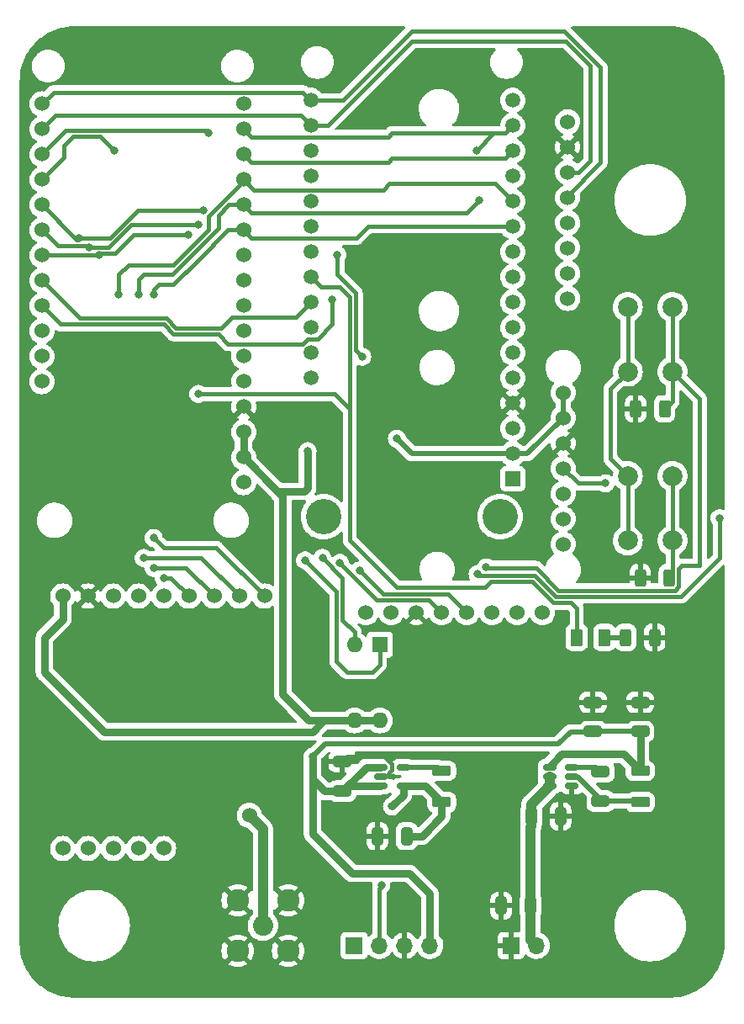
<source format=gbr>
%TF.GenerationSoftware,KiCad,Pcbnew,(6.0.10-0)*%
%TF.CreationDate,2023-01-18T17:38:16-08:00*%
%TF.ProjectId,Pioneer Controller V2,50696f6e-6565-4722-9043-6f6e74726f6c,rev?*%
%TF.SameCoordinates,Original*%
%TF.FileFunction,Copper,L1,Top*%
%TF.FilePolarity,Positive*%
%FSLAX46Y46*%
G04 Gerber Fmt 4.6, Leading zero omitted, Abs format (unit mm)*
G04 Created by KiCad (PCBNEW (6.0.10-0)) date 2023-01-18 17:38:16*
%MOMM*%
%LPD*%
G01*
G04 APERTURE LIST*
G04 Aperture macros list*
%AMRoundRect*
0 Rectangle with rounded corners*
0 $1 Rounding radius*
0 $2 $3 $4 $5 $6 $7 $8 $9 X,Y pos of 4 corners*
0 Add a 4 corners polygon primitive as box body*
4,1,4,$2,$3,$4,$5,$6,$7,$8,$9,$2,$3,0*
0 Add four circle primitives for the rounded corners*
1,1,$1+$1,$2,$3*
1,1,$1+$1,$4,$5*
1,1,$1+$1,$6,$7*
1,1,$1+$1,$8,$9*
0 Add four rect primitives between the rounded corners*
20,1,$1+$1,$2,$3,$4,$5,0*
20,1,$1+$1,$4,$5,$6,$7,0*
20,1,$1+$1,$6,$7,$8,$9,0*
20,1,$1+$1,$8,$9,$2,$3,0*%
G04 Aperture macros list end*
%TA.AperFunction,ComponentPad*%
%ADD10C,2.000000*%
%TD*%
%TA.AperFunction,ComponentPad*%
%ADD11C,1.524000*%
%TD*%
%TA.AperFunction,SMDPad,CuDef*%
%ADD12RoundRect,0.250000X0.650000X-0.325000X0.650000X0.325000X-0.650000X0.325000X-0.650000X-0.325000X0*%
%TD*%
%TA.AperFunction,SMDPad,CuDef*%
%ADD13RoundRect,0.250000X0.312500X0.625000X-0.312500X0.625000X-0.312500X-0.625000X0.312500X-0.625000X0*%
%TD*%
%TA.AperFunction,ComponentPad*%
%ADD14R,1.508000X1.508000*%
%TD*%
%TA.AperFunction,ComponentPad*%
%ADD15C,1.508000*%
%TD*%
%TA.AperFunction,ComponentPad*%
%ADD16C,3.556000*%
%TD*%
%TA.AperFunction,ComponentPad*%
%ADD17R,1.600000X1.600000*%
%TD*%
%TA.AperFunction,ComponentPad*%
%ADD18O,1.600000X1.600000*%
%TD*%
%TA.AperFunction,SMDPad,CuDef*%
%ADD19RoundRect,0.250000X-0.325000X-0.650000X0.325000X-0.650000X0.325000X0.650000X-0.325000X0.650000X0*%
%TD*%
%TA.AperFunction,ComponentPad*%
%ADD20C,2.050000*%
%TD*%
%TA.AperFunction,ComponentPad*%
%ADD21C,2.250000*%
%TD*%
%TA.AperFunction,SMDPad,CuDef*%
%ADD22RoundRect,0.150000X-0.512500X-0.150000X0.512500X-0.150000X0.512500X0.150000X-0.512500X0.150000X0*%
%TD*%
%TA.AperFunction,ComponentPad*%
%ADD23R,1.700000X1.700000*%
%TD*%
%TA.AperFunction,ComponentPad*%
%ADD24O,1.700000X1.700000*%
%TD*%
%TA.AperFunction,SMDPad,CuDef*%
%ADD25RoundRect,0.250000X-0.700000X0.275000X-0.700000X-0.275000X0.700000X-0.275000X0.700000X0.275000X0*%
%TD*%
%TA.AperFunction,SMDPad,CuDef*%
%ADD26RoundRect,0.250000X0.325000X0.650000X-0.325000X0.650000X-0.325000X-0.650000X0.325000X-0.650000X0*%
%TD*%
%TA.AperFunction,SMDPad,CuDef*%
%ADD27RoundRect,0.250000X-0.312500X-0.625000X0.312500X-0.625000X0.312500X0.625000X-0.312500X0.625000X0*%
%TD*%
%TA.AperFunction,SMDPad,CuDef*%
%ADD28RoundRect,0.250000X0.700000X-0.275000X0.700000X0.275000X-0.700000X0.275000X-0.700000X-0.275000X0*%
%TD*%
%TA.AperFunction,SMDPad,CuDef*%
%ADD29RoundRect,0.250000X0.375000X0.625000X-0.375000X0.625000X-0.375000X-0.625000X0.375000X-0.625000X0*%
%TD*%
%TA.AperFunction,ViaPad*%
%ADD30C,0.800000*%
%TD*%
%TA.AperFunction,Conductor*%
%ADD31C,0.750000*%
%TD*%
%TA.AperFunction,Conductor*%
%ADD32C,0.500000*%
%TD*%
%TA.AperFunction,Conductor*%
%ADD33C,0.400000*%
%TD*%
%TA.AperFunction,Conductor*%
%ADD34C,1.000000*%
%TD*%
G04 APERTURE END LIST*
D10*
%TO.P,SW2,1,1*%
%TO.N,+3V3*%
X90750000Y-74250000D03*
X90750000Y-67750000D03*
%TO.P,SW2,2,2*%
%TO.N,/SW2*%
X95250000Y-67750000D03*
X95250000Y-74250000D03*
%TD*%
D11*
%TO.P,U1,3V,3V*%
%TO.N,+3V3*%
X52065000Y-65875000D03*
X52065000Y-63335000D03*
%TO.P,U1,A0,A0*%
%TO.N,unconnected-(U1-PadA0)*%
X52065000Y-58255000D03*
%TO.P,U1,A1,A1*%
%TO.N,unconnected-(U1-PadA1)*%
X52065000Y-55715000D03*
%TO.P,U1,A2,A2*%
%TO.N,unconnected-(U1-PadA2)*%
X52065000Y-53175000D03*
%TO.P,U1,A3,A3*%
%TO.N,unconnected-(U1-PadA3)*%
X52065000Y-50635000D03*
%TO.P,U1,A4,A4*%
%TO.N,/SW5*%
X52065000Y-48095000D03*
%TO.P,U1,A5,A5*%
%TO.N,/SW6*%
X52065000Y-45555000D03*
%TO.P,U1,BAT,BAT*%
%TO.N,unconnected-(U1-PadBAT)*%
X31745000Y-58255000D03*
%TO.P,U1,D5,D5*%
%TO.N,/CS1*%
X31745000Y-35395000D03*
%TO.P,U1,D6,D6*%
%TO.N,/LED1*%
X31745000Y-37935000D03*
%TO.P,U1,D9,D9*%
%TO.N,/G0*%
X31745000Y-40475000D03*
%TO.P,U1,D10,D10*%
%TO.N,/CS0*%
X31745000Y-43015000D03*
%TO.P,U1,D11,D11*%
%TO.N,/RST*%
X31745000Y-45555000D03*
%TO.P,U1,D12,D12*%
%TO.N,/SW2*%
X31745000Y-48095000D03*
%TO.P,U1,D13,D13*%
%TO.N,/SW1*%
X31745000Y-50635000D03*
%TO.P,U1,DB,DB*%
%TO.N,unconnected-(U1-PadDB)*%
X52065000Y-30315000D03*
%TO.P,U1,EN,EN*%
%TO.N,unconnected-(U1-PadEN)*%
X31745000Y-55715000D03*
%TO.P,U1,GND,GND*%
%TO.N,GND*%
X52065000Y-60795000D03*
%TO.P,U1,M0,M0*%
%TO.N,/MISO*%
X52065000Y-40475000D03*
%TO.P,U1,M1,M1*%
%TO.N,/MOSI*%
X52065000Y-37935000D03*
%TO.P,U1,RST,RST*%
%TO.N,unconnected-(U1-PadRST)*%
X52065000Y-68415000D03*
%TO.P,U1,RX,RX*%
%TO.N,/RX*%
X52065000Y-35395000D03*
%TO.P,U1,SCK,SCK*%
%TO.N,/SCK*%
X52065000Y-43015000D03*
%TO.P,U1,SCL,SCL*%
%TO.N,/SCL*%
X31745000Y-32855000D03*
%TO.P,U1,SDA,SDA*%
%TO.N,/SDA*%
X31745000Y-30315000D03*
%TO.P,U1,TX,TX*%
%TO.N,/TX*%
X52065000Y-32855000D03*
%TO.P,U1,USB,USB*%
%TO.N,unconnected-(U1-PadUSB)*%
X31745000Y-53175000D03*
%TD*%
D12*
%TO.P,C7,1*%
%TO.N,+5V*%
X87250000Y-93475000D03*
%TO.P,C7,2*%
%TO.N,GND*%
X87250000Y-90525000D03*
%TD*%
D13*
%TO.P,R2,1*%
%TO.N,/SW1*%
X94462500Y-61000000D03*
%TO.P,R2,2*%
%TO.N,GND*%
X91537500Y-61000000D03*
%TD*%
D10*
%TO.P,SW1,1,1*%
%TO.N,+3V3*%
X90750000Y-57250000D03*
X90750000Y-50750000D03*
%TO.P,SW1,2,2*%
%TO.N,/SW1*%
X95250000Y-57250000D03*
X95250000Y-50750000D03*
%TD*%
D14*
%TO.P,U2,1,RST*%
%TO.N,unconnected-(U2-Pad1)*%
X79160000Y-68050000D03*
D15*
%TO.P,U2,2,3V*%
%TO.N,+3V3*%
X79160000Y-65510000D03*
%TO.P,U2,3*%
%TO.N,N/C*%
X79160000Y-62970000D03*
%TO.P,U2,4,GND*%
%TO.N,GND*%
X79160000Y-60430000D03*
%TO.P,U2,5,ADC*%
%TO.N,unconnected-(U2-Pad5)*%
X79160000Y-57890000D03*
%TO.P,U2,6*%
%TO.N,N/C*%
X79160000Y-55350000D03*
%TO.P,U2,7*%
X79160000Y-52810000D03*
%TO.P,U2,8*%
X79160000Y-50270000D03*
%TO.P,U2,9*%
X79160000Y-47730000D03*
%TO.P,U2,10*%
X79160000Y-45190000D03*
%TO.P,U2,11,SCK*%
%TO.N,/SCK*%
X79160000Y-42650000D03*
%TO.P,U2,12,MOSI*%
%TO.N,/MOSI*%
X79160000Y-40110000D03*
%TO.P,U2,13,MIS0*%
%TO.N,/MISO*%
X79160000Y-37570000D03*
%TO.P,U2,14,RX*%
%TO.N,/RX*%
X79160000Y-35030000D03*
%TO.P,U2,15,TX*%
%TO.N,/TX*%
X79160000Y-32490000D03*
%TO.P,U2,16,CHPD*%
%TO.N,unconnected-(U2-Pad16)*%
X79160000Y-29950000D03*
%TO.P,U2,17,BAT*%
%TO.N,unconnected-(U2-Pad17)*%
X58840000Y-57890000D03*
%TO.P,U2,18,EN*%
%TO.N,unconnected-(U2-Pad18)*%
X58840000Y-55350000D03*
%TO.P,U2,19,USB*%
%TO.N,unconnected-(U2-Pad19)*%
X58840000Y-52810000D03*
%TO.P,U2,20,GPIO14*%
%TO.N,/SW2*%
X58840000Y-50270000D03*
%TO.P,U2,21,GPIO12*%
%TO.N,/LED1*%
X58840000Y-47730000D03*
%TO.P,U2,22,GPIO13*%
%TO.N,/SW1*%
X58840000Y-45190000D03*
%TO.P,U2,23,GPIO15*%
%TO.N,/G0*%
X58840000Y-42650000D03*
%TO.P,U2,24,GPIO0*%
%TO.N,/CS1*%
X58840000Y-40110000D03*
%TO.P,U2,25,GPIO16*%
%TO.N,/RST*%
X58840000Y-37570000D03*
%TO.P,U2,26,GPIO2*%
%TO.N,/CS0*%
X58840000Y-35030000D03*
%TO.P,U2,27,SCL/GPIO5*%
%TO.N,/SCL*%
X58840000Y-32490000D03*
%TO.P,U2,28,SDA/GPIO4*%
%TO.N,/SDA*%
X58840000Y-29950000D03*
D16*
%TO.P,U2,S1*%
%TO.N,N/C*%
X77890000Y-71860000D03*
%TO.P,U2,S2*%
X60110000Y-71860000D03*
%TD*%
D17*
%TO.P,SW5,1*%
%TO.N,/SW5*%
X65775000Y-84732500D03*
D18*
%TO.P,SW5,2*%
%TO.N,/SW6*%
X63235000Y-84732500D03*
%TO.P,SW5,3*%
%TO.N,+3V3*%
X63235000Y-92352500D03*
%TO.P,SW5,4*%
X65775000Y-92352500D03*
%TD*%
D19*
%TO.P,C5,1*%
%TO.N,VIN*%
X81025000Y-102000000D03*
%TO.P,C5,2*%
%TO.N,GND*%
X83975000Y-102000000D03*
%TD*%
D20*
%TO.P,J4,1,In*%
%TO.N,/SMA*%
X54000000Y-113000000D03*
D21*
%TO.P,J4,2,Ext*%
%TO.N,GND*%
X56540000Y-110460000D03*
X51460000Y-110460000D03*
X56540000Y-115540000D03*
X51460000Y-115540000D03*
%TD*%
D22*
%TO.P,U7,1,FB*%
%TO.N,+5V*%
X82862500Y-97050000D03*
%TO.P,U7,2,EN*%
%TO.N,VIN*%
X82862500Y-98000000D03*
%TO.P,U7,3,IN*%
X82862500Y-98950000D03*
%TO.P,U7,4,GND*%
%TO.N,GND*%
X85137500Y-98950000D03*
%TO.P,U7,5,SW*%
%TO.N,Net-(C6-Pad1)*%
X85137500Y-98000000D03*
%TO.P,U7,6,BST*%
%TO.N,Net-(C6-Pad2)*%
X85137500Y-97050000D03*
%TD*%
D12*
%TO.P,C6,1*%
%TO.N,Net-(C6-Pad1)*%
X88000000Y-100475000D03*
%TO.P,C6,2*%
%TO.N,Net-(C6-Pad2)*%
X88000000Y-97525000D03*
%TD*%
%TO.P,C3,1*%
%TO.N,+5V*%
X92000000Y-93475000D03*
%TO.P,C3,2*%
%TO.N,GND*%
X92000000Y-90525000D03*
%TD*%
D23*
%TO.P,J1,1,Pin_1*%
%TO.N,/TX*%
X63200000Y-115000000D03*
D24*
%TO.P,J1,2,Pin_2*%
%TO.N,/RX*%
X65740000Y-115000000D03*
%TO.P,J1,3,Pin_3*%
%TO.N,GND*%
X68280000Y-115000000D03*
%TO.P,J1,4,Pin_4*%
%TO.N,+5V*%
X70820000Y-115000000D03*
%TD*%
D23*
%TO.P,J2,1,Pin_1*%
%TO.N,GND*%
X79000000Y-115000000D03*
D24*
%TO.P,J2,2,Pin_2*%
%TO.N,VIN*%
X81540000Y-115000000D03*
%TD*%
D25*
%TO.P,L1,1,1*%
%TO.N,Net-(L1-Pad1)*%
X72000000Y-97425000D03*
%TO.P,L1,2,2*%
%TO.N,+3V3*%
X72000000Y-100575000D03*
%TD*%
D13*
%TO.P,R3,1*%
%TO.N,/SW2*%
X94925000Y-78000000D03*
%TO.P,R3,2*%
%TO.N,GND*%
X92000000Y-78000000D03*
%TD*%
D26*
%TO.P,C2,1*%
%TO.N,+3V3*%
X68475000Y-104000000D03*
%TO.P,C2,2*%
%TO.N,GND*%
X65525000Y-104000000D03*
%TD*%
D22*
%TO.P,U6,1,Vin*%
%TO.N,+5V*%
X65862500Y-97050000D03*
%TO.P,U6,2,GND*%
%TO.N,GND*%
X65862500Y-98000000D03*
%TO.P,U6,3,EN*%
%TO.N,+5V*%
X65862500Y-98950000D03*
%TO.P,U6,4,FB*%
%TO.N,+3V3*%
X68137500Y-98950000D03*
%TO.P,U6,5,SW*%
%TO.N,Net-(L1-Pad1)*%
X68137500Y-97050000D03*
%TD*%
D26*
%TO.P,C4,1*%
%TO.N,VIN*%
X80950000Y-111000000D03*
%TO.P,C4,2*%
%TO.N,GND*%
X78000000Y-111000000D03*
%TD*%
D27*
%TO.P,R1,1*%
%TO.N,Net-(D1-Pad1)*%
X90537500Y-84000000D03*
%TO.P,R1,2*%
%TO.N,GND*%
X93462500Y-84000000D03*
%TD*%
D12*
%TO.P,C1,1*%
%TO.N,+5V*%
X62000000Y-99475000D03*
%TO.P,C1,2*%
%TO.N,GND*%
X62000000Y-96525000D03*
%TD*%
D28*
%TO.P,L2,1,1*%
%TO.N,Net-(C6-Pad1)*%
X92000000Y-100575000D03*
%TO.P,L2,2,2*%
%TO.N,+5V*%
X92000000Y-97425000D03*
%TD*%
D29*
%TO.P,D1,1,K*%
%TO.N,Net-(D1-Pad1)*%
X88400000Y-84000000D03*
%TO.P,D1,2,A*%
%TO.N,/LED1*%
X85600000Y-84000000D03*
%TD*%
D11*
%TO.P,U5,3P3_V,3P3_V*%
%TO.N,+3V3*%
X84240000Y-61920000D03*
%TO.P,U5,CS,CS*%
%TO.N,unconnected-(U5-PadCS)*%
X84240000Y-74620000D03*
%TO.P,U5,GND,GND*%
%TO.N,GND*%
X84240000Y-64460000D03*
%TO.P,U5,SCK,SCK*%
%TO.N,/SCL*%
X84240000Y-67000000D03*
%TO.P,U5,SDI,SDI*%
%TO.N,/SDA*%
X84240000Y-72080000D03*
%TO.P,U5,SDO,SDO*%
%TO.N,unconnected-(U5-PadSDO)*%
X84240000Y-69540000D03*
%TO.P,U5,VIN,VIN*%
%TO.N,+3V3*%
X84240000Y-59380000D03*
%TD*%
%TO.P,U8,3.3V,3.3V*%
%TO.N,unconnected-(U8-Pad3.3V)*%
X66900000Y-81510000D03*
%TO.P,U8,5V,5V*%
%TO.N,+5V*%
X64360000Y-81510000D03*
%TO.P,U8,CD,CD*%
%TO.N,unconnected-(U8-PadCD)*%
X82140000Y-81510000D03*
%TO.P,U8,CLK,CLK*%
%TO.N,/SCK*%
X71980000Y-81510000D03*
%TO.P,U8,CS,CS*%
%TO.N,/CS1*%
X79600000Y-81510000D03*
%TO.P,U8,DI,DI*%
%TO.N,/MOSI*%
X77060000Y-81510000D03*
%TO.P,U8,DO,DO*%
%TO.N,/MISO*%
X74520000Y-81510000D03*
%TO.P,U8,GND,GND*%
%TO.N,GND*%
X69440000Y-81510000D03*
%TD*%
%TO.P,U4,CS,CS*%
%TO.N,/CS0*%
X51620000Y-79840000D03*
%TO.P,U4,EN,EN*%
%TO.N,unconnected-(U4-PadEN)*%
X38920000Y-79840000D03*
%TO.P,U4,G0,G0*%
%TO.N,/G0*%
X41460000Y-79840000D03*
%TO.P,U4,G1,G1*%
%TO.N,unconnected-(U4-PadG1)*%
X33840000Y-105240000D03*
%TO.P,U4,G2,G2*%
%TO.N,unconnected-(U4-PadG2)*%
X36380000Y-105240000D03*
%TO.P,U4,G3,G3*%
%TO.N,unconnected-(U4-PadG3)*%
X38920000Y-105240000D03*
%TO.P,U4,G4,G4*%
%TO.N,unconnected-(U4-PadG4)*%
X41460000Y-105240000D03*
%TO.P,U4,G5,G5*%
%TO.N,unconnected-(U4-PadG5)*%
X44000000Y-105240000D03*
%TO.P,U4,GND,GND*%
%TO.N,GND*%
X36380000Y-79840000D03*
%TO.P,U4,MISO,MISO*%
%TO.N,/MISO*%
X46540000Y-79840000D03*
%TO.P,U4,MOSI,MOSI*%
%TO.N,/MOSI*%
X49080000Y-79840000D03*
%TO.P,U4,RST,RST*%
%TO.N,/RST*%
X54160000Y-79840000D03*
%TO.P,U4,SCK,SCK*%
%TO.N,/SCK*%
X44000000Y-79840000D03*
%TO.P,U4,SMA,SMA*%
%TO.N,/SMA*%
X52636000Y-101910000D03*
%TO.P,U4,VIN,VIN*%
%TO.N,+3V3*%
X33840000Y-79840000D03*
%TD*%
%TO.P,U3,32K,32K*%
%TO.N,unconnected-(U3-Pad32K)*%
X84699000Y-44810000D03*
%TO.P,U3,BAT,BAT*%
%TO.N,unconnected-(U3-PadBAT)*%
X84699000Y-42270000D03*
%TO.P,U3,GND,GND*%
%TO.N,GND*%
X84699000Y-34650000D03*
%TO.P,U3,RST,RST*%
%TO.N,unconnected-(U3-PadRST)*%
X84699000Y-49890000D03*
%TO.P,U3,SCL,SCL*%
%TO.N,/SCL*%
X84699000Y-37190000D03*
%TO.P,U3,SDA,SDA*%
%TO.N,/SDA*%
X84699000Y-39730000D03*
%TO.P,U3,SQW,SQW*%
%TO.N,unconnected-(U3-PadSQW)*%
X84699000Y-47350000D03*
%TO.P,U3,VIN,VIN*%
%TO.N,+3V3*%
X84699000Y-32110000D03*
%TD*%
D30*
%TO.N,+5V*%
X59000000Y-96000000D03*
%TO.N,+3V3*%
X58500000Y-65250000D03*
X67000000Y-101000000D03*
X67500000Y-64000000D03*
%TO.N,/LED1*%
X47500000Y-59500000D03*
X39000000Y-35000000D03*
%TO.N,/TX*%
X75500000Y-35000000D03*
%TO.N,/RX*%
X65934668Y-108934668D03*
%TO.N,/SW5*%
X58250000Y-76250000D03*
%TO.N,/SW6*%
X60000000Y-76000000D03*
%TO.N,/G0*%
X48000000Y-41000000D03*
X35500000Y-43800020D03*
%TO.N,/RST*%
X46500000Y-43500000D03*
X37500000Y-45555000D03*
X43000000Y-74000000D03*
%TO.N,/MISO*%
X41500000Y-49500000D03*
X44000000Y-78000000D03*
X63750000Y-77250000D03*
X75750000Y-40000000D03*
%TO.N,/MOSI*%
X43000000Y-77000000D03*
X39500000Y-49500000D03*
%TO.N,/SCK*%
X43000000Y-49500000D03*
X61750000Y-76500000D03*
%TO.N,/SCL*%
X88500000Y-68500000D03*
%TO.N,/SW2*%
X100000000Y-72000000D03*
X75625000Y-77625000D03*
%TO.N,/SW1*%
X76500000Y-76950500D03*
X61000000Y-50000000D03*
%TO.N,/CS1*%
X64000000Y-55750000D03*
X61500000Y-45500000D03*
X48500000Y-33250000D03*
%TO.N,/CS0*%
X36500000Y-44755500D03*
X42000000Y-76000000D03*
X47500000Y-42500000D03*
%TD*%
D31*
%TO.N,+5V*%
X90325000Y-95750000D02*
X84087020Y-95750000D01*
X84087020Y-95750000D02*
X82862500Y-96974520D01*
X92000000Y-97425000D02*
X90325000Y-95750000D01*
X64425000Y-97050000D02*
X62000000Y-99475000D01*
X59000000Y-98250000D02*
X59000000Y-96000000D01*
X62525000Y-98950000D02*
X62000000Y-99475000D01*
D32*
X85000000Y-93500000D02*
X83750000Y-94750000D01*
D31*
X65862500Y-98950000D02*
X62525000Y-98950000D01*
X63000000Y-107750000D02*
X68750000Y-107750000D01*
X59000000Y-98250000D02*
X59000000Y-103750000D01*
D32*
X92000000Y-93475000D02*
X87250000Y-93475000D01*
X83750000Y-94750000D02*
X60250000Y-94750000D01*
D31*
X59000000Y-103750000D02*
X63000000Y-107750000D01*
X62000000Y-99475000D02*
X60225000Y-99475000D01*
X70820000Y-109820000D02*
X70820000Y-115000000D01*
X60225000Y-99475000D02*
X59000000Y-98250000D01*
D32*
X60250000Y-94750000D02*
X59000000Y-96000000D01*
D31*
X65862500Y-97050000D02*
X64425000Y-97050000D01*
D32*
X87225000Y-93500000D02*
X85000000Y-93500000D01*
X87250000Y-93475000D02*
X87225000Y-93500000D01*
D31*
X68750000Y-107750000D02*
X70820000Y-109820000D01*
X92000000Y-97425000D02*
X92000000Y-93475000D01*
D33*
%TO.N,GND*%
X62525000Y-96000000D02*
X62000000Y-96525000D01*
X67000000Y-96747862D02*
X66252138Y-96000000D01*
X66252138Y-96000000D02*
X62525000Y-96000000D01*
X66352138Y-98000000D02*
X67000000Y-97352138D01*
X65862500Y-98000000D02*
X66352138Y-98000000D01*
X67000000Y-97352138D02*
X67000000Y-96747862D01*
D31*
%TO.N,+3V3*%
X52065000Y-65875000D02*
X55500000Y-69310000D01*
X58500000Y-65250000D02*
X58500000Y-69000000D01*
X63235000Y-92352500D02*
X65775000Y-92352500D01*
D33*
X90750000Y-57250000D02*
X89000000Y-59000000D01*
D32*
X79160000Y-65510000D02*
X69010000Y-65510000D01*
D31*
X52065000Y-63335000D02*
X52065000Y-65875000D01*
X59000000Y-93500000D02*
X38010000Y-93500000D01*
X56000000Y-69810000D02*
X56000000Y-89750000D01*
X68137500Y-98950000D02*
X70375000Y-98950000D01*
X58190000Y-69310000D02*
X55500000Y-69310000D01*
D33*
X90750000Y-50750000D02*
X90750000Y-57250000D01*
D31*
X32000000Y-84000000D02*
X33840000Y-82160000D01*
X56000000Y-89750000D02*
X58602500Y-92352500D01*
X32000000Y-87490000D02*
X32000000Y-84000000D01*
D32*
X79160000Y-65510000D02*
X80650000Y-65510000D01*
D31*
X60147500Y-92352500D02*
X63235000Y-92352500D01*
D33*
X90750000Y-67750000D02*
X90750000Y-74250000D01*
D31*
X70375000Y-98950000D02*
X72000000Y-100575000D01*
D32*
X80650000Y-65510000D02*
X84240000Y-61920000D01*
D33*
X89000000Y-66000000D02*
X90750000Y-67750000D01*
D31*
X38010000Y-93500000D02*
X32000000Y-87490000D01*
X68137500Y-98950000D02*
X68137500Y-99862500D01*
X70000000Y-104000000D02*
X68475000Y-104000000D01*
D33*
X89000000Y-59000000D02*
X89000000Y-66000000D01*
D31*
X59000000Y-93500000D02*
X60147500Y-92352500D01*
X72000000Y-102000000D02*
X70000000Y-104000000D01*
D32*
X84240000Y-61920000D02*
X84240000Y-59380000D01*
X69010000Y-65510000D02*
X67500000Y-64000000D01*
D31*
X55500000Y-69310000D02*
X56000000Y-69810000D01*
X58500000Y-69000000D02*
X58190000Y-69310000D01*
X68137500Y-99862500D02*
X67000000Y-101000000D01*
X33840000Y-82160000D02*
X33840000Y-79840000D01*
X72000000Y-100575000D02*
X72000000Y-102000000D01*
X58602500Y-92352500D02*
X63235000Y-92352500D01*
D34*
%TO.N,VIN*%
X81025000Y-100787500D02*
X82862500Y-98950000D01*
X80950000Y-111000000D02*
X80950000Y-114410000D01*
X82862500Y-98950000D02*
X82862500Y-98049520D01*
X81025000Y-102000000D02*
X81025000Y-100787500D01*
X80950000Y-103100000D02*
X80950000Y-111000000D01*
X80950000Y-114410000D02*
X81540000Y-115000000D01*
X81025000Y-103025000D02*
X80950000Y-103100000D01*
X81025000Y-103025000D02*
X81025000Y-102000000D01*
D32*
%TO.N,Net-(C6-Pad1)*%
X85697849Y-98000000D02*
X88000000Y-100302151D01*
X88000000Y-100302151D02*
X88000000Y-100475000D01*
X91900000Y-100475000D02*
X92000000Y-100575000D01*
X85137500Y-98000000D02*
X85697849Y-98000000D01*
X88000000Y-100475000D02*
X91900000Y-100475000D01*
%TO.N,Net-(C6-Pad2)*%
X88000000Y-97525000D02*
X87525000Y-97050000D01*
X87525000Y-97050000D02*
X85137500Y-97050000D01*
%TO.N,Net-(D1-Pad1)*%
X90537500Y-84000000D02*
X88400000Y-84000000D01*
D33*
%TO.N,/LED1*%
X58840000Y-47730000D02*
X59860000Y-48750000D01*
X81100000Y-78350000D02*
X83250000Y-80500000D01*
X61750000Y-48750000D02*
X62750000Y-49750000D01*
X67500000Y-79000000D02*
X76350000Y-79000000D01*
X34000000Y-35680000D02*
X34000000Y-34500000D01*
X77000000Y-78350000D02*
X81100000Y-78350000D01*
X59860000Y-48750000D02*
X61750000Y-48750000D01*
X83250000Y-80500000D02*
X85000000Y-80500000D01*
X62750000Y-74250000D02*
X67500000Y-79000000D01*
X62750000Y-61000000D02*
X62750000Y-74250000D01*
X62750000Y-49750000D02*
X62750000Y-61000000D01*
X85000000Y-80500000D02*
X85600000Y-81100000D01*
X61250000Y-59500000D02*
X62750000Y-61000000D01*
X76350000Y-79000000D02*
X77000000Y-78350000D01*
X47500000Y-59500000D02*
X61250000Y-59500000D01*
X34900480Y-33599520D02*
X37599520Y-33599520D01*
X31745000Y-37935000D02*
X34000000Y-35680000D01*
X34000000Y-34500000D02*
X34900480Y-33599520D01*
X37599520Y-33599520D02*
X39000000Y-35000000D01*
X85600000Y-81100000D02*
X85600000Y-84000000D01*
%TO.N,/TX*%
X52065000Y-32855000D02*
X52853511Y-33643511D01*
X75500000Y-35000000D02*
X77228000Y-33272000D01*
X78378000Y-33272000D02*
X79160000Y-32490000D01*
X66974683Y-33272000D02*
X78378000Y-33272000D01*
X66603172Y-33643511D02*
X66974683Y-33272000D01*
X77228000Y-33272000D02*
X78378000Y-33272000D01*
X52853511Y-33643511D02*
X66603172Y-33643511D01*
%TO.N,/RX*%
X66974683Y-35812000D02*
X78378000Y-35812000D01*
X78378000Y-35812000D02*
X79160000Y-35030000D01*
X52853511Y-36183511D02*
X66603172Y-36183511D01*
X65934668Y-108934668D02*
X65934668Y-109065332D01*
X65934668Y-109065332D02*
X65740000Y-109260000D01*
X66603172Y-36183511D02*
X66974683Y-35812000D01*
X52065000Y-35395000D02*
X52853511Y-36183511D01*
X65740000Y-109260000D02*
X65740000Y-115000000D01*
D34*
%TO.N,/SMA*%
X52636000Y-101910000D02*
X54000000Y-103274000D01*
X54000000Y-103274000D02*
X54000000Y-113000000D01*
D32*
%TO.N,Net-(L1-Pad1)*%
X71625000Y-97050000D02*
X72000000Y-97425000D01*
X68137500Y-97050000D02*
X71625000Y-97050000D01*
D33*
%TO.N,/SW5*%
X61400000Y-86400000D02*
X62500000Y-87500000D01*
X62500000Y-87500000D02*
X65000000Y-87500000D01*
X58250000Y-76250000D02*
X61400000Y-79400000D01*
X61400000Y-79400000D02*
X61400000Y-86400000D01*
X65000000Y-87500000D02*
X65775000Y-86725000D01*
X65775000Y-86725000D02*
X65775000Y-84732500D01*
%TO.N,/SW6*%
X60000000Y-76000000D02*
X62000000Y-78000000D01*
X62000000Y-82250000D02*
X63235000Y-83485000D01*
X62000000Y-78000000D02*
X62000000Y-82250000D01*
X63235000Y-83485000D02*
X63235000Y-84732500D01*
%TO.N,/G0*%
X41373335Y-41000000D02*
X48000000Y-41000000D01*
X35300020Y-44000000D02*
X35270000Y-44000000D01*
X35500000Y-43800020D02*
X35300020Y-44000000D01*
X35270000Y-44000000D02*
X31745000Y-40475000D01*
X35500000Y-43800020D02*
X38573315Y-43800020D01*
X38573315Y-43800020D02*
X41373335Y-41000000D01*
%TO.N,/RST*%
X37699980Y-45355020D02*
X39144980Y-45355020D01*
X37500000Y-45555000D02*
X37699980Y-45355020D01*
X39144980Y-45355020D02*
X41000000Y-43500000D01*
X43000000Y-74000000D02*
X44000000Y-75000000D01*
X37500000Y-45555000D02*
X31745000Y-45555000D01*
X49320000Y-75000000D02*
X54160000Y-79840000D01*
X44000000Y-75000000D02*
X49320000Y-75000000D01*
X41000000Y-43500000D02*
X46500000Y-43500000D01*
%TO.N,/MISO*%
X49500000Y-41500000D02*
X49500000Y-42847850D01*
X42000000Y-47500000D02*
X41500000Y-48000000D01*
X44000000Y-78000000D02*
X44700000Y-78000000D01*
X44700000Y-78000000D02*
X46540000Y-79840000D01*
X74486489Y-41263511D02*
X52853511Y-41263511D01*
X63750000Y-77250000D02*
X66100000Y-79600000D01*
X44847850Y-47500000D02*
X42000000Y-47500000D01*
X49500000Y-42847850D02*
X44847850Y-47500000D01*
X41500000Y-48000000D02*
X41500000Y-49500000D01*
X50525000Y-40475000D02*
X49500000Y-41500000D01*
X72610000Y-79600000D02*
X74520000Y-81510000D01*
X52065000Y-40475000D02*
X50525000Y-40475000D01*
X52853511Y-41263511D02*
X52065000Y-40475000D01*
X75750000Y-40000000D02*
X74486489Y-41263511D01*
X66100000Y-79600000D02*
X72610000Y-79600000D01*
%TO.N,/MOSI*%
X39500000Y-47500000D02*
X39500000Y-48000000D01*
X53086489Y-38956489D02*
X61043511Y-38956489D01*
X46240000Y-77000000D02*
X49080000Y-79840000D01*
X52065000Y-37935000D02*
X53086489Y-38956489D01*
X46500000Y-45000000D02*
X45000000Y-46500000D01*
X66154194Y-38956489D02*
X66758683Y-38352000D01*
X77402000Y-38352000D02*
X79160000Y-40110000D01*
X52065000Y-37935000D02*
X52065000Y-38065680D01*
X40500000Y-46500000D02*
X39500000Y-47500000D01*
X43000000Y-77000000D02*
X46240000Y-77000000D01*
X39500000Y-48000000D02*
X39500000Y-49500000D01*
X66758683Y-38352000D02*
X77402000Y-38352000D01*
X52065000Y-38065680D02*
X48500000Y-41630680D01*
X45000000Y-46500000D02*
X40500000Y-46500000D01*
X48500000Y-41630680D02*
X48500000Y-43000000D01*
X48500000Y-43000000D02*
X46500000Y-45000000D01*
X61043511Y-38956489D02*
X66154194Y-38956489D01*
%TO.N,/SCK*%
X64600000Y-42650000D02*
X79160000Y-42650000D01*
X63446489Y-43803511D02*
X64600000Y-42650000D01*
X65450000Y-80200000D02*
X70670000Y-80200000D01*
X43000000Y-49000000D02*
X43000000Y-49500000D01*
X43500000Y-48500000D02*
X43000000Y-49000000D01*
X45000000Y-48500000D02*
X43500000Y-48500000D01*
X50485000Y-43015000D02*
X47500000Y-46000000D01*
X52853511Y-43803511D02*
X63446489Y-43803511D01*
X52065000Y-43015000D02*
X52853511Y-43803511D01*
X70670000Y-80200000D02*
X71980000Y-81510000D01*
X52065000Y-43015000D02*
X50485000Y-43015000D01*
X61750000Y-76500000D02*
X65450000Y-80200000D01*
X47500000Y-46000000D02*
X45000000Y-48500000D01*
%TO.N,/SCL*%
X84500000Y-24000000D02*
X87000000Y-26500000D01*
X33100000Y-31500000D02*
X57850000Y-31500000D01*
X58840000Y-32490000D02*
X60510000Y-32490000D01*
X31745000Y-32855000D02*
X33100000Y-31500000D01*
X69000000Y-24000000D02*
X84500000Y-24000000D01*
X85740000Y-68500000D02*
X84240000Y-67000000D01*
X87000000Y-36000000D02*
X85810000Y-37190000D01*
X87000000Y-26500000D02*
X87000000Y-36000000D01*
X85810000Y-37190000D02*
X84494000Y-37190000D01*
X60510000Y-32490000D02*
X69000000Y-24000000D01*
X57850000Y-31500000D02*
X58840000Y-32490000D01*
X88500000Y-68500000D02*
X85740000Y-68500000D01*
%TO.N,/SDA*%
X69000000Y-23000000D02*
X84347850Y-23000000D01*
X31745000Y-30315000D02*
X32906511Y-29153489D01*
X88000000Y-36224000D02*
X84494000Y-39730000D01*
X62050000Y-29950000D02*
X69000000Y-23000000D01*
X58043489Y-29153489D02*
X58840000Y-29950000D01*
X58840000Y-29950000D02*
X62050000Y-29950000D01*
X32906511Y-29153489D02*
X58043489Y-29153489D01*
X84347850Y-23000000D02*
X88000000Y-26652150D01*
X88000000Y-26652150D02*
X88000000Y-36224000D01*
%TO.N,/SW2*%
X95250000Y-77675000D02*
X94925000Y-78000000D01*
X81401472Y-77750000D02*
X83526472Y-79875000D01*
X57313489Y-51796511D02*
X58840000Y-50270000D01*
X96125000Y-79875000D02*
X100000000Y-76000000D01*
X35550480Y-51900480D02*
X44248330Y-51900480D01*
X95250000Y-67750000D02*
X95250000Y-74250000D01*
X75625000Y-77625000D02*
X75750000Y-77750000D01*
X44248330Y-51900480D02*
X45248330Y-52900480D01*
X100000000Y-76000000D02*
X100000000Y-72000000D01*
X31745000Y-48095000D02*
X35550480Y-51900480D01*
X75750000Y-77750000D02*
X81401472Y-77750000D01*
X83526472Y-79875000D02*
X96125000Y-79875000D01*
X49771031Y-52900480D02*
X50875000Y-51796511D01*
X45248330Y-52900480D02*
X49771031Y-52900480D01*
X95250000Y-74250000D02*
X95250000Y-77675000D01*
X50875000Y-51796511D02*
X57313489Y-51796511D01*
%TO.N,/SW1*%
X95887500Y-77105761D02*
X96212202Y-76781059D01*
X76500000Y-76950500D02*
X76549500Y-77000000D01*
X98000000Y-76781059D02*
X98000000Y-60000000D01*
X59536489Y-53963511D02*
X61000000Y-52500000D01*
X95250000Y-57250000D02*
X95250000Y-60212500D01*
X44000000Y-52500000D02*
X45000000Y-53500000D01*
X61000000Y-52500000D02*
X61000000Y-50000000D01*
X33610000Y-52500000D02*
X44000000Y-52500000D01*
X76549500Y-77000000D02*
X81500000Y-77000000D01*
X58536489Y-53963511D02*
X59536489Y-53963511D01*
X95250000Y-50750000D02*
X95250000Y-57250000D01*
X95887500Y-78894239D02*
X95887500Y-77105761D01*
X31745000Y-50635000D02*
X33610000Y-52500000D01*
X95506739Y-79275000D02*
X95887500Y-78894239D01*
X81500000Y-77000000D02*
X83775000Y-79275000D01*
X49500000Y-53500000D02*
X50500000Y-54500000D01*
X50500000Y-54500000D02*
X58000000Y-54500000D01*
X95250000Y-60212500D02*
X94462500Y-61000000D01*
X98000000Y-60000000D02*
X95250000Y-57250000D01*
X96212202Y-76781059D02*
X98000000Y-76781059D01*
X83775000Y-79275000D02*
X95506739Y-79275000D01*
X45000000Y-53500000D02*
X49500000Y-53500000D01*
X58000000Y-54500000D02*
X58536489Y-53963511D01*
%TO.N,/CS1*%
X63350000Y-55100000D02*
X63350000Y-49750000D01*
X63350000Y-49750000D02*
X63350000Y-49350000D01*
X61500000Y-47500000D02*
X61500000Y-45500000D01*
X48249520Y-32999520D02*
X48500000Y-33250000D01*
X64000000Y-55750000D02*
X63350000Y-55100000D01*
X34140480Y-32999520D02*
X48249520Y-32999520D01*
X63350000Y-49350000D02*
X61750000Y-47750000D01*
X31745000Y-35395000D02*
X34140480Y-32999520D01*
X61750000Y-47750000D02*
X61500000Y-47500000D01*
%TO.N,/CS0*%
X36344020Y-44599520D02*
X33329520Y-44599520D01*
X40721185Y-42500000D02*
X47500000Y-42500000D01*
X33329520Y-44599520D02*
X31745000Y-43015000D01*
X42000000Y-76000000D02*
X47780000Y-76000000D01*
X38465685Y-44755500D02*
X40721185Y-42500000D01*
X47780000Y-76000000D02*
X51620000Y-79840000D01*
X36500000Y-44755500D02*
X38465685Y-44755500D01*
X36500000Y-44755500D02*
X36344020Y-44599520D01*
%TD*%
%TA.AperFunction,Conductor*%
%TO.N,GND*%
G36*
X68253461Y-22528502D02*
G01*
X68299954Y-22582158D01*
X68310058Y-22652432D01*
X68280564Y-22717012D01*
X68274435Y-22723595D01*
X61793435Y-29204595D01*
X61731123Y-29238621D01*
X61704340Y-29241500D01*
X59950724Y-29241500D01*
X59882603Y-29221498D01*
X59847511Y-29187771D01*
X59813985Y-29139891D01*
X59813983Y-29139888D01*
X59810826Y-29135380D01*
X59654620Y-28979174D01*
X59650112Y-28976017D01*
X59650109Y-28976015D01*
X59478171Y-28855623D01*
X59478168Y-28855621D01*
X59473662Y-28852466D01*
X59468680Y-28850143D01*
X59468675Y-28850140D01*
X59278432Y-28761429D01*
X59278431Y-28761429D01*
X59273450Y-28759106D01*
X59268142Y-28757684D01*
X59268140Y-28757683D01*
X59202748Y-28740161D01*
X59060068Y-28701930D01*
X58840000Y-28682677D01*
X58655767Y-28698795D01*
X58586163Y-28684806D01*
X58549840Y-28656106D01*
X58521050Y-28623104D01*
X58468769Y-28586360D01*
X58463475Y-28582428D01*
X58419182Y-28547698D01*
X58413207Y-28543013D01*
X58406291Y-28539890D01*
X58404005Y-28538506D01*
X58389324Y-28530132D01*
X58386964Y-28528867D01*
X58380750Y-28524499D01*
X58373671Y-28521739D01*
X58373669Y-28521738D01*
X58321214Y-28501287D01*
X58315145Y-28498736D01*
X58256916Y-28472444D01*
X58249449Y-28471060D01*
X58246894Y-28470259D01*
X58230641Y-28465630D01*
X58228061Y-28464967D01*
X58220980Y-28462207D01*
X58213449Y-28461216D01*
X58213447Y-28461215D01*
X58183828Y-28457316D01*
X58157628Y-28453867D01*
X58151130Y-28452837D01*
X58088303Y-28441193D01*
X58080723Y-28441630D01*
X58080722Y-28441630D01*
X58026097Y-28444780D01*
X58018843Y-28444989D01*
X32935438Y-28444989D01*
X32926869Y-28444697D01*
X32876736Y-28441279D01*
X32876732Y-28441279D01*
X32869159Y-28440763D01*
X32806192Y-28451753D01*
X32799680Y-28452713D01*
X32736269Y-28460387D01*
X32729168Y-28463070D01*
X32726559Y-28463711D01*
X32710239Y-28468176D01*
X32707706Y-28468941D01*
X32700228Y-28470246D01*
X32641701Y-28495937D01*
X32635619Y-28498419D01*
X32615264Y-28506111D01*
X32582960Y-28518317D01*
X32582958Y-28518318D01*
X32575855Y-28521002D01*
X32569596Y-28525303D01*
X32567231Y-28526540D01*
X32552459Y-28534762D01*
X32550167Y-28536117D01*
X32543206Y-28539173D01*
X32537179Y-28543798D01*
X32537175Y-28543800D01*
X32492498Y-28578082D01*
X32487173Y-28581951D01*
X32434530Y-28618132D01*
X32429479Y-28623801D01*
X32429477Y-28623803D01*
X32393091Y-28664643D01*
X32388109Y-28669920D01*
X32037935Y-29020094D01*
X31975623Y-29054120D01*
X31937862Y-29056520D01*
X31745000Y-29039647D01*
X31523537Y-29059022D01*
X31379949Y-29097497D01*
X31314114Y-29115137D01*
X31314112Y-29115138D01*
X31308804Y-29116560D01*
X31303823Y-29118882D01*
X31303822Y-29118883D01*
X31112311Y-29208186D01*
X31112306Y-29208189D01*
X31107324Y-29210512D01*
X31102817Y-29213668D01*
X31102815Y-29213669D01*
X30929730Y-29334864D01*
X30929727Y-29334866D01*
X30925219Y-29338023D01*
X30768023Y-29495219D01*
X30764866Y-29499727D01*
X30764864Y-29499730D01*
X30721663Y-29561428D01*
X30640512Y-29677324D01*
X30638189Y-29682306D01*
X30638186Y-29682311D01*
X30553058Y-29864868D01*
X30546560Y-29878804D01*
X30489022Y-30093537D01*
X30469647Y-30315000D01*
X30489022Y-30536463D01*
X30524241Y-30667901D01*
X30540711Y-30729366D01*
X30546560Y-30751196D01*
X30548882Y-30756177D01*
X30548883Y-30756178D01*
X30638186Y-30947689D01*
X30638189Y-30947694D01*
X30640512Y-30952676D01*
X30643668Y-30957183D01*
X30643669Y-30957185D01*
X30747734Y-31105805D01*
X30768023Y-31134781D01*
X30925219Y-31291977D01*
X30929727Y-31295134D01*
X30929730Y-31295136D01*
X30935400Y-31299106D01*
X31107323Y-31419488D01*
X31112305Y-31421811D01*
X31112310Y-31421814D01*
X31217373Y-31470805D01*
X31270658Y-31517722D01*
X31290119Y-31585999D01*
X31269577Y-31653959D01*
X31217373Y-31699195D01*
X31112311Y-31748186D01*
X31112306Y-31748189D01*
X31107324Y-31750512D01*
X31102817Y-31753668D01*
X31102815Y-31753669D01*
X30929730Y-31874864D01*
X30929727Y-31874866D01*
X30925219Y-31878023D01*
X30768023Y-32035219D01*
X30764866Y-32039727D01*
X30764864Y-32039730D01*
X30643669Y-32212815D01*
X30640512Y-32217324D01*
X30638189Y-32222306D01*
X30638186Y-32222311D01*
X30561040Y-32387751D01*
X30546560Y-32418804D01*
X30545138Y-32424112D01*
X30545137Y-32424114D01*
X30541325Y-32438341D01*
X30489022Y-32633537D01*
X30469647Y-32855000D01*
X30489022Y-33076463D01*
X30492686Y-33090136D01*
X30537281Y-33256565D01*
X30546560Y-33291196D01*
X30548882Y-33296177D01*
X30548883Y-33296178D01*
X30638186Y-33487689D01*
X30638189Y-33487694D01*
X30640512Y-33492676D01*
X30643668Y-33497183D01*
X30643669Y-33497185D01*
X30747734Y-33645805D01*
X30768023Y-33674781D01*
X30925219Y-33831977D01*
X30929727Y-33835134D01*
X30929730Y-33835136D01*
X30985512Y-33874195D01*
X31107323Y-33959488D01*
X31112305Y-33961811D01*
X31112310Y-33961814D01*
X31217373Y-34010805D01*
X31270658Y-34057722D01*
X31290119Y-34125999D01*
X31269577Y-34193959D01*
X31217373Y-34239195D01*
X31112311Y-34288186D01*
X31112306Y-34288189D01*
X31107324Y-34290512D01*
X31102817Y-34293668D01*
X31102815Y-34293669D01*
X30929730Y-34414864D01*
X30929727Y-34414866D01*
X30925219Y-34418023D01*
X30768023Y-34575219D01*
X30764866Y-34579727D01*
X30764864Y-34579730D01*
X30711827Y-34655475D01*
X30640512Y-34757324D01*
X30638189Y-34762306D01*
X30638186Y-34762311D01*
X30576318Y-34894988D01*
X30546560Y-34958804D01*
X30545138Y-34964112D01*
X30545137Y-34964114D01*
X30535521Y-35000000D01*
X30489022Y-35173537D01*
X30469647Y-35395000D01*
X30489022Y-35616463D01*
X30546560Y-35831196D01*
X30548882Y-35836177D01*
X30548883Y-35836178D01*
X30638186Y-36027689D01*
X30638189Y-36027694D01*
X30640512Y-36032676D01*
X30643668Y-36037183D01*
X30643669Y-36037185D01*
X30762300Y-36206607D01*
X30768023Y-36214781D01*
X30925219Y-36371977D01*
X30929727Y-36375134D01*
X30929730Y-36375136D01*
X30986411Y-36414824D01*
X31107323Y-36499488D01*
X31112305Y-36501811D01*
X31112310Y-36501814D01*
X31217373Y-36550805D01*
X31270658Y-36597722D01*
X31290119Y-36665999D01*
X31269577Y-36733959D01*
X31217373Y-36779195D01*
X31112311Y-36828186D01*
X31112306Y-36828189D01*
X31107324Y-36830512D01*
X31102817Y-36833668D01*
X31102815Y-36833669D01*
X30929730Y-36954864D01*
X30929727Y-36954866D01*
X30925219Y-36958023D01*
X30768023Y-37115219D01*
X30764866Y-37119727D01*
X30764864Y-37119730D01*
X30715661Y-37190000D01*
X30640512Y-37297324D01*
X30638189Y-37302306D01*
X30638186Y-37302311D01*
X30615980Y-37349932D01*
X30546560Y-37498804D01*
X30489022Y-37713537D01*
X30469647Y-37935000D01*
X30489022Y-38156463D01*
X30546560Y-38371196D01*
X30548882Y-38376177D01*
X30548883Y-38376178D01*
X30638186Y-38567689D01*
X30638189Y-38567694D01*
X30640512Y-38572676D01*
X30643668Y-38577183D01*
X30643669Y-38577185D01*
X30747734Y-38725805D01*
X30768023Y-38754781D01*
X30925219Y-38911977D01*
X30929727Y-38915134D01*
X30929730Y-38915136D01*
X30935400Y-38919106D01*
X31107323Y-39039488D01*
X31112305Y-39041811D01*
X31112310Y-39041814D01*
X31217373Y-39090805D01*
X31270658Y-39137722D01*
X31290119Y-39205999D01*
X31269577Y-39273959D01*
X31217373Y-39319195D01*
X31112311Y-39368186D01*
X31112306Y-39368189D01*
X31107324Y-39370512D01*
X31102817Y-39373668D01*
X31102815Y-39373669D01*
X30929730Y-39494864D01*
X30929727Y-39494866D01*
X30925219Y-39498023D01*
X30768023Y-39655219D01*
X30764866Y-39659727D01*
X30764864Y-39659730D01*
X30654997Y-39816637D01*
X30640512Y-39837324D01*
X30638189Y-39842306D01*
X30638186Y-39842311D01*
X30563115Y-40003301D01*
X30546560Y-40038804D01*
X30489022Y-40253537D01*
X30469647Y-40475000D01*
X30489022Y-40696463D01*
X30546560Y-40911196D01*
X30548882Y-40916177D01*
X30548883Y-40916178D01*
X30638186Y-41107689D01*
X30638189Y-41107694D01*
X30640512Y-41112676D01*
X30643668Y-41117183D01*
X30643669Y-41117185D01*
X30764861Y-41290265D01*
X30768023Y-41294781D01*
X30925219Y-41451977D01*
X30929727Y-41455134D01*
X30929730Y-41455136D01*
X30985512Y-41494195D01*
X31107323Y-41579488D01*
X31112305Y-41581811D01*
X31112310Y-41581814D01*
X31217373Y-41630805D01*
X31270658Y-41677722D01*
X31290119Y-41745999D01*
X31269577Y-41813959D01*
X31217373Y-41859195D01*
X31112311Y-41908186D01*
X31112306Y-41908189D01*
X31107324Y-41910512D01*
X31102817Y-41913668D01*
X31102815Y-41913669D01*
X30929730Y-42034864D01*
X30929727Y-42034866D01*
X30925219Y-42038023D01*
X30768023Y-42195219D01*
X30764866Y-42199727D01*
X30764864Y-42199730D01*
X30643669Y-42372815D01*
X30640512Y-42377324D01*
X30638189Y-42382306D01*
X30638186Y-42382311D01*
X30615980Y-42429932D01*
X30546560Y-42578804D01*
X30489022Y-42793537D01*
X30469647Y-43015000D01*
X30489022Y-43236463D01*
X30546560Y-43451196D01*
X30548882Y-43456177D01*
X30548883Y-43456178D01*
X30638186Y-43647689D01*
X30638189Y-43647694D01*
X30640512Y-43652676D01*
X30643668Y-43657183D01*
X30643669Y-43657185D01*
X30764861Y-43830265D01*
X30768023Y-43834781D01*
X30925219Y-43991977D01*
X30929727Y-43995134D01*
X30929730Y-43995136D01*
X30935400Y-43999106D01*
X31107323Y-44119488D01*
X31112305Y-44121811D01*
X31112310Y-44121814D01*
X31217373Y-44170805D01*
X31270658Y-44217722D01*
X31290119Y-44285999D01*
X31269577Y-44353959D01*
X31217373Y-44399195D01*
X31112311Y-44448186D01*
X31112306Y-44448189D01*
X31107324Y-44450512D01*
X31102817Y-44453668D01*
X31102815Y-44453669D01*
X30929730Y-44574864D01*
X30929727Y-44574866D01*
X30925219Y-44578023D01*
X30768023Y-44735219D01*
X30764866Y-44739727D01*
X30764864Y-44739730D01*
X30707865Y-44821134D01*
X30640512Y-44917324D01*
X30638189Y-44922306D01*
X30638186Y-44922311D01*
X30616520Y-44968774D01*
X30546560Y-45118804D01*
X30489022Y-45333537D01*
X30469647Y-45555000D01*
X30489022Y-45776463D01*
X30507369Y-45844933D01*
X30541878Y-45973721D01*
X30546560Y-45991196D01*
X30548882Y-45996177D01*
X30548883Y-45996178D01*
X30638186Y-46187689D01*
X30638189Y-46187694D01*
X30640512Y-46192676D01*
X30643668Y-46197183D01*
X30643669Y-46197185D01*
X30764861Y-46370265D01*
X30768023Y-46374781D01*
X30925219Y-46531977D01*
X30929727Y-46535134D01*
X30929730Y-46535136D01*
X30935400Y-46539106D01*
X31107323Y-46659488D01*
X31112305Y-46661811D01*
X31112310Y-46661814D01*
X31217373Y-46710805D01*
X31270658Y-46757722D01*
X31290119Y-46825999D01*
X31269577Y-46893959D01*
X31217373Y-46939195D01*
X31112311Y-46988186D01*
X31112306Y-46988189D01*
X31107324Y-46990512D01*
X31102817Y-46993668D01*
X31102815Y-46993669D01*
X30929730Y-47114864D01*
X30929727Y-47114866D01*
X30925219Y-47118023D01*
X30768023Y-47275219D01*
X30764866Y-47279727D01*
X30764864Y-47279730D01*
X30664129Y-47423595D01*
X30640512Y-47457324D01*
X30638189Y-47462306D01*
X30638186Y-47462311D01*
X30570798Y-47606825D01*
X30546560Y-47658804D01*
X30545138Y-47664112D01*
X30545137Y-47664114D01*
X30529553Y-47722275D01*
X30489022Y-47873537D01*
X30469647Y-48095000D01*
X30489022Y-48316463D01*
X30498660Y-48352432D01*
X30544214Y-48522439D01*
X30546560Y-48531196D01*
X30548882Y-48536177D01*
X30548883Y-48536178D01*
X30638186Y-48727689D01*
X30638189Y-48727694D01*
X30640512Y-48732676D01*
X30643668Y-48737183D01*
X30643669Y-48737185D01*
X30750058Y-48889124D01*
X30768023Y-48914781D01*
X30925219Y-49071977D01*
X30929727Y-49075134D01*
X30929730Y-49075136D01*
X30996458Y-49121859D01*
X31107323Y-49199488D01*
X31112305Y-49201811D01*
X31112310Y-49201814D01*
X31217373Y-49250805D01*
X31270658Y-49297722D01*
X31290119Y-49365999D01*
X31269577Y-49433959D01*
X31217373Y-49479195D01*
X31112311Y-49528186D01*
X31112306Y-49528189D01*
X31107324Y-49530512D01*
X31102817Y-49533668D01*
X31102815Y-49533669D01*
X30929730Y-49654864D01*
X30929727Y-49654866D01*
X30925219Y-49658023D01*
X30768023Y-49815219D01*
X30764866Y-49819727D01*
X30764864Y-49819730D01*
X30643669Y-49992815D01*
X30640512Y-49997324D01*
X30638189Y-50002306D01*
X30638186Y-50002311D01*
X30550699Y-50189928D01*
X30546560Y-50198804D01*
X30489022Y-50413537D01*
X30469647Y-50635000D01*
X30489022Y-50856463D01*
X30546560Y-51071196D01*
X30548882Y-51076177D01*
X30548883Y-51076178D01*
X30638186Y-51267689D01*
X30638189Y-51267694D01*
X30640512Y-51272676D01*
X30643668Y-51277183D01*
X30643669Y-51277185D01*
X30758502Y-51441183D01*
X30768023Y-51454781D01*
X30925219Y-51611977D01*
X30929727Y-51615134D01*
X30929730Y-51615136D01*
X30964406Y-51639416D01*
X31107323Y-51739488D01*
X31112305Y-51741811D01*
X31112310Y-51741814D01*
X31217373Y-51790805D01*
X31270658Y-51837722D01*
X31290119Y-51905999D01*
X31269577Y-51973959D01*
X31217373Y-52019195D01*
X31112311Y-52068186D01*
X31112306Y-52068189D01*
X31107324Y-52070512D01*
X31102817Y-52073668D01*
X31102815Y-52073669D01*
X30929730Y-52194864D01*
X30929727Y-52194866D01*
X30925219Y-52198023D01*
X30768023Y-52355219D01*
X30764866Y-52359727D01*
X30764864Y-52359730D01*
X30660179Y-52509236D01*
X30640512Y-52537324D01*
X30638189Y-52542306D01*
X30638186Y-52542311D01*
X30555164Y-52720352D01*
X30546560Y-52738804D01*
X30489022Y-52953537D01*
X30469647Y-53175000D01*
X30489022Y-53396463D01*
X30546560Y-53611196D01*
X30548882Y-53616177D01*
X30548883Y-53616178D01*
X30638186Y-53807689D01*
X30638189Y-53807694D01*
X30640512Y-53812676D01*
X30643668Y-53817183D01*
X30643669Y-53817185D01*
X30747734Y-53965805D01*
X30768023Y-53994781D01*
X30925219Y-54151977D01*
X30929727Y-54155134D01*
X30929730Y-54155136D01*
X30935400Y-54159106D01*
X31107323Y-54279488D01*
X31112305Y-54281811D01*
X31112310Y-54281814D01*
X31217373Y-54330805D01*
X31270658Y-54377722D01*
X31290119Y-54445999D01*
X31269577Y-54513959D01*
X31217373Y-54559195D01*
X31112311Y-54608186D01*
X31112306Y-54608189D01*
X31107324Y-54610512D01*
X31102817Y-54613668D01*
X31102815Y-54613669D01*
X30929730Y-54734864D01*
X30929727Y-54734866D01*
X30925219Y-54738023D01*
X30768023Y-54895219D01*
X30764866Y-54899727D01*
X30764864Y-54899730D01*
X30647565Y-55067251D01*
X30640512Y-55077324D01*
X30638189Y-55082306D01*
X30638186Y-55082311D01*
X30548883Y-55273822D01*
X30546560Y-55278804D01*
X30489022Y-55493537D01*
X30469647Y-55715000D01*
X30489022Y-55936463D01*
X30546560Y-56151196D01*
X30548882Y-56156177D01*
X30548883Y-56156178D01*
X30638186Y-56347689D01*
X30638189Y-56347694D01*
X30640512Y-56352676D01*
X30643668Y-56357183D01*
X30643669Y-56357185D01*
X30761708Y-56525762D01*
X30768023Y-56534781D01*
X30925219Y-56691977D01*
X30929727Y-56695134D01*
X30929730Y-56695136D01*
X30935400Y-56699106D01*
X31107323Y-56819488D01*
X31112305Y-56821811D01*
X31112310Y-56821814D01*
X31217373Y-56870805D01*
X31270658Y-56917722D01*
X31290119Y-56985999D01*
X31269577Y-57053959D01*
X31217373Y-57099195D01*
X31112311Y-57148186D01*
X31112306Y-57148189D01*
X31107324Y-57150512D01*
X31102817Y-57153668D01*
X31102815Y-57153669D01*
X30929730Y-57274864D01*
X30929727Y-57274866D01*
X30925219Y-57278023D01*
X30768023Y-57435219D01*
X30764866Y-57439727D01*
X30764864Y-57439730D01*
X30662482Y-57585947D01*
X30640512Y-57617324D01*
X30638189Y-57622306D01*
X30638186Y-57622311D01*
X30554390Y-57802013D01*
X30546560Y-57818804D01*
X30489022Y-58033537D01*
X30469647Y-58255000D01*
X30489022Y-58476463D01*
X30546560Y-58691196D01*
X30548882Y-58696177D01*
X30548883Y-58696178D01*
X30638186Y-58887689D01*
X30638189Y-58887694D01*
X30640512Y-58892676D01*
X30643668Y-58897183D01*
X30643669Y-58897185D01*
X30753095Y-59053461D01*
X30768023Y-59074781D01*
X30925219Y-59231977D01*
X30929727Y-59235134D01*
X30929730Y-59235136D01*
X30990288Y-59277539D01*
X31107323Y-59359488D01*
X31112305Y-59361811D01*
X31112310Y-59361814D01*
X31303822Y-59451117D01*
X31308804Y-59453440D01*
X31314112Y-59454862D01*
X31314114Y-59454863D01*
X31379949Y-59472503D01*
X31523537Y-59510978D01*
X31745000Y-59530353D01*
X31966463Y-59510978D01*
X32110051Y-59472503D01*
X32175886Y-59454863D01*
X32175888Y-59454862D01*
X32181196Y-59453440D01*
X32186178Y-59451117D01*
X32377690Y-59361814D01*
X32377695Y-59361811D01*
X32382677Y-59359488D01*
X32499712Y-59277539D01*
X32560270Y-59235136D01*
X32560273Y-59235134D01*
X32564781Y-59231977D01*
X32721977Y-59074781D01*
X32736906Y-59053461D01*
X32846331Y-58897185D01*
X32846332Y-58897183D01*
X32849488Y-58892676D01*
X32851811Y-58887694D01*
X32851814Y-58887689D01*
X32941117Y-58696178D01*
X32941118Y-58696177D01*
X32943440Y-58691196D01*
X33000978Y-58476463D01*
X33020353Y-58255000D01*
X33000978Y-58033537D01*
X32943440Y-57818804D01*
X32935610Y-57802013D01*
X32851814Y-57622311D01*
X32851811Y-57622306D01*
X32849488Y-57617324D01*
X32827518Y-57585947D01*
X32725136Y-57439730D01*
X32725134Y-57439727D01*
X32721977Y-57435219D01*
X32564781Y-57278023D01*
X32560273Y-57274866D01*
X32560270Y-57274864D01*
X32447026Y-57195570D01*
X32382677Y-57150512D01*
X32377695Y-57148189D01*
X32377690Y-57148186D01*
X32272627Y-57099195D01*
X32219342Y-57052278D01*
X32199881Y-56984001D01*
X32220423Y-56916041D01*
X32272627Y-56870805D01*
X32377690Y-56821814D01*
X32377695Y-56821811D01*
X32382677Y-56819488D01*
X32554600Y-56699106D01*
X32560270Y-56695136D01*
X32560273Y-56695134D01*
X32564781Y-56691977D01*
X32721977Y-56534781D01*
X32728293Y-56525762D01*
X32846331Y-56357185D01*
X32846332Y-56357183D01*
X32849488Y-56352676D01*
X32851811Y-56347694D01*
X32851814Y-56347689D01*
X32941117Y-56156178D01*
X32941118Y-56156177D01*
X32943440Y-56151196D01*
X33000978Y-55936463D01*
X33020353Y-55715000D01*
X33000978Y-55493537D01*
X32943440Y-55278804D01*
X32941117Y-55273822D01*
X32851814Y-55082311D01*
X32851811Y-55082306D01*
X32849488Y-55077324D01*
X32842435Y-55067251D01*
X32725136Y-54899730D01*
X32725134Y-54899727D01*
X32721977Y-54895219D01*
X32564781Y-54738023D01*
X32560273Y-54734866D01*
X32560270Y-54734864D01*
X32423759Y-54639278D01*
X32382677Y-54610512D01*
X32377695Y-54608189D01*
X32377690Y-54608186D01*
X32272627Y-54559195D01*
X32219342Y-54512278D01*
X32199881Y-54444001D01*
X32220423Y-54376041D01*
X32272627Y-54330805D01*
X32377690Y-54281814D01*
X32377695Y-54281811D01*
X32382677Y-54279488D01*
X32554600Y-54159106D01*
X32560270Y-54155136D01*
X32560273Y-54155134D01*
X32564781Y-54151977D01*
X32721977Y-53994781D01*
X32742267Y-53965805D01*
X32846331Y-53817185D01*
X32846332Y-53817183D01*
X32849488Y-53812676D01*
X32851811Y-53807694D01*
X32851814Y-53807689D01*
X32941117Y-53616178D01*
X32941118Y-53616177D01*
X32943440Y-53611196D01*
X33000978Y-53396463D01*
X33019487Y-53184904D01*
X33045349Y-53118787D01*
X33102853Y-53077147D01*
X33173740Y-53073206D01*
X33222750Y-53096730D01*
X33240282Y-53110476D01*
X33247201Y-53113600D01*
X33249493Y-53114988D01*
X33264165Y-53123357D01*
X33266525Y-53124622D01*
X33272739Y-53128990D01*
X33279818Y-53131750D01*
X33279820Y-53131751D01*
X33332275Y-53152202D01*
X33338344Y-53154753D01*
X33396573Y-53181045D01*
X33404046Y-53182430D01*
X33406612Y-53183234D01*
X33422835Y-53187855D01*
X33425427Y-53188520D01*
X33432509Y-53191282D01*
X33440044Y-53192274D01*
X33495861Y-53199622D01*
X33502377Y-53200654D01*
X33540770Y-53207770D01*
X33565186Y-53212295D01*
X33572766Y-53211858D01*
X33572767Y-53211858D01*
X33627380Y-53208709D01*
X33634633Y-53208500D01*
X43654340Y-53208500D01*
X43722461Y-53228502D01*
X43743435Y-53245405D01*
X44478550Y-53980520D01*
X44484404Y-53986785D01*
X44522439Y-54030385D01*
X44528657Y-54034755D01*
X44574697Y-54067112D01*
X44579993Y-54071045D01*
X44630282Y-54110477D01*
X44637204Y-54113602D01*
X44639452Y-54114964D01*
X44654185Y-54123368D01*
X44656524Y-54124622D01*
X44662739Y-54128990D01*
X44669815Y-54131749D01*
X44669819Y-54131751D01*
X44722274Y-54152202D01*
X44728352Y-54154757D01*
X44786574Y-54181045D01*
X44794045Y-54182429D01*
X44796599Y-54183230D01*
X44812878Y-54187867D01*
X44815433Y-54188523D01*
X44822509Y-54191282D01*
X44844637Y-54194195D01*
X44885851Y-54199621D01*
X44892367Y-54200653D01*
X44934706Y-54208500D01*
X44955187Y-54212296D01*
X44962767Y-54211859D01*
X44962768Y-54211859D01*
X45017398Y-54208709D01*
X45024651Y-54208500D01*
X49154340Y-54208500D01*
X49222461Y-54228502D01*
X49243435Y-54245405D01*
X49978550Y-54980520D01*
X49984404Y-54986785D01*
X50022439Y-55030385D01*
X50070342Y-55064051D01*
X50074697Y-55067112D01*
X50079993Y-55071045D01*
X50130282Y-55110477D01*
X50137204Y-55113602D01*
X50139452Y-55114964D01*
X50154185Y-55123368D01*
X50156524Y-55124622D01*
X50162739Y-55128990D01*
X50169815Y-55131749D01*
X50169819Y-55131751D01*
X50222274Y-55152202D01*
X50228352Y-55154757D01*
X50286574Y-55181045D01*
X50294045Y-55182429D01*
X50296599Y-55183230D01*
X50312878Y-55187867D01*
X50315433Y-55188523D01*
X50322509Y-55191282D01*
X50350962Y-55195028D01*
X50385851Y-55199621D01*
X50392367Y-55200653D01*
X50445865Y-55210568D01*
X50455187Y-55212296D01*
X50462767Y-55211859D01*
X50462768Y-55211859D01*
X50517398Y-55208709D01*
X50524651Y-55208500D01*
X50721191Y-55208500D01*
X50789312Y-55228502D01*
X50835805Y-55282158D01*
X50845909Y-55352432D01*
X50842898Y-55367111D01*
X50809022Y-55493537D01*
X50789647Y-55715000D01*
X50809022Y-55936463D01*
X50866560Y-56151196D01*
X50868882Y-56156177D01*
X50868883Y-56156178D01*
X50958186Y-56347689D01*
X50958189Y-56347694D01*
X50960512Y-56352676D01*
X50963668Y-56357183D01*
X50963669Y-56357185D01*
X51081708Y-56525762D01*
X51088023Y-56534781D01*
X51245219Y-56691977D01*
X51249727Y-56695134D01*
X51249730Y-56695136D01*
X51255400Y-56699106D01*
X51427323Y-56819488D01*
X51432305Y-56821811D01*
X51432310Y-56821814D01*
X51537373Y-56870805D01*
X51590658Y-56917722D01*
X51610119Y-56985999D01*
X51589577Y-57053959D01*
X51537373Y-57099195D01*
X51432311Y-57148186D01*
X51432306Y-57148189D01*
X51427324Y-57150512D01*
X51422817Y-57153668D01*
X51422815Y-57153669D01*
X51249730Y-57274864D01*
X51249727Y-57274866D01*
X51245219Y-57278023D01*
X51088023Y-57435219D01*
X51084866Y-57439727D01*
X51084864Y-57439730D01*
X50982482Y-57585947D01*
X50960512Y-57617324D01*
X50958189Y-57622306D01*
X50958186Y-57622311D01*
X50874390Y-57802013D01*
X50866560Y-57818804D01*
X50809022Y-58033537D01*
X50789647Y-58255000D01*
X50809022Y-58476463D01*
X50850937Y-58632890D01*
X50849247Y-58703865D01*
X50809453Y-58762661D01*
X50744189Y-58790609D01*
X50729230Y-58791500D01*
X48111405Y-58791500D01*
X48043284Y-58771498D01*
X48037344Y-58767436D01*
X47962094Y-58712763D01*
X47962093Y-58712762D01*
X47956752Y-58708882D01*
X47950724Y-58706198D01*
X47950722Y-58706197D01*
X47788319Y-58633891D01*
X47788318Y-58633891D01*
X47782288Y-58631206D01*
X47687937Y-58611151D01*
X47601944Y-58592872D01*
X47601939Y-58592872D01*
X47595487Y-58591500D01*
X47404513Y-58591500D01*
X47398061Y-58592872D01*
X47398056Y-58592872D01*
X47312063Y-58611151D01*
X47217712Y-58631206D01*
X47211682Y-58633891D01*
X47211681Y-58633891D01*
X47049278Y-58706197D01*
X47049276Y-58706198D01*
X47043248Y-58708882D01*
X47037907Y-58712762D01*
X47037906Y-58712763D01*
X47024814Y-58722275D01*
X46888747Y-58821134D01*
X46884326Y-58826044D01*
X46884325Y-58826045D01*
X46774769Y-58947720D01*
X46760960Y-58963056D01*
X46665473Y-59128444D01*
X46606458Y-59310072D01*
X46605768Y-59316633D01*
X46605768Y-59316635D01*
X46601596Y-59356331D01*
X46586496Y-59500000D01*
X46587186Y-59506565D01*
X46605534Y-59681132D01*
X46606458Y-59689928D01*
X46665473Y-59871556D01*
X46668776Y-59877278D01*
X46668777Y-59877279D01*
X46702686Y-59936010D01*
X46760960Y-60036944D01*
X46888747Y-60178866D01*
X46939168Y-60215499D01*
X47030916Y-60282158D01*
X47043248Y-60291118D01*
X47049276Y-60293802D01*
X47049278Y-60293803D01*
X47211681Y-60366109D01*
X47217712Y-60368794D01*
X47311112Y-60388647D01*
X47398056Y-60407128D01*
X47398061Y-60407128D01*
X47404513Y-60408500D01*
X47595487Y-60408500D01*
X47601939Y-60407128D01*
X47601944Y-60407128D01*
X47688888Y-60388647D01*
X47782288Y-60368794D01*
X47788319Y-60366109D01*
X47950722Y-60293803D01*
X47950724Y-60293802D01*
X47956752Y-60291118D01*
X47969085Y-60282158D01*
X48037344Y-60232564D01*
X48104211Y-60208706D01*
X48111405Y-60208500D01*
X50743145Y-60208500D01*
X50811266Y-60228502D01*
X50857759Y-60282158D01*
X50867863Y-60352432D01*
X50864852Y-60367111D01*
X50810941Y-60568309D01*
X50809038Y-60579104D01*
X50790628Y-60789525D01*
X50790628Y-60800475D01*
X50809038Y-61010896D01*
X50810941Y-61021691D01*
X50865609Y-61225715D01*
X50869355Y-61236007D01*
X50958623Y-61427441D01*
X50964103Y-61436932D01*
X50994794Y-61480765D01*
X51005271Y-61489140D01*
X51018718Y-61482072D01*
X51975905Y-60524885D01*
X52038217Y-60490859D01*
X52109032Y-60495924D01*
X52154095Y-60524885D01*
X53112003Y-61482793D01*
X53123777Y-61489223D01*
X53135793Y-61479926D01*
X53165897Y-61436932D01*
X53171377Y-61427441D01*
X53260645Y-61236007D01*
X53264391Y-61225715D01*
X53319059Y-61021691D01*
X53320962Y-61010896D01*
X53339372Y-60800475D01*
X53339372Y-60789525D01*
X53320962Y-60579104D01*
X53319059Y-60568309D01*
X53265148Y-60367111D01*
X53266838Y-60296135D01*
X53306632Y-60237339D01*
X53371896Y-60209391D01*
X53386855Y-60208500D01*
X60904340Y-60208500D01*
X60972461Y-60228502D01*
X60993435Y-60245405D01*
X62004595Y-61256566D01*
X62038621Y-61318878D01*
X62041500Y-61345661D01*
X62041500Y-70259847D01*
X62021498Y-70327968D01*
X61967842Y-70374461D01*
X61897568Y-70384565D01*
X61832988Y-70355071D01*
X61820768Y-70342925D01*
X61732978Y-70242820D01*
X61730269Y-70239731D01*
X61681715Y-70197150D01*
X61508020Y-70044823D01*
X61508014Y-70044819D01*
X61504920Y-70042105D01*
X61255703Y-69875584D01*
X61252004Y-69873760D01*
X61251999Y-69873757D01*
X61114095Y-69805751D01*
X60986883Y-69743017D01*
X60982977Y-69741691D01*
X60706973Y-69648000D01*
X60706969Y-69647999D01*
X60703060Y-69646672D01*
X60699016Y-69645868D01*
X60699010Y-69645866D01*
X60413128Y-69589000D01*
X60413122Y-69588999D01*
X60409089Y-69588197D01*
X60404984Y-69587928D01*
X60404977Y-69587927D01*
X60114119Y-69568864D01*
X60110000Y-69568594D01*
X60105881Y-69568864D01*
X59815023Y-69587927D01*
X59815016Y-69587928D01*
X59810911Y-69588197D01*
X59806878Y-69588999D01*
X59806872Y-69589000D01*
X59520990Y-69645866D01*
X59520984Y-69645868D01*
X59516940Y-69646672D01*
X59373610Y-69695326D01*
X59302677Y-69698282D01*
X59241404Y-69662419D01*
X59209247Y-69599122D01*
X59216416Y-69528489D01*
X59223985Y-69513022D01*
X59225405Y-69510562D01*
X59236609Y-69494259D01*
X59240891Y-69488971D01*
X59245047Y-69483839D01*
X59275213Y-69424637D01*
X59278346Y-69418867D01*
X59308260Y-69367055D01*
X59308262Y-69367050D01*
X59311564Y-69361331D01*
X59313605Y-69355051D01*
X59313608Y-69355043D01*
X59315708Y-69348579D01*
X59323272Y-69330317D01*
X59326363Y-69324251D01*
X59326366Y-69324242D01*
X59329362Y-69318363D01*
X59337702Y-69287237D01*
X59346556Y-69254196D01*
X59348422Y-69247894D01*
X59368954Y-69184702D01*
X59370355Y-69171372D01*
X59373958Y-69151929D01*
X59377430Y-69138971D01*
X59379430Y-69100821D01*
X59380906Y-69072646D01*
X59381423Y-69066071D01*
X59383156Y-69049579D01*
X59383500Y-69046306D01*
X59383500Y-69026432D01*
X59383673Y-69019838D01*
X59386804Y-68960099D01*
X59386804Y-68960095D01*
X59387149Y-68953507D01*
X59385051Y-68940260D01*
X59383500Y-68920550D01*
X59383500Y-65490790D01*
X59389667Y-65451854D01*
X59391502Y-65446206D01*
X59393542Y-65439928D01*
X59413504Y-65250000D01*
X59402549Y-65145765D01*
X59394232Y-65066635D01*
X59394232Y-65066633D01*
X59393542Y-65060072D01*
X59334527Y-64878444D01*
X59329750Y-64870169D01*
X59284109Y-64791118D01*
X59239040Y-64713056D01*
X59230981Y-64704105D01*
X59115675Y-64576045D01*
X59115674Y-64576044D01*
X59111253Y-64571134D01*
X58977673Y-64474082D01*
X58962094Y-64462763D01*
X58962093Y-64462762D01*
X58956752Y-64458882D01*
X58950724Y-64456198D01*
X58950722Y-64456197D01*
X58788319Y-64383891D01*
X58788318Y-64383891D01*
X58782288Y-64381206D01*
X58688887Y-64361353D01*
X58601944Y-64342872D01*
X58601939Y-64342872D01*
X58595487Y-64341500D01*
X58404513Y-64341500D01*
X58398061Y-64342872D01*
X58398056Y-64342872D01*
X58311113Y-64361353D01*
X58217712Y-64381206D01*
X58211682Y-64383891D01*
X58211681Y-64383891D01*
X58049278Y-64456197D01*
X58049276Y-64456198D01*
X58043248Y-64458882D01*
X58037907Y-64462762D01*
X58037906Y-64462763D01*
X58022327Y-64474082D01*
X57888747Y-64571134D01*
X57884326Y-64576044D01*
X57884325Y-64576045D01*
X57769020Y-64704105D01*
X57760960Y-64713056D01*
X57715891Y-64791118D01*
X57670251Y-64870169D01*
X57665473Y-64878444D01*
X57606458Y-65060072D01*
X57605768Y-65066633D01*
X57605768Y-65066635D01*
X57597451Y-65145765D01*
X57586496Y-65250000D01*
X57606458Y-65439928D01*
X57608498Y-65446206D01*
X57610333Y-65451854D01*
X57616500Y-65490790D01*
X57616500Y-68300500D01*
X57596498Y-68368621D01*
X57542842Y-68415114D01*
X57490500Y-68426500D01*
X55918147Y-68426500D01*
X55850026Y-68406498D01*
X55829052Y-68389595D01*
X53375265Y-65935807D01*
X53341239Y-65873495D01*
X53338839Y-65857693D01*
X53328843Y-65743435D01*
X53320978Y-65653537D01*
X53277370Y-65490790D01*
X53264863Y-65444114D01*
X53264862Y-65444112D01*
X53263440Y-65438804D01*
X53260904Y-65433365D01*
X53171814Y-65242311D01*
X53171811Y-65242306D01*
X53169488Y-65237324D01*
X53105378Y-65145765D01*
X53045136Y-65059730D01*
X53045134Y-65059727D01*
X53041977Y-65055219D01*
X52985405Y-64998647D01*
X52951379Y-64936335D01*
X52948500Y-64909552D01*
X52948500Y-64300448D01*
X52968502Y-64232327D01*
X52985405Y-64211353D01*
X53041977Y-64154781D01*
X53062267Y-64125805D01*
X53166331Y-63977185D01*
X53166332Y-63977183D01*
X53169488Y-63972676D01*
X53171811Y-63967694D01*
X53171814Y-63967689D01*
X53261117Y-63776178D01*
X53261118Y-63776177D01*
X53263440Y-63771196D01*
X53320978Y-63556463D01*
X53340353Y-63335000D01*
X53320978Y-63113537D01*
X53263440Y-62898804D01*
X53194020Y-62749932D01*
X53171814Y-62702311D01*
X53171811Y-62702306D01*
X53169488Y-62697324D01*
X53068214Y-62552689D01*
X53045136Y-62519730D01*
X53045134Y-62519727D01*
X53041977Y-62515219D01*
X52884781Y-62358023D01*
X52880273Y-62354866D01*
X52880270Y-62354864D01*
X52804505Y-62301813D01*
X52702677Y-62230512D01*
X52697695Y-62228189D01*
X52697690Y-62228186D01*
X52592035Y-62178919D01*
X52538750Y-62132002D01*
X52519289Y-62063725D01*
X52539831Y-61995765D01*
X52592035Y-61950529D01*
X52697445Y-61901376D01*
X52706931Y-61895898D01*
X52750764Y-61865207D01*
X52759139Y-61854729D01*
X52752071Y-61841281D01*
X52077812Y-61167022D01*
X52063868Y-61159408D01*
X52062035Y-61159539D01*
X52055420Y-61163790D01*
X51377207Y-61842003D01*
X51370777Y-61853777D01*
X51380074Y-61865793D01*
X51423069Y-61895898D01*
X51432555Y-61901376D01*
X51537965Y-61950529D01*
X51591250Y-61997446D01*
X51610711Y-62065723D01*
X51590169Y-62133683D01*
X51537965Y-62178919D01*
X51432311Y-62228186D01*
X51432306Y-62228189D01*
X51427324Y-62230512D01*
X51422817Y-62233668D01*
X51422815Y-62233669D01*
X51249730Y-62354864D01*
X51249727Y-62354866D01*
X51245219Y-62358023D01*
X51088023Y-62515219D01*
X51084866Y-62519727D01*
X51084864Y-62519730D01*
X51061786Y-62552689D01*
X50960512Y-62697324D01*
X50958189Y-62702306D01*
X50958186Y-62702311D01*
X50935980Y-62749932D01*
X50866560Y-62898804D01*
X50809022Y-63113537D01*
X50789647Y-63335000D01*
X50809022Y-63556463D01*
X50866560Y-63771196D01*
X50868882Y-63776177D01*
X50868883Y-63776178D01*
X50958186Y-63967689D01*
X50958189Y-63967694D01*
X50960512Y-63972676D01*
X50963668Y-63977183D01*
X50963669Y-63977185D01*
X51067734Y-64125805D01*
X51088023Y-64154781D01*
X51144595Y-64211353D01*
X51178621Y-64273665D01*
X51181500Y-64300448D01*
X51181500Y-64909552D01*
X51161498Y-64977673D01*
X51144595Y-64998647D01*
X51088023Y-65055219D01*
X51084866Y-65059727D01*
X51084864Y-65059730D01*
X51024622Y-65145765D01*
X50960512Y-65237324D01*
X50958189Y-65242306D01*
X50958186Y-65242311D01*
X50869096Y-65433365D01*
X50866560Y-65438804D01*
X50865138Y-65444112D01*
X50865137Y-65444114D01*
X50852630Y-65490790D01*
X50809022Y-65653537D01*
X50789647Y-65875000D01*
X50809022Y-66096463D01*
X50844523Y-66228954D01*
X50860486Y-66288526D01*
X50866560Y-66311196D01*
X50868882Y-66316177D01*
X50868883Y-66316178D01*
X50958186Y-66507689D01*
X50958189Y-66507694D01*
X50960512Y-66512676D01*
X50963668Y-66517183D01*
X50963669Y-66517185D01*
X51075449Y-66676823D01*
X51088023Y-66694781D01*
X51245219Y-66851977D01*
X51249727Y-66855134D01*
X51249730Y-66855136D01*
X51257511Y-66860584D01*
X51427323Y-66979488D01*
X51432305Y-66981811D01*
X51432310Y-66981814D01*
X51537373Y-67030805D01*
X51590658Y-67077722D01*
X51610119Y-67145999D01*
X51589577Y-67213959D01*
X51537373Y-67259195D01*
X51432311Y-67308186D01*
X51432306Y-67308189D01*
X51427324Y-67310512D01*
X51422817Y-67313668D01*
X51422815Y-67313669D01*
X51249730Y-67434864D01*
X51249727Y-67434866D01*
X51245219Y-67438023D01*
X51088023Y-67595219D01*
X51084866Y-67599727D01*
X51084864Y-67599730D01*
X50964698Y-67771346D01*
X50960512Y-67777324D01*
X50958189Y-67782306D01*
X50958186Y-67782311D01*
X50873903Y-67963056D01*
X50866560Y-67978804D01*
X50809022Y-68193537D01*
X50789647Y-68415000D01*
X50809022Y-68636463D01*
X50866560Y-68851196D01*
X50868882Y-68856177D01*
X50868883Y-68856178D01*
X50958186Y-69047689D01*
X50958189Y-69047694D01*
X50960512Y-69052676D01*
X50963668Y-69057183D01*
X50963669Y-69057185D01*
X51075912Y-69217484D01*
X51088023Y-69234781D01*
X51245219Y-69391977D01*
X51249727Y-69395134D01*
X51249730Y-69395136D01*
X51287693Y-69421718D01*
X51427323Y-69519488D01*
X51432305Y-69521811D01*
X51432310Y-69521814D01*
X51623822Y-69611117D01*
X51628804Y-69613440D01*
X51634112Y-69614862D01*
X51634114Y-69614863D01*
X51699949Y-69632503D01*
X51843537Y-69670978D01*
X52065000Y-69690353D01*
X52286463Y-69670978D01*
X52430051Y-69632503D01*
X52495886Y-69614863D01*
X52495888Y-69614862D01*
X52501196Y-69613440D01*
X52506178Y-69611117D01*
X52697690Y-69521814D01*
X52697695Y-69521811D01*
X52702677Y-69519488D01*
X52842307Y-69421718D01*
X52880270Y-69395136D01*
X52880273Y-69395134D01*
X52884781Y-69391977D01*
X53041977Y-69234781D01*
X53054089Y-69217484D01*
X53166331Y-69057185D01*
X53166332Y-69057183D01*
X53169488Y-69052676D01*
X53171811Y-69047694D01*
X53171814Y-69047689D01*
X53261117Y-68856178D01*
X53261118Y-68856177D01*
X53263440Y-68851196D01*
X53318599Y-68645341D01*
X53355551Y-68584719D01*
X53419412Y-68553697D01*
X53489906Y-68562126D01*
X53529401Y-68588858D01*
X54819085Y-69878542D01*
X54831926Y-69893577D01*
X54835928Y-69899085D01*
X54835932Y-69899090D01*
X54839815Y-69904434D01*
X54844723Y-69908853D01*
X54889195Y-69948896D01*
X54893979Y-69953437D01*
X55079595Y-70139053D01*
X55113621Y-70201365D01*
X55116500Y-70228148D01*
X55116500Y-78716711D01*
X55096498Y-78784832D01*
X55042842Y-78831325D01*
X54972568Y-78841429D01*
X54918229Y-78819924D01*
X54797677Y-78735512D01*
X54792695Y-78733189D01*
X54792690Y-78733186D01*
X54601178Y-78643883D01*
X54601177Y-78643882D01*
X54596196Y-78641560D01*
X54590888Y-78640138D01*
X54590886Y-78640137D01*
X54525051Y-78622497D01*
X54381463Y-78584022D01*
X54160000Y-78564647D01*
X53967140Y-78581520D01*
X53897537Y-78567531D01*
X53867065Y-78545094D01*
X49841450Y-74519480D01*
X49835596Y-74513215D01*
X49835201Y-74512762D01*
X49797561Y-74469615D01*
X49745280Y-74432871D01*
X49739986Y-74428939D01*
X49695693Y-74394209D01*
X49689718Y-74389524D01*
X49682802Y-74386401D01*
X49680516Y-74385017D01*
X49665835Y-74376643D01*
X49663475Y-74375378D01*
X49657261Y-74371010D01*
X49650182Y-74368250D01*
X49650180Y-74368249D01*
X49597725Y-74347798D01*
X49591656Y-74345247D01*
X49533427Y-74318955D01*
X49525960Y-74317571D01*
X49523405Y-74316770D01*
X49507152Y-74312141D01*
X49504572Y-74311478D01*
X49497491Y-74308718D01*
X49489960Y-74307727D01*
X49489958Y-74307726D01*
X49460339Y-74303827D01*
X49434139Y-74300378D01*
X49427641Y-74299348D01*
X49364814Y-74287704D01*
X49357234Y-74288141D01*
X49357233Y-74288141D01*
X49302608Y-74291291D01*
X49295354Y-74291500D01*
X44345661Y-74291500D01*
X44277540Y-74271498D01*
X44256566Y-74254595D01*
X43934665Y-73932694D01*
X43900639Y-73870382D01*
X43898450Y-73856769D01*
X43894232Y-73816637D01*
X43894232Y-73816635D01*
X43893542Y-73810072D01*
X43834527Y-73628444D01*
X43739040Y-73463056D01*
X43697822Y-73417278D01*
X43615675Y-73326045D01*
X43615674Y-73326044D01*
X43611253Y-73321134D01*
X43456752Y-73208882D01*
X43450724Y-73206198D01*
X43450722Y-73206197D01*
X43288319Y-73133891D01*
X43288318Y-73133891D01*
X43282288Y-73131206D01*
X43188887Y-73111353D01*
X43101944Y-73092872D01*
X43101939Y-73092872D01*
X43095487Y-73091500D01*
X42904513Y-73091500D01*
X42898061Y-73092872D01*
X42898056Y-73092872D01*
X42811113Y-73111353D01*
X42717712Y-73131206D01*
X42711682Y-73133891D01*
X42711681Y-73133891D01*
X42549278Y-73206197D01*
X42549276Y-73206198D01*
X42543248Y-73208882D01*
X42388747Y-73321134D01*
X42384326Y-73326044D01*
X42384325Y-73326045D01*
X42302179Y-73417278D01*
X42260960Y-73463056D01*
X42165473Y-73628444D01*
X42106458Y-73810072D01*
X42105768Y-73816633D01*
X42105768Y-73816635D01*
X42095691Y-73912511D01*
X42086496Y-74000000D01*
X42106458Y-74189928D01*
X42165473Y-74371556D01*
X42168776Y-74377278D01*
X42168777Y-74377279D01*
X42184214Y-74404016D01*
X42260960Y-74536944D01*
X42265378Y-74541851D01*
X42265379Y-74541852D01*
X42384325Y-74673955D01*
X42388747Y-74678866D01*
X42455044Y-74727034D01*
X42512002Y-74768416D01*
X42543248Y-74791118D01*
X42549276Y-74793802D01*
X42549278Y-74793803D01*
X42711681Y-74866109D01*
X42717712Y-74868794D01*
X42854411Y-74897850D01*
X42870569Y-74901285D01*
X42933467Y-74935437D01*
X43074435Y-75076405D01*
X43108461Y-75138717D01*
X43103396Y-75209532D01*
X43060849Y-75266368D01*
X42994329Y-75291179D01*
X42985340Y-75291500D01*
X42611405Y-75291500D01*
X42543284Y-75271498D01*
X42537344Y-75267436D01*
X42462094Y-75212763D01*
X42462093Y-75212762D01*
X42456752Y-75208882D01*
X42450724Y-75206198D01*
X42450722Y-75206197D01*
X42288319Y-75133891D01*
X42288318Y-75133891D01*
X42282288Y-75131206D01*
X42188888Y-75111353D01*
X42101944Y-75092872D01*
X42101939Y-75092872D01*
X42095487Y-75091500D01*
X41904513Y-75091500D01*
X41898061Y-75092872D01*
X41898056Y-75092872D01*
X41811112Y-75111353D01*
X41717712Y-75131206D01*
X41711682Y-75133891D01*
X41711681Y-75133891D01*
X41549278Y-75206197D01*
X41549276Y-75206198D01*
X41543248Y-75208882D01*
X41388747Y-75321134D01*
X41384326Y-75326044D01*
X41384325Y-75326045D01*
X41285979Y-75435270D01*
X41260960Y-75463056D01*
X41217890Y-75537656D01*
X41169639Y-75621229D01*
X41165473Y-75628444D01*
X41106458Y-75810072D01*
X41105768Y-75816633D01*
X41105768Y-75816635D01*
X41096886Y-75901144D01*
X41086496Y-76000000D01*
X41087186Y-76006565D01*
X41103248Y-76159382D01*
X41106458Y-76189928D01*
X41165473Y-76371556D01*
X41168776Y-76377278D01*
X41168777Y-76377279D01*
X41173245Y-76385017D01*
X41260960Y-76536944D01*
X41265378Y-76541851D01*
X41265379Y-76541852D01*
X41356759Y-76643340D01*
X41388747Y-76678866D01*
X41457065Y-76728502D01*
X41518398Y-76773063D01*
X41543248Y-76791118D01*
X41549276Y-76793802D01*
X41549278Y-76793803D01*
X41686638Y-76854959D01*
X41717712Y-76868794D01*
X41811112Y-76888647D01*
X41898056Y-76907128D01*
X41898061Y-76907128D01*
X41904513Y-76908500D01*
X41963428Y-76908500D01*
X42031549Y-76928502D01*
X42078042Y-76982158D01*
X42088738Y-77021330D01*
X42103645Y-77163160D01*
X42106458Y-77189928D01*
X42165473Y-77371556D01*
X42260960Y-77536944D01*
X42388747Y-77678866D01*
X42456216Y-77727885D01*
X42520040Y-77774256D01*
X42543248Y-77791118D01*
X42549276Y-77793802D01*
X42549278Y-77793803D01*
X42700842Y-77861283D01*
X42717712Y-77868794D01*
X42795884Y-77885410D01*
X42898056Y-77907128D01*
X42898061Y-77907128D01*
X42904513Y-77908500D01*
X42963428Y-77908500D01*
X43031549Y-77928502D01*
X43078042Y-77982158D01*
X43088738Y-78021330D01*
X43104521Y-78171495D01*
X43106458Y-78189928D01*
X43165473Y-78371556D01*
X43260960Y-78536944D01*
X43265378Y-78541851D01*
X43265379Y-78541852D01*
X43314516Y-78596424D01*
X43345234Y-78660431D01*
X43336469Y-78730885D01*
X43293151Y-78783947D01*
X43184730Y-78859864D01*
X43184727Y-78859866D01*
X43180219Y-78863023D01*
X43023023Y-79020219D01*
X43019866Y-79024727D01*
X43019864Y-79024730D01*
X42898669Y-79197815D01*
X42895512Y-79202324D01*
X42893189Y-79207306D01*
X42893186Y-79207311D01*
X42844195Y-79312373D01*
X42797277Y-79365658D01*
X42729000Y-79385119D01*
X42661040Y-79364577D01*
X42615805Y-79312373D01*
X42566814Y-79207311D01*
X42566811Y-79207306D01*
X42564488Y-79202324D01*
X42561331Y-79197815D01*
X42440136Y-79024730D01*
X42440134Y-79024727D01*
X42436977Y-79020219D01*
X42279781Y-78863023D01*
X42275273Y-78859866D01*
X42275270Y-78859864D01*
X42199505Y-78806813D01*
X42097677Y-78735512D01*
X42092695Y-78733189D01*
X42092690Y-78733186D01*
X41901178Y-78643883D01*
X41901177Y-78643882D01*
X41896196Y-78641560D01*
X41890888Y-78640138D01*
X41890886Y-78640137D01*
X41825051Y-78622497D01*
X41681463Y-78584022D01*
X41460000Y-78564647D01*
X41238537Y-78584022D01*
X41094949Y-78622497D01*
X41029114Y-78640137D01*
X41029112Y-78640138D01*
X41023804Y-78641560D01*
X41018823Y-78643882D01*
X41018822Y-78643883D01*
X40827311Y-78733186D01*
X40827306Y-78733189D01*
X40822324Y-78735512D01*
X40817817Y-78738668D01*
X40817815Y-78738669D01*
X40644730Y-78859864D01*
X40644727Y-78859866D01*
X40640219Y-78863023D01*
X40483023Y-79020219D01*
X40479866Y-79024727D01*
X40479864Y-79024730D01*
X40358669Y-79197815D01*
X40355512Y-79202324D01*
X40353189Y-79207306D01*
X40353186Y-79207311D01*
X40304195Y-79312373D01*
X40257277Y-79365658D01*
X40189000Y-79385119D01*
X40121040Y-79364577D01*
X40075805Y-79312373D01*
X40026814Y-79207311D01*
X40026811Y-79207306D01*
X40024488Y-79202324D01*
X40021331Y-79197815D01*
X39900136Y-79024730D01*
X39900134Y-79024727D01*
X39896977Y-79020219D01*
X39739781Y-78863023D01*
X39735273Y-78859866D01*
X39735270Y-78859864D01*
X39659505Y-78806813D01*
X39557677Y-78735512D01*
X39552695Y-78733189D01*
X39552690Y-78733186D01*
X39361178Y-78643883D01*
X39361177Y-78643882D01*
X39356196Y-78641560D01*
X39350888Y-78640138D01*
X39350886Y-78640137D01*
X39285051Y-78622497D01*
X39141463Y-78584022D01*
X38920000Y-78564647D01*
X38698537Y-78584022D01*
X38554949Y-78622497D01*
X38489114Y-78640137D01*
X38489112Y-78640138D01*
X38483804Y-78641560D01*
X38478823Y-78643882D01*
X38478822Y-78643883D01*
X38287311Y-78733186D01*
X38287306Y-78733189D01*
X38282324Y-78735512D01*
X38277817Y-78738668D01*
X38277815Y-78738669D01*
X38104730Y-78859864D01*
X38104727Y-78859866D01*
X38100219Y-78863023D01*
X37943023Y-79020219D01*
X37939866Y-79024727D01*
X37939864Y-79024730D01*
X37818669Y-79197815D01*
X37815512Y-79202324D01*
X37813189Y-79207306D01*
X37813186Y-79207311D01*
X37763919Y-79312965D01*
X37717001Y-79366250D01*
X37648724Y-79385711D01*
X37580764Y-79365169D01*
X37535529Y-79312965D01*
X37486377Y-79207559D01*
X37480897Y-79198068D01*
X37450206Y-79154235D01*
X37439729Y-79145860D01*
X37426282Y-79152928D01*
X36752022Y-79827188D01*
X36744408Y-79841132D01*
X36744539Y-79842965D01*
X36748790Y-79849580D01*
X37427003Y-80527793D01*
X37438777Y-80534223D01*
X37450793Y-80524926D01*
X37480897Y-80481932D01*
X37486377Y-80472441D01*
X37535529Y-80367035D01*
X37582447Y-80313750D01*
X37650724Y-80294289D01*
X37718684Y-80314831D01*
X37763919Y-80367035D01*
X37813186Y-80472689D01*
X37813189Y-80472694D01*
X37815512Y-80477676D01*
X37818668Y-80482183D01*
X37818669Y-80482185D01*
X37923695Y-80632177D01*
X37943023Y-80659781D01*
X38100219Y-80816977D01*
X38104727Y-80820134D01*
X38104730Y-80820136D01*
X38172823Y-80867815D01*
X38282323Y-80944488D01*
X38287305Y-80946811D01*
X38287310Y-80946814D01*
X38477810Y-81035645D01*
X38483804Y-81038440D01*
X38489112Y-81039862D01*
X38489114Y-81039863D01*
X38546050Y-81055119D01*
X38698537Y-81095978D01*
X38920000Y-81115353D01*
X39141463Y-81095978D01*
X39293950Y-81055119D01*
X39350886Y-81039863D01*
X39350888Y-81039862D01*
X39356196Y-81038440D01*
X39362190Y-81035645D01*
X39552690Y-80946814D01*
X39552695Y-80946811D01*
X39557677Y-80944488D01*
X39667177Y-80867815D01*
X39735270Y-80820136D01*
X39735273Y-80820134D01*
X39739781Y-80816977D01*
X39896977Y-80659781D01*
X39916306Y-80632177D01*
X40021331Y-80482185D01*
X40021332Y-80482183D01*
X40024488Y-80477676D01*
X40026811Y-80472694D01*
X40026814Y-80472689D01*
X40075805Y-80367627D01*
X40122723Y-80314342D01*
X40191000Y-80294881D01*
X40258960Y-80315423D01*
X40304195Y-80367627D01*
X40353186Y-80472689D01*
X40353189Y-80472694D01*
X40355512Y-80477676D01*
X40358668Y-80482183D01*
X40358669Y-80482185D01*
X40463695Y-80632177D01*
X40483023Y-80659781D01*
X40640219Y-80816977D01*
X40644727Y-80820134D01*
X40644730Y-80820136D01*
X40712823Y-80867815D01*
X40822323Y-80944488D01*
X40827305Y-80946811D01*
X40827310Y-80946814D01*
X41017810Y-81035645D01*
X41023804Y-81038440D01*
X41029112Y-81039862D01*
X41029114Y-81039863D01*
X41086050Y-81055119D01*
X41238537Y-81095978D01*
X41460000Y-81115353D01*
X41681463Y-81095978D01*
X41833950Y-81055119D01*
X41890886Y-81039863D01*
X41890888Y-81039862D01*
X41896196Y-81038440D01*
X41902190Y-81035645D01*
X42092690Y-80946814D01*
X42092695Y-80946811D01*
X42097677Y-80944488D01*
X42207177Y-80867815D01*
X42275270Y-80820136D01*
X42275273Y-80820134D01*
X42279781Y-80816977D01*
X42436977Y-80659781D01*
X42456306Y-80632177D01*
X42561331Y-80482185D01*
X42561332Y-80482183D01*
X42564488Y-80477676D01*
X42566811Y-80472694D01*
X42566814Y-80472689D01*
X42615805Y-80367627D01*
X42662723Y-80314342D01*
X42731000Y-80294881D01*
X42798960Y-80315423D01*
X42844195Y-80367627D01*
X42893186Y-80472689D01*
X42893189Y-80472694D01*
X42895512Y-80477676D01*
X42898668Y-80482183D01*
X42898669Y-80482185D01*
X43003695Y-80632177D01*
X43023023Y-80659781D01*
X43180219Y-80816977D01*
X43184727Y-80820134D01*
X43184730Y-80820136D01*
X43252823Y-80867815D01*
X43362323Y-80944488D01*
X43367305Y-80946811D01*
X43367310Y-80946814D01*
X43557810Y-81035645D01*
X43563804Y-81038440D01*
X43569112Y-81039862D01*
X43569114Y-81039863D01*
X43626050Y-81055119D01*
X43778537Y-81095978D01*
X44000000Y-81115353D01*
X44221463Y-81095978D01*
X44373950Y-81055119D01*
X44430886Y-81039863D01*
X44430888Y-81039862D01*
X44436196Y-81038440D01*
X44442190Y-81035645D01*
X44632690Y-80946814D01*
X44632695Y-80946811D01*
X44637677Y-80944488D01*
X44747177Y-80867815D01*
X44815270Y-80820136D01*
X44815273Y-80820134D01*
X44819781Y-80816977D01*
X44976977Y-80659781D01*
X44996306Y-80632177D01*
X45101331Y-80482185D01*
X45101332Y-80482183D01*
X45104488Y-80477676D01*
X45106811Y-80472694D01*
X45106814Y-80472689D01*
X45155805Y-80367627D01*
X45202723Y-80314342D01*
X45271000Y-80294881D01*
X45338960Y-80315423D01*
X45384195Y-80367627D01*
X45433186Y-80472689D01*
X45433189Y-80472694D01*
X45435512Y-80477676D01*
X45438668Y-80482183D01*
X45438669Y-80482185D01*
X45543695Y-80632177D01*
X45563023Y-80659781D01*
X45720219Y-80816977D01*
X45724727Y-80820134D01*
X45724730Y-80820136D01*
X45792823Y-80867815D01*
X45902323Y-80944488D01*
X45907305Y-80946811D01*
X45907310Y-80946814D01*
X46097810Y-81035645D01*
X46103804Y-81038440D01*
X46109112Y-81039862D01*
X46109114Y-81039863D01*
X46166050Y-81055119D01*
X46318537Y-81095978D01*
X46540000Y-81115353D01*
X46761463Y-81095978D01*
X46913950Y-81055119D01*
X46970886Y-81039863D01*
X46970888Y-81039862D01*
X46976196Y-81038440D01*
X46982190Y-81035645D01*
X47172690Y-80946814D01*
X47172695Y-80946811D01*
X47177677Y-80944488D01*
X47287177Y-80867815D01*
X47355270Y-80820136D01*
X47355273Y-80820134D01*
X47359781Y-80816977D01*
X47516977Y-80659781D01*
X47536306Y-80632177D01*
X47641331Y-80482185D01*
X47641332Y-80482183D01*
X47644488Y-80477676D01*
X47646811Y-80472694D01*
X47646814Y-80472689D01*
X47695805Y-80367627D01*
X47742723Y-80314342D01*
X47811000Y-80294881D01*
X47878960Y-80315423D01*
X47924195Y-80367627D01*
X47973186Y-80472689D01*
X47973189Y-80472694D01*
X47975512Y-80477676D01*
X47978668Y-80482183D01*
X47978669Y-80482185D01*
X48083695Y-80632177D01*
X48103023Y-80659781D01*
X48260219Y-80816977D01*
X48264727Y-80820134D01*
X48264730Y-80820136D01*
X48332823Y-80867815D01*
X48442323Y-80944488D01*
X48447305Y-80946811D01*
X48447310Y-80946814D01*
X48637810Y-81035645D01*
X48643804Y-81038440D01*
X48649112Y-81039862D01*
X48649114Y-81039863D01*
X48706050Y-81055119D01*
X48858537Y-81095978D01*
X49080000Y-81115353D01*
X49301463Y-81095978D01*
X49453950Y-81055119D01*
X49510886Y-81039863D01*
X49510888Y-81039862D01*
X49516196Y-81038440D01*
X49522190Y-81035645D01*
X49712690Y-80946814D01*
X49712695Y-80946811D01*
X49717677Y-80944488D01*
X49827177Y-80867815D01*
X49895270Y-80820136D01*
X49895273Y-80820134D01*
X49899781Y-80816977D01*
X50056977Y-80659781D01*
X50076306Y-80632177D01*
X50181331Y-80482185D01*
X50181332Y-80482183D01*
X50184488Y-80477676D01*
X50186811Y-80472694D01*
X50186814Y-80472689D01*
X50235805Y-80367627D01*
X50282723Y-80314342D01*
X50351000Y-80294881D01*
X50418960Y-80315423D01*
X50464195Y-80367627D01*
X50513186Y-80472689D01*
X50513189Y-80472694D01*
X50515512Y-80477676D01*
X50518668Y-80482183D01*
X50518669Y-80482185D01*
X50623695Y-80632177D01*
X50643023Y-80659781D01*
X50800219Y-80816977D01*
X50804727Y-80820134D01*
X50804730Y-80820136D01*
X50872823Y-80867815D01*
X50982323Y-80944488D01*
X50987305Y-80946811D01*
X50987310Y-80946814D01*
X51177810Y-81035645D01*
X51183804Y-81038440D01*
X51189112Y-81039862D01*
X51189114Y-81039863D01*
X51246050Y-81055119D01*
X51398537Y-81095978D01*
X51620000Y-81115353D01*
X51841463Y-81095978D01*
X51993950Y-81055119D01*
X52050886Y-81039863D01*
X52050888Y-81039862D01*
X52056196Y-81038440D01*
X52062190Y-81035645D01*
X52252690Y-80946814D01*
X52252695Y-80946811D01*
X52257677Y-80944488D01*
X52367177Y-80867815D01*
X52435270Y-80820136D01*
X52435273Y-80820134D01*
X52439781Y-80816977D01*
X52596977Y-80659781D01*
X52616306Y-80632177D01*
X52721331Y-80482185D01*
X52721332Y-80482183D01*
X52724488Y-80477676D01*
X52726811Y-80472694D01*
X52726814Y-80472689D01*
X52775805Y-80367627D01*
X52822723Y-80314342D01*
X52891000Y-80294881D01*
X52958960Y-80315423D01*
X53004195Y-80367627D01*
X53053186Y-80472689D01*
X53053189Y-80472694D01*
X53055512Y-80477676D01*
X53058668Y-80482183D01*
X53058669Y-80482185D01*
X53163695Y-80632177D01*
X53183023Y-80659781D01*
X53340219Y-80816977D01*
X53344727Y-80820134D01*
X53344730Y-80820136D01*
X53412823Y-80867815D01*
X53522323Y-80944488D01*
X53527305Y-80946811D01*
X53527310Y-80946814D01*
X53717810Y-81035645D01*
X53723804Y-81038440D01*
X53729112Y-81039862D01*
X53729114Y-81039863D01*
X53786050Y-81055119D01*
X53938537Y-81095978D01*
X54160000Y-81115353D01*
X54381463Y-81095978D01*
X54533950Y-81055119D01*
X54590886Y-81039863D01*
X54590888Y-81039862D01*
X54596196Y-81038440D01*
X54602190Y-81035645D01*
X54792690Y-80946814D01*
X54792695Y-80946811D01*
X54797677Y-80944488D01*
X54918230Y-80860076D01*
X54985503Y-80837388D01*
X55054363Y-80854673D01*
X55102948Y-80906442D01*
X55116500Y-80963289D01*
X55116500Y-89670543D01*
X55114949Y-89690255D01*
X55112850Y-89703507D01*
X55113195Y-89710094D01*
X55113195Y-89710098D01*
X55116327Y-89769850D01*
X55116500Y-89776445D01*
X55116500Y-89796306D01*
X55116844Y-89799577D01*
X55118576Y-89816059D01*
X55119093Y-89822633D01*
X55121578Y-89870038D01*
X55122570Y-89888971D01*
X55126042Y-89901929D01*
X55129645Y-89921372D01*
X55131046Y-89934702D01*
X55151578Y-89997894D01*
X55153444Y-90004196D01*
X55167773Y-90057672D01*
X55170638Y-90068363D01*
X55173634Y-90074242D01*
X55173637Y-90074251D01*
X55176728Y-90080317D01*
X55184292Y-90098579D01*
X55186392Y-90105043D01*
X55186395Y-90105051D01*
X55188436Y-90111331D01*
X55191738Y-90117050D01*
X55191740Y-90117055D01*
X55221654Y-90168867D01*
X55224787Y-90174637D01*
X55254953Y-90233839D01*
X55259109Y-90238971D01*
X55263391Y-90244259D01*
X55274589Y-90260552D01*
X55281296Y-90272169D01*
X55285713Y-90277075D01*
X55285717Y-90277080D01*
X55325747Y-90321538D01*
X55330031Y-90326554D01*
X55340441Y-90339409D01*
X55342528Y-90341986D01*
X55356573Y-90356031D01*
X55361114Y-90360816D01*
X55405566Y-90410185D01*
X55416426Y-90418075D01*
X55431454Y-90430912D01*
X56513254Y-91512711D01*
X57401948Y-92401405D01*
X57435973Y-92463717D01*
X57430909Y-92534532D01*
X57388362Y-92591368D01*
X57321842Y-92616179D01*
X57312853Y-92616500D01*
X38428147Y-92616500D01*
X38360026Y-92596498D01*
X38339052Y-92579595D01*
X32920405Y-87160947D01*
X32886379Y-87098635D01*
X32883500Y-87071852D01*
X32883500Y-84418148D01*
X32903502Y-84350027D01*
X32920405Y-84329053D01*
X34408546Y-82840912D01*
X34423574Y-82828075D01*
X34434434Y-82820185D01*
X34478886Y-82770816D01*
X34483427Y-82766031D01*
X34497472Y-82751986D01*
X34499559Y-82749409D01*
X34509969Y-82736554D01*
X34514253Y-82731538D01*
X34554283Y-82687080D01*
X34554287Y-82687075D01*
X34558704Y-82682169D01*
X34565411Y-82670552D01*
X34576609Y-82654259D01*
X34580891Y-82648971D01*
X34585047Y-82643839D01*
X34615213Y-82584637D01*
X34618346Y-82578867D01*
X34648260Y-82527055D01*
X34648262Y-82527050D01*
X34651564Y-82521331D01*
X34653605Y-82515051D01*
X34653608Y-82515043D01*
X34655708Y-82508579D01*
X34663272Y-82490317D01*
X34666363Y-82484251D01*
X34666366Y-82484242D01*
X34669362Y-82478363D01*
X34686556Y-82414196D01*
X34688422Y-82407894D01*
X34708954Y-82344702D01*
X34710355Y-82331372D01*
X34713958Y-82311929D01*
X34717430Y-82298971D01*
X34717842Y-82291122D01*
X34720907Y-82232633D01*
X34721424Y-82226059D01*
X34723156Y-82209577D01*
X34723500Y-82206306D01*
X34723500Y-82186445D01*
X34723673Y-82179850D01*
X34726805Y-82120098D01*
X34726805Y-82120094D01*
X34727150Y-82113507D01*
X34725051Y-82100253D01*
X34723500Y-82080544D01*
X34723500Y-80898777D01*
X35685777Y-80898777D01*
X35695074Y-80910793D01*
X35738069Y-80940898D01*
X35747555Y-80946376D01*
X35938993Y-81035645D01*
X35949285Y-81039391D01*
X36153309Y-81094059D01*
X36164104Y-81095962D01*
X36374525Y-81114372D01*
X36385475Y-81114372D01*
X36595896Y-81095962D01*
X36606691Y-81094059D01*
X36810715Y-81039391D01*
X36821007Y-81035645D01*
X37012445Y-80946376D01*
X37021931Y-80940898D01*
X37065764Y-80910207D01*
X37074139Y-80899729D01*
X37067071Y-80886281D01*
X36392812Y-80212022D01*
X36378868Y-80204408D01*
X36377035Y-80204539D01*
X36370420Y-80208790D01*
X35692207Y-80887003D01*
X35685777Y-80898777D01*
X34723500Y-80898777D01*
X34723500Y-80805448D01*
X34743502Y-80737327D01*
X34760405Y-80716353D01*
X34816977Y-80659781D01*
X34836306Y-80632177D01*
X34941331Y-80482185D01*
X34941332Y-80482183D01*
X34944488Y-80477676D01*
X34946811Y-80472694D01*
X34946814Y-80472689D01*
X34996081Y-80367035D01*
X35042999Y-80313750D01*
X35111276Y-80294289D01*
X35179236Y-80314831D01*
X35224471Y-80367035D01*
X35273623Y-80472441D01*
X35279103Y-80481932D01*
X35309794Y-80525765D01*
X35320271Y-80534140D01*
X35333718Y-80527072D01*
X36007978Y-79852812D01*
X36015592Y-79838868D01*
X36015461Y-79837035D01*
X36011210Y-79830420D01*
X35332997Y-79152207D01*
X35321223Y-79145777D01*
X35309207Y-79155074D01*
X35279103Y-79198068D01*
X35273623Y-79207559D01*
X35224471Y-79312965D01*
X35177553Y-79366250D01*
X35109276Y-79385711D01*
X35041316Y-79365169D01*
X34996081Y-79312965D01*
X34946814Y-79207311D01*
X34946811Y-79207306D01*
X34944488Y-79202324D01*
X34941331Y-79197815D01*
X34820136Y-79024730D01*
X34820134Y-79024727D01*
X34816977Y-79020219D01*
X34659781Y-78863023D01*
X34655273Y-78859866D01*
X34655270Y-78859864D01*
X34579505Y-78806813D01*
X34541599Y-78780271D01*
X35685860Y-78780271D01*
X35692928Y-78793718D01*
X36367188Y-79467978D01*
X36381132Y-79475592D01*
X36382965Y-79475461D01*
X36389580Y-79471210D01*
X37067793Y-78792997D01*
X37074223Y-78781223D01*
X37064926Y-78769207D01*
X37021931Y-78739102D01*
X37012445Y-78733624D01*
X36821007Y-78644355D01*
X36810715Y-78640609D01*
X36606691Y-78585941D01*
X36595896Y-78584038D01*
X36385475Y-78565628D01*
X36374525Y-78565628D01*
X36164104Y-78584038D01*
X36153309Y-78585941D01*
X35949285Y-78640609D01*
X35938993Y-78644355D01*
X35747559Y-78733623D01*
X35738068Y-78739103D01*
X35694235Y-78769794D01*
X35685860Y-78780271D01*
X34541599Y-78780271D01*
X34477677Y-78735512D01*
X34472695Y-78733189D01*
X34472690Y-78733186D01*
X34281178Y-78643883D01*
X34281177Y-78643882D01*
X34276196Y-78641560D01*
X34270888Y-78640138D01*
X34270886Y-78640137D01*
X34205051Y-78622497D01*
X34061463Y-78584022D01*
X33840000Y-78564647D01*
X33618537Y-78584022D01*
X33474949Y-78622497D01*
X33409114Y-78640137D01*
X33409112Y-78640138D01*
X33403804Y-78641560D01*
X33398823Y-78643882D01*
X33398822Y-78643883D01*
X33207311Y-78733186D01*
X33207306Y-78733189D01*
X33202324Y-78735512D01*
X33197817Y-78738668D01*
X33197815Y-78738669D01*
X33024730Y-78859864D01*
X33024727Y-78859866D01*
X33020219Y-78863023D01*
X32863023Y-79020219D01*
X32859866Y-79024727D01*
X32859864Y-79024730D01*
X32738669Y-79197815D01*
X32735512Y-79202324D01*
X32733189Y-79207306D01*
X32733186Y-79207311D01*
X32684195Y-79312373D01*
X32641560Y-79403804D01*
X32584022Y-79618537D01*
X32564647Y-79840000D01*
X32584022Y-80061463D01*
X32606237Y-80144368D01*
X32635490Y-80253541D01*
X32641560Y-80276196D01*
X32643882Y-80281177D01*
X32643883Y-80281178D01*
X32733186Y-80472689D01*
X32733189Y-80472694D01*
X32735512Y-80477676D01*
X32738668Y-80482183D01*
X32738669Y-80482185D01*
X32843695Y-80632177D01*
X32863023Y-80659781D01*
X32919595Y-80716353D01*
X32953621Y-80778665D01*
X32956500Y-80805448D01*
X32956500Y-81741852D01*
X32936498Y-81809973D01*
X32919595Y-81830947D01*
X31431454Y-83319088D01*
X31416426Y-83331925D01*
X31405566Y-83339815D01*
X31401145Y-83344725D01*
X31401144Y-83344726D01*
X31361114Y-83389184D01*
X31356573Y-83393969D01*
X31342528Y-83408014D01*
X31340444Y-83410588D01*
X31340441Y-83410591D01*
X31330031Y-83423446D01*
X31325747Y-83428462D01*
X31285717Y-83472920D01*
X31285713Y-83472925D01*
X31281296Y-83477831D01*
X31275846Y-83487271D01*
X31274589Y-83489448D01*
X31263391Y-83505741D01*
X31254953Y-83516161D01*
X31224787Y-83575363D01*
X31221654Y-83581133D01*
X31191740Y-83632945D01*
X31191738Y-83632950D01*
X31188436Y-83638669D01*
X31186395Y-83644949D01*
X31186392Y-83644957D01*
X31184292Y-83651421D01*
X31176728Y-83669683D01*
X31173637Y-83675749D01*
X31173634Y-83675758D01*
X31170638Y-83681637D01*
X31168929Y-83688015D01*
X31153444Y-83745804D01*
X31151578Y-83752106D01*
X31131046Y-83815298D01*
X31129689Y-83828205D01*
X31129645Y-83828628D01*
X31126042Y-83848071D01*
X31122570Y-83861029D01*
X31122225Y-83867619D01*
X31122224Y-83867623D01*
X31119093Y-83927367D01*
X31118577Y-83933931D01*
X31116500Y-83953694D01*
X31116500Y-83973555D01*
X31116327Y-83980150D01*
X31112850Y-84046493D01*
X31113882Y-84053007D01*
X31114949Y-84059744D01*
X31116500Y-84079456D01*
X31116500Y-87410543D01*
X31114949Y-87430255D01*
X31112850Y-87443507D01*
X31113195Y-87450094D01*
X31113195Y-87450098D01*
X31116327Y-87509850D01*
X31116500Y-87516445D01*
X31116500Y-87536306D01*
X31116844Y-87539577D01*
X31118576Y-87556059D01*
X31119093Y-87562628D01*
X31122570Y-87628971D01*
X31126042Y-87641929D01*
X31129645Y-87661372D01*
X31131046Y-87674702D01*
X31151578Y-87737894D01*
X31153444Y-87744196D01*
X31170638Y-87808363D01*
X31173634Y-87814242D01*
X31173637Y-87814251D01*
X31176728Y-87820317D01*
X31184292Y-87838579D01*
X31186392Y-87845043D01*
X31186395Y-87845051D01*
X31188436Y-87851331D01*
X31191738Y-87857050D01*
X31191740Y-87857055D01*
X31221654Y-87908867D01*
X31224787Y-87914637D01*
X31254953Y-87973839D01*
X31259109Y-87978971D01*
X31263391Y-87984259D01*
X31274589Y-88000552D01*
X31281296Y-88012169D01*
X31285713Y-88017075D01*
X31285717Y-88017080D01*
X31325747Y-88061538D01*
X31330031Y-88066554D01*
X31335584Y-88073411D01*
X31342528Y-88081986D01*
X31356573Y-88096031D01*
X31361114Y-88100816D01*
X31384642Y-88126946D01*
X31405566Y-88150185D01*
X31416426Y-88158075D01*
X31431454Y-88170912D01*
X37329085Y-94068542D01*
X37341926Y-94083577D01*
X37345927Y-94089084D01*
X37345932Y-94089090D01*
X37349815Y-94094434D01*
X37354725Y-94098855D01*
X37354726Y-94098856D01*
X37399194Y-94138895D01*
X37403979Y-94143436D01*
X37418015Y-94157472D01*
X37420579Y-94159548D01*
X37433447Y-94169969D01*
X37438462Y-94174253D01*
X37482920Y-94214283D01*
X37482925Y-94214287D01*
X37487831Y-94218704D01*
X37493547Y-94222004D01*
X37493548Y-94222005D01*
X37499449Y-94225412D01*
X37515737Y-94236607D01*
X37526161Y-94245048D01*
X37585367Y-94275214D01*
X37591139Y-94278349D01*
X37642944Y-94308260D01*
X37642954Y-94308265D01*
X37648669Y-94311564D01*
X37654951Y-94313605D01*
X37654955Y-94313607D01*
X37661431Y-94315712D01*
X37679686Y-94323273D01*
X37685756Y-94326366D01*
X37685763Y-94326369D01*
X37691638Y-94329362D01*
X37755845Y-94346567D01*
X37762092Y-94348418D01*
X37825298Y-94368954D01*
X37831865Y-94369644D01*
X37831869Y-94369645D01*
X37838639Y-94370357D01*
X37858074Y-94373959D01*
X37864643Y-94375719D01*
X37864645Y-94375719D01*
X37871029Y-94377430D01*
X37877628Y-94377776D01*
X37877629Y-94377776D01*
X37895733Y-94378725D01*
X37937372Y-94380907D01*
X37943931Y-94381423D01*
X37963694Y-94383500D01*
X37983555Y-94383500D01*
X37990150Y-94383673D01*
X38049902Y-94386805D01*
X38049906Y-94386805D01*
X38056493Y-94387150D01*
X38069747Y-94385051D01*
X38089456Y-94383500D01*
X58920543Y-94383500D01*
X58940255Y-94385051D01*
X58953507Y-94387150D01*
X58960094Y-94386805D01*
X58960098Y-94386805D01*
X59019850Y-94383673D01*
X59026445Y-94383500D01*
X59046306Y-94383500D01*
X59066069Y-94381423D01*
X59072628Y-94380907D01*
X59088427Y-94380079D01*
X59132377Y-94377776D01*
X59132381Y-94377775D01*
X59138971Y-94377430D01*
X59151929Y-94373958D01*
X59171372Y-94370355D01*
X59171795Y-94370311D01*
X59184702Y-94368954D01*
X59239074Y-94351288D01*
X59310040Y-94349261D01*
X59370838Y-94385923D01*
X59402163Y-94449636D01*
X59394069Y-94520169D01*
X59367103Y-94560216D01*
X58843669Y-95083650D01*
X58780772Y-95117801D01*
X58724176Y-95129831D01*
X58724167Y-95129834D01*
X58717712Y-95131206D01*
X58711682Y-95133891D01*
X58711681Y-95133891D01*
X58549278Y-95206197D01*
X58549276Y-95206198D01*
X58543248Y-95208882D01*
X58388747Y-95321134D01*
X58260960Y-95463056D01*
X58165473Y-95628444D01*
X58106458Y-95810072D01*
X58086496Y-96000000D01*
X58087186Y-96006565D01*
X58104634Y-96172570D01*
X58106458Y-96189928D01*
X58108498Y-96196206D01*
X58110333Y-96201854D01*
X58116500Y-96240790D01*
X58116500Y-98170543D01*
X58114949Y-98190255D01*
X58112850Y-98203507D01*
X58113195Y-98210094D01*
X58113195Y-98210098D01*
X58116327Y-98269850D01*
X58116500Y-98276445D01*
X58116500Y-103670543D01*
X58114949Y-103690255D01*
X58112850Y-103703507D01*
X58113195Y-103710094D01*
X58113195Y-103710098D01*
X58116327Y-103769850D01*
X58116500Y-103776445D01*
X58116500Y-103796306D01*
X58116844Y-103799577D01*
X58118576Y-103816059D01*
X58119093Y-103822628D01*
X58122570Y-103888971D01*
X58126042Y-103901929D01*
X58129645Y-103921372D01*
X58131046Y-103934702D01*
X58151578Y-103997894D01*
X58153444Y-104004196D01*
X58170638Y-104068363D01*
X58173634Y-104074242D01*
X58173637Y-104074251D01*
X58176728Y-104080317D01*
X58184292Y-104098579D01*
X58186392Y-104105043D01*
X58186395Y-104105051D01*
X58188436Y-104111331D01*
X58191738Y-104117050D01*
X58191740Y-104117055D01*
X58221654Y-104168867D01*
X58224787Y-104174637D01*
X58254953Y-104233839D01*
X58259109Y-104238971D01*
X58263391Y-104244259D01*
X58274589Y-104260552D01*
X58281296Y-104272169D01*
X58285713Y-104277075D01*
X58285717Y-104277080D01*
X58325747Y-104321538D01*
X58330031Y-104326554D01*
X58340441Y-104339409D01*
X58342528Y-104341986D01*
X58356573Y-104356031D01*
X58361114Y-104360816D01*
X58405566Y-104410185D01*
X58416426Y-104418075D01*
X58431454Y-104430912D01*
X62319088Y-108318546D01*
X62331925Y-108333574D01*
X62339815Y-108344434D01*
X62344725Y-108348855D01*
X62344726Y-108348856D01*
X62389184Y-108388886D01*
X62393969Y-108393427D01*
X62408014Y-108407472D01*
X62410588Y-108409556D01*
X62410591Y-108409559D01*
X62423446Y-108419969D01*
X62428462Y-108424253D01*
X62472920Y-108464283D01*
X62472925Y-108464287D01*
X62477831Y-108468704D01*
X62489097Y-108475209D01*
X62489448Y-108475411D01*
X62505741Y-108486609D01*
X62516161Y-108495047D01*
X62575363Y-108525213D01*
X62581133Y-108528346D01*
X62632945Y-108558260D01*
X62632950Y-108558262D01*
X62638669Y-108561564D01*
X62644949Y-108563605D01*
X62644957Y-108563608D01*
X62651421Y-108565708D01*
X62669683Y-108573272D01*
X62675749Y-108576363D01*
X62675758Y-108576366D01*
X62681637Y-108579362D01*
X62688015Y-108581071D01*
X62745804Y-108596556D01*
X62752106Y-108598422D01*
X62815298Y-108618954D01*
X62828205Y-108620311D01*
X62828628Y-108620355D01*
X62848071Y-108623958D01*
X62861029Y-108627430D01*
X62867620Y-108627775D01*
X62867624Y-108627776D01*
X62927354Y-108630906D01*
X62933929Y-108631423D01*
X62949126Y-108633020D01*
X62953694Y-108633500D01*
X62973568Y-108633500D01*
X62980162Y-108633673D01*
X63039901Y-108636804D01*
X63039905Y-108636804D01*
X63046493Y-108637149D01*
X63059740Y-108635051D01*
X63079450Y-108633500D01*
X64912880Y-108633500D01*
X64981001Y-108653502D01*
X65027494Y-108707158D01*
X65038190Y-108772670D01*
X65021164Y-108934668D01*
X65021854Y-108941233D01*
X65040435Y-109118024D01*
X65039015Y-109154155D01*
X65037056Y-109164726D01*
X65027704Y-109215186D01*
X65028141Y-109222766D01*
X65028141Y-109222767D01*
X65031291Y-109277392D01*
X65031500Y-109284646D01*
X65031500Y-113770114D01*
X65011498Y-113838235D01*
X64981153Y-113870874D01*
X64841542Y-113975697D01*
X64834965Y-113980635D01*
X64778537Y-114039684D01*
X64754283Y-114065064D01*
X64692759Y-114100494D01*
X64621846Y-114097037D01*
X64564060Y-114055791D01*
X64545207Y-114022243D01*
X64503767Y-113911703D01*
X64500615Y-113903295D01*
X64413261Y-113786739D01*
X64296705Y-113699385D01*
X64160316Y-113648255D01*
X64098134Y-113641500D01*
X62301866Y-113641500D01*
X62239684Y-113648255D01*
X62103295Y-113699385D01*
X61986739Y-113786739D01*
X61899385Y-113903295D01*
X61848255Y-114039684D01*
X61841500Y-114101866D01*
X61841500Y-115898134D01*
X61848255Y-115960316D01*
X61899385Y-116096705D01*
X61986739Y-116213261D01*
X62103295Y-116300615D01*
X62239684Y-116351745D01*
X62301866Y-116358500D01*
X64098134Y-116358500D01*
X64160316Y-116351745D01*
X64296705Y-116300615D01*
X64413261Y-116213261D01*
X64500615Y-116096705D01*
X64522799Y-116037529D01*
X64544598Y-115979382D01*
X64587240Y-115922618D01*
X64653802Y-115897918D01*
X64723150Y-115913126D01*
X64757817Y-115941114D01*
X64786250Y-115973938D01*
X64958126Y-116116632D01*
X65151000Y-116229338D01*
X65359692Y-116309030D01*
X65364760Y-116310061D01*
X65364763Y-116310062D01*
X65459862Y-116329410D01*
X65578597Y-116353567D01*
X65583772Y-116353757D01*
X65583774Y-116353757D01*
X65796673Y-116361564D01*
X65796677Y-116361564D01*
X65801837Y-116361753D01*
X65806957Y-116361097D01*
X65806959Y-116361097D01*
X66018288Y-116334025D01*
X66018289Y-116334025D01*
X66023416Y-116333368D01*
X66028366Y-116331883D01*
X66232429Y-116270661D01*
X66232434Y-116270659D01*
X66237384Y-116269174D01*
X66437994Y-116170896D01*
X66619860Y-116041173D01*
X66778096Y-115883489D01*
X66908453Y-115702077D01*
X66909640Y-115702930D01*
X66956960Y-115659362D01*
X67026897Y-115647145D01*
X67092338Y-115674678D01*
X67120166Y-115706511D01*
X67177694Y-115800388D01*
X67183777Y-115808699D01*
X67323213Y-115969667D01*
X67330580Y-115976883D01*
X67494434Y-116112916D01*
X67502881Y-116118831D01*
X67686756Y-116226279D01*
X67696042Y-116230729D01*
X67895001Y-116306703D01*
X67904899Y-116309579D01*
X68008250Y-116330606D01*
X68022299Y-116329410D01*
X68026000Y-116319065D01*
X68026000Y-113683102D01*
X68022082Y-113669758D01*
X68007806Y-113667771D01*
X67969324Y-113673660D01*
X67959288Y-113676051D01*
X67756868Y-113742212D01*
X67747359Y-113746209D01*
X67558463Y-113844542D01*
X67549738Y-113850036D01*
X67379433Y-113977905D01*
X67371726Y-113984748D01*
X67224590Y-114138717D01*
X67218109Y-114146722D01*
X67113498Y-114300074D01*
X67058587Y-114345076D01*
X66988062Y-114353247D01*
X66924315Y-114321993D01*
X66903618Y-114297509D01*
X66822822Y-114172617D01*
X66822820Y-114172614D01*
X66820014Y-114168277D01*
X66669670Y-114003051D01*
X66665619Y-113999852D01*
X66665615Y-113999848D01*
X66496408Y-113866216D01*
X66455345Y-113808298D01*
X66448500Y-113767334D01*
X66448500Y-109748515D01*
X66468502Y-109680394D01*
X66500436Y-109646581D01*
X66545921Y-109613534D01*
X66556311Y-109601995D01*
X66669289Y-109476520D01*
X66669290Y-109476519D01*
X66673708Y-109471612D01*
X66757927Y-109325741D01*
X66765891Y-109311947D01*
X66765892Y-109311946D01*
X66769195Y-109306224D01*
X66828210Y-109124596D01*
X66840983Y-109003073D01*
X66847482Y-108941233D01*
X66848172Y-108934668D01*
X66831146Y-108772670D01*
X66843918Y-108702832D01*
X66892421Y-108650985D01*
X66956456Y-108633500D01*
X68331852Y-108633500D01*
X68399973Y-108653502D01*
X68420947Y-108670405D01*
X69899595Y-110149053D01*
X69933621Y-110211365D01*
X69936500Y-110238148D01*
X69936500Y-113907576D01*
X69916498Y-113975697D01*
X69901594Y-113994627D01*
X69803729Y-114097037D01*
X69760629Y-114142138D01*
X69757715Y-114146410D01*
X69757714Y-114146411D01*
X69652898Y-114300066D01*
X69597987Y-114345069D01*
X69527462Y-114353240D01*
X69463715Y-114321986D01*
X69443018Y-114297502D01*
X69362426Y-114172926D01*
X69356136Y-114164757D01*
X69212806Y-114007240D01*
X69205273Y-114000215D01*
X69038139Y-113868222D01*
X69029552Y-113862517D01*
X68843117Y-113759599D01*
X68833705Y-113755369D01*
X68632959Y-113684280D01*
X68622988Y-113681646D01*
X68551837Y-113668972D01*
X68538540Y-113670432D01*
X68534000Y-113684989D01*
X68534000Y-116318517D01*
X68538064Y-116332359D01*
X68551478Y-116334393D01*
X68558184Y-116333534D01*
X68568262Y-116331392D01*
X68772255Y-116270191D01*
X68781842Y-116266433D01*
X68973095Y-116172739D01*
X68981945Y-116167464D01*
X69155328Y-116043792D01*
X69163200Y-116037139D01*
X69314052Y-115886812D01*
X69320730Y-115878965D01*
X69448022Y-115701819D01*
X69449279Y-115702722D01*
X69496373Y-115659362D01*
X69566311Y-115647145D01*
X69631751Y-115674678D01*
X69659579Y-115706511D01*
X69672797Y-115728080D01*
X69719987Y-115805088D01*
X69866250Y-115973938D01*
X70038126Y-116116632D01*
X70231000Y-116229338D01*
X70439692Y-116309030D01*
X70444760Y-116310061D01*
X70444763Y-116310062D01*
X70539862Y-116329410D01*
X70658597Y-116353567D01*
X70663772Y-116353757D01*
X70663774Y-116353757D01*
X70876673Y-116361564D01*
X70876677Y-116361564D01*
X70881837Y-116361753D01*
X70886957Y-116361097D01*
X70886959Y-116361097D01*
X71098288Y-116334025D01*
X71098289Y-116334025D01*
X71103416Y-116333368D01*
X71108366Y-116331883D01*
X71312429Y-116270661D01*
X71312434Y-116270659D01*
X71317384Y-116269174D01*
X71517994Y-116170896D01*
X71699860Y-116041173D01*
X71846877Y-115894669D01*
X77642001Y-115894669D01*
X77642371Y-115901490D01*
X77647895Y-115952352D01*
X77651521Y-115967604D01*
X77696676Y-116088054D01*
X77705214Y-116103649D01*
X77781715Y-116205724D01*
X77794276Y-116218285D01*
X77896351Y-116294786D01*
X77911946Y-116303324D01*
X78032394Y-116348478D01*
X78047649Y-116352105D01*
X78098514Y-116357631D01*
X78105328Y-116358000D01*
X78727885Y-116358000D01*
X78743124Y-116353525D01*
X78744329Y-116352135D01*
X78746000Y-116344452D01*
X78746000Y-115272115D01*
X78741525Y-115256876D01*
X78740135Y-115255671D01*
X78732452Y-115254000D01*
X77660116Y-115254000D01*
X77644877Y-115258475D01*
X77643672Y-115259865D01*
X77642001Y-115267548D01*
X77642001Y-115894669D01*
X71846877Y-115894669D01*
X71858096Y-115883489D01*
X71988453Y-115702077D01*
X71998648Y-115681450D01*
X72085136Y-115506453D01*
X72085137Y-115506451D01*
X72087430Y-115501811D01*
X72152370Y-115288069D01*
X72181529Y-115066590D01*
X72183156Y-115000000D01*
X72164852Y-114777361D01*
X72152424Y-114727885D01*
X77642000Y-114727885D01*
X77646475Y-114743124D01*
X77647865Y-114744329D01*
X77655548Y-114746000D01*
X78727885Y-114746000D01*
X78743124Y-114741525D01*
X78744329Y-114740135D01*
X78746000Y-114732452D01*
X78746000Y-113660116D01*
X78741525Y-113644877D01*
X78740135Y-113643672D01*
X78732452Y-113642001D01*
X78105331Y-113642001D01*
X78098510Y-113642371D01*
X78047648Y-113647895D01*
X78032396Y-113651521D01*
X77911946Y-113696676D01*
X77896351Y-113705214D01*
X77794276Y-113781715D01*
X77781715Y-113794276D01*
X77705214Y-113896351D01*
X77696676Y-113911946D01*
X77651522Y-114032394D01*
X77647895Y-114047649D01*
X77642369Y-114098514D01*
X77642000Y-114105328D01*
X77642000Y-114727885D01*
X72152424Y-114727885D01*
X72110431Y-114560702D01*
X72021354Y-114355840D01*
X71900014Y-114168277D01*
X71749670Y-114003051D01*
X71745612Y-113999846D01*
X71743572Y-113997944D01*
X71707391Y-113936859D01*
X71703500Y-113905790D01*
X71703500Y-111697095D01*
X76917001Y-111697095D01*
X76917338Y-111703614D01*
X76927257Y-111799206D01*
X76930149Y-111812600D01*
X76981588Y-111966784D01*
X76987761Y-111979962D01*
X77073063Y-112117807D01*
X77082099Y-112129208D01*
X77196829Y-112243739D01*
X77208240Y-112252751D01*
X77346243Y-112337816D01*
X77359424Y-112343963D01*
X77513710Y-112395138D01*
X77527086Y-112398005D01*
X77621438Y-112407672D01*
X77627854Y-112408000D01*
X77727885Y-112408000D01*
X77743124Y-112403525D01*
X77744329Y-112402135D01*
X77746000Y-112394452D01*
X77746000Y-112389884D01*
X78254000Y-112389884D01*
X78258475Y-112405123D01*
X78259865Y-112406328D01*
X78267548Y-112407999D01*
X78372095Y-112407999D01*
X78378614Y-112407662D01*
X78474206Y-112397743D01*
X78487600Y-112394851D01*
X78641784Y-112343412D01*
X78654962Y-112337239D01*
X78792807Y-112251937D01*
X78804208Y-112242901D01*
X78918739Y-112128171D01*
X78927751Y-112116760D01*
X79012816Y-111978757D01*
X79018963Y-111965576D01*
X79070138Y-111811290D01*
X79073005Y-111797914D01*
X79082672Y-111703562D01*
X79083000Y-111697146D01*
X79083000Y-111272115D01*
X79078525Y-111256876D01*
X79077135Y-111255671D01*
X79069452Y-111254000D01*
X78272115Y-111254000D01*
X78256876Y-111258475D01*
X78255671Y-111259865D01*
X78254000Y-111267548D01*
X78254000Y-112389884D01*
X77746000Y-112389884D01*
X77746000Y-111272115D01*
X77741525Y-111256876D01*
X77740135Y-111255671D01*
X77732452Y-111254000D01*
X76935116Y-111254000D01*
X76919877Y-111258475D01*
X76918672Y-111259865D01*
X76917001Y-111267548D01*
X76917001Y-111697095D01*
X71703500Y-111697095D01*
X71703500Y-110727885D01*
X76917000Y-110727885D01*
X76921475Y-110743124D01*
X76922865Y-110744329D01*
X76930548Y-110746000D01*
X77727885Y-110746000D01*
X77743124Y-110741525D01*
X77744329Y-110740135D01*
X77746000Y-110732452D01*
X77746000Y-110727885D01*
X78254000Y-110727885D01*
X78258475Y-110743124D01*
X78259865Y-110744329D01*
X78267548Y-110746000D01*
X79064884Y-110746000D01*
X79080123Y-110741525D01*
X79081328Y-110740135D01*
X79082999Y-110732452D01*
X79082999Y-110302905D01*
X79082662Y-110296386D01*
X79072743Y-110200794D01*
X79069851Y-110187400D01*
X79018412Y-110033216D01*
X79012239Y-110020038D01*
X78926937Y-109882193D01*
X78917901Y-109870792D01*
X78803171Y-109756261D01*
X78791760Y-109747249D01*
X78653757Y-109662184D01*
X78640576Y-109656037D01*
X78486290Y-109604862D01*
X78472914Y-109601995D01*
X78378562Y-109592328D01*
X78372145Y-109592000D01*
X78272115Y-109592000D01*
X78256876Y-109596475D01*
X78255671Y-109597865D01*
X78254000Y-109605548D01*
X78254000Y-110727885D01*
X77746000Y-110727885D01*
X77746000Y-109610116D01*
X77741525Y-109594877D01*
X77740135Y-109593672D01*
X77732452Y-109592001D01*
X77627905Y-109592001D01*
X77621386Y-109592338D01*
X77525794Y-109602257D01*
X77512400Y-109605149D01*
X77358216Y-109656588D01*
X77345038Y-109662761D01*
X77207193Y-109748063D01*
X77195792Y-109757099D01*
X77081261Y-109871829D01*
X77072249Y-109883240D01*
X76987184Y-110021243D01*
X76981037Y-110034424D01*
X76929862Y-110188710D01*
X76926995Y-110202086D01*
X76917328Y-110296438D01*
X76917000Y-110302855D01*
X76917000Y-110727885D01*
X71703500Y-110727885D01*
X71703500Y-109899457D01*
X71705051Y-109879745D01*
X71706118Y-109873008D01*
X71707150Y-109866493D01*
X71703673Y-109800150D01*
X71703500Y-109793555D01*
X71703500Y-109773694D01*
X71701423Y-109753931D01*
X71700907Y-109747367D01*
X71697776Y-109687623D01*
X71697775Y-109687619D01*
X71697430Y-109681029D01*
X71693958Y-109668071D01*
X71690355Y-109648628D01*
X71689644Y-109641866D01*
X71688954Y-109635298D01*
X71668422Y-109572106D01*
X71666556Y-109565804D01*
X71651071Y-109508015D01*
X71649362Y-109501637D01*
X71646366Y-109495758D01*
X71646363Y-109495749D01*
X71643272Y-109489683D01*
X71635708Y-109471421D01*
X71633608Y-109464957D01*
X71633605Y-109464949D01*
X71631564Y-109458669D01*
X71628262Y-109452950D01*
X71628260Y-109452945D01*
X71598346Y-109401133D01*
X71595213Y-109395363D01*
X71565047Y-109336161D01*
X71556609Y-109325741D01*
X71545411Y-109309448D01*
X71545209Y-109309097D01*
X71538704Y-109297831D01*
X71534287Y-109292925D01*
X71534283Y-109292920D01*
X71494253Y-109248462D01*
X71489969Y-109243446D01*
X71479559Y-109230591D01*
X71479556Y-109230588D01*
X71477472Y-109228014D01*
X71463427Y-109213969D01*
X71458886Y-109209184D01*
X71418856Y-109164726D01*
X71418855Y-109164725D01*
X71414434Y-109159815D01*
X71403574Y-109151925D01*
X71388546Y-109139088D01*
X69430912Y-107181454D01*
X69418075Y-107166426D01*
X69410185Y-107155566D01*
X69360816Y-107111114D01*
X69356031Y-107106573D01*
X69341986Y-107092528D01*
X69339409Y-107090441D01*
X69326554Y-107080031D01*
X69321538Y-107075747D01*
X69277080Y-107035717D01*
X69277075Y-107035713D01*
X69272169Y-107031296D01*
X69260552Y-107024589D01*
X69244259Y-107013391D01*
X69238971Y-107009109D01*
X69233839Y-107004953D01*
X69174637Y-106974787D01*
X69168867Y-106971654D01*
X69117055Y-106941740D01*
X69117050Y-106941738D01*
X69111331Y-106938436D01*
X69105051Y-106936395D01*
X69105043Y-106936392D01*
X69098579Y-106934292D01*
X69080317Y-106926728D01*
X69074251Y-106923637D01*
X69074242Y-106923634D01*
X69068363Y-106920638D01*
X69057672Y-106917773D01*
X69004196Y-106903444D01*
X68997894Y-106901578D01*
X68934702Y-106881046D01*
X68921372Y-106879645D01*
X68901929Y-106876042D01*
X68888971Y-106872570D01*
X68882381Y-106872225D01*
X68882377Y-106872224D01*
X68838427Y-106869921D01*
X68822628Y-106869093D01*
X68816069Y-106868577D01*
X68796306Y-106866500D01*
X68776445Y-106866500D01*
X68769850Y-106866327D01*
X68710098Y-106863195D01*
X68710094Y-106863195D01*
X68703507Y-106862850D01*
X68690253Y-106864949D01*
X68670544Y-106866500D01*
X63418148Y-106866500D01*
X63350027Y-106846498D01*
X63329053Y-106829595D01*
X61196553Y-104697095D01*
X64442001Y-104697095D01*
X64442338Y-104703614D01*
X64452257Y-104799206D01*
X64455149Y-104812600D01*
X64506588Y-104966784D01*
X64512761Y-104979962D01*
X64598063Y-105117807D01*
X64607099Y-105129208D01*
X64721829Y-105243739D01*
X64733240Y-105252751D01*
X64871243Y-105337816D01*
X64884424Y-105343963D01*
X65038710Y-105395138D01*
X65052086Y-105398005D01*
X65146438Y-105407672D01*
X65152854Y-105408000D01*
X65252885Y-105408000D01*
X65268124Y-105403525D01*
X65269329Y-105402135D01*
X65271000Y-105394452D01*
X65271000Y-105389884D01*
X65779000Y-105389884D01*
X65783475Y-105405123D01*
X65784865Y-105406328D01*
X65792548Y-105407999D01*
X65897095Y-105407999D01*
X65903614Y-105407662D01*
X65999206Y-105397743D01*
X66012600Y-105394851D01*
X66166784Y-105343412D01*
X66179962Y-105337239D01*
X66317807Y-105251937D01*
X66329208Y-105242901D01*
X66443739Y-105128171D01*
X66452751Y-105116760D01*
X66537816Y-104978757D01*
X66543963Y-104965576D01*
X66595138Y-104811290D01*
X66598005Y-104797914D01*
X66607672Y-104703562D01*
X66608000Y-104697146D01*
X66608000Y-104272115D01*
X66603525Y-104256876D01*
X66602135Y-104255671D01*
X66594452Y-104254000D01*
X65797115Y-104254000D01*
X65781876Y-104258475D01*
X65780671Y-104259865D01*
X65779000Y-104267548D01*
X65779000Y-105389884D01*
X65271000Y-105389884D01*
X65271000Y-104272115D01*
X65266525Y-104256876D01*
X65265135Y-104255671D01*
X65257452Y-104254000D01*
X64460116Y-104254000D01*
X64444877Y-104258475D01*
X64443672Y-104259865D01*
X64442001Y-104267548D01*
X64442001Y-104697095D01*
X61196553Y-104697095D01*
X60227343Y-103727885D01*
X64442000Y-103727885D01*
X64446475Y-103743124D01*
X64447865Y-103744329D01*
X64455548Y-103746000D01*
X65252885Y-103746000D01*
X65268124Y-103741525D01*
X65269329Y-103740135D01*
X65271000Y-103732452D01*
X65271000Y-103727885D01*
X65779000Y-103727885D01*
X65783475Y-103743124D01*
X65784865Y-103744329D01*
X65792548Y-103746000D01*
X66589884Y-103746000D01*
X66605123Y-103741525D01*
X66606328Y-103740135D01*
X66607999Y-103732452D01*
X66607999Y-103302905D01*
X66607662Y-103296386D01*
X66597743Y-103200794D01*
X66594851Y-103187400D01*
X66543412Y-103033216D01*
X66537239Y-103020038D01*
X66451937Y-102882193D01*
X66442901Y-102870792D01*
X66328171Y-102756261D01*
X66316760Y-102747249D01*
X66178757Y-102662184D01*
X66165576Y-102656037D01*
X66011290Y-102604862D01*
X65997914Y-102601995D01*
X65903562Y-102592328D01*
X65897145Y-102592000D01*
X65797115Y-102592000D01*
X65781876Y-102596475D01*
X65780671Y-102597865D01*
X65779000Y-102605548D01*
X65779000Y-103727885D01*
X65271000Y-103727885D01*
X65271000Y-102610116D01*
X65266525Y-102594877D01*
X65265135Y-102593672D01*
X65257452Y-102592001D01*
X65152905Y-102592001D01*
X65146386Y-102592338D01*
X65050794Y-102602257D01*
X65037400Y-102605149D01*
X64883216Y-102656588D01*
X64870038Y-102662761D01*
X64732193Y-102748063D01*
X64720792Y-102757099D01*
X64606261Y-102871829D01*
X64597249Y-102883240D01*
X64512184Y-103021243D01*
X64506037Y-103034424D01*
X64454862Y-103188710D01*
X64451995Y-103202086D01*
X64442328Y-103296438D01*
X64442000Y-103302855D01*
X64442000Y-103727885D01*
X60227343Y-103727885D01*
X59920405Y-103420947D01*
X59886379Y-103358635D01*
X59883500Y-103331852D01*
X59883500Y-100465517D01*
X59903502Y-100397396D01*
X59957158Y-100350903D01*
X60027432Y-100340799D01*
X60034410Y-100342041D01*
X60040298Y-100343954D01*
X60046867Y-100344644D01*
X60046870Y-100344645D01*
X60053628Y-100345355D01*
X60073071Y-100348958D01*
X60086029Y-100352430D01*
X60092619Y-100352775D01*
X60092623Y-100352776D01*
X60136573Y-100355079D01*
X60152372Y-100355907D01*
X60158931Y-100356423D01*
X60178694Y-100358500D01*
X60198555Y-100358500D01*
X60205150Y-100358673D01*
X60264902Y-100361805D01*
X60264906Y-100361805D01*
X60271493Y-100362150D01*
X60284747Y-100360051D01*
X60304456Y-100358500D01*
X60783694Y-100358500D01*
X60851815Y-100378502D01*
X60865702Y-100389683D01*
X60865771Y-100389596D01*
X60871517Y-100394134D01*
X60876697Y-100399305D01*
X60882927Y-100403145D01*
X60882928Y-100403146D01*
X61020817Y-100488142D01*
X61027262Y-100492115D01*
X61104622Y-100517774D01*
X61188611Y-100545632D01*
X61188613Y-100545632D01*
X61195139Y-100547797D01*
X61201975Y-100548497D01*
X61201978Y-100548498D01*
X61245031Y-100552909D01*
X61299600Y-100558500D01*
X62700400Y-100558500D01*
X62703646Y-100558163D01*
X62703650Y-100558163D01*
X62799308Y-100548238D01*
X62799312Y-100548237D01*
X62806166Y-100547526D01*
X62812702Y-100545345D01*
X62812704Y-100545345D01*
X62944806Y-100501272D01*
X62973946Y-100491550D01*
X63124348Y-100398478D01*
X63249305Y-100273303D01*
X63279064Y-100225025D01*
X63338275Y-100128968D01*
X63338276Y-100128966D01*
X63342115Y-100122738D01*
X63378041Y-100014423D01*
X63395632Y-99961389D01*
X63395632Y-99961387D01*
X63397797Y-99954861D01*
X63398498Y-99948020D01*
X63398499Y-99948015D01*
X63398639Y-99946651D01*
X63398960Y-99945864D01*
X63399941Y-99941290D01*
X63400757Y-99941465D01*
X63425483Y-99880925D01*
X63483600Y-99840146D01*
X63523982Y-99833500D01*
X65908806Y-99833500D01*
X66032693Y-99820479D01*
X66040638Y-99819644D01*
X66040639Y-99819644D01*
X66047202Y-99818954D01*
X66214281Y-99764667D01*
X66253217Y-99758500D01*
X66441502Y-99758500D01*
X66443950Y-99758307D01*
X66443958Y-99758307D01*
X66472421Y-99756067D01*
X66472426Y-99756066D01*
X66478831Y-99755562D01*
X66613285Y-99716500D01*
X66630988Y-99711357D01*
X66630990Y-99711356D01*
X66638601Y-99709145D01*
X66765899Y-99633861D01*
X66834715Y-99616401D01*
X66902046Y-99638918D01*
X66946516Y-99694262D01*
X66954004Y-99764863D01*
X66919133Y-99831409D01*
X66544455Y-100206087D01*
X66529422Y-100218927D01*
X66388747Y-100321134D01*
X66384326Y-100326044D01*
X66384325Y-100326045D01*
X66284886Y-100436484D01*
X66260960Y-100463056D01*
X66165473Y-100628444D01*
X66106458Y-100810072D01*
X66105768Y-100816633D01*
X66105768Y-100816635D01*
X66093535Y-100933023D01*
X66086496Y-101000000D01*
X66087186Y-101006565D01*
X66097399Y-101103732D01*
X66106458Y-101189928D01*
X66165473Y-101371556D01*
X66168776Y-101377278D01*
X66168777Y-101377279D01*
X66202686Y-101436010D01*
X66260960Y-101536944D01*
X66265378Y-101541851D01*
X66265379Y-101541852D01*
X66280074Y-101558172D01*
X66388747Y-101678866D01*
X66543248Y-101791118D01*
X66549276Y-101793802D01*
X66549278Y-101793803D01*
X66711681Y-101866109D01*
X66717712Y-101868794D01*
X66811112Y-101888647D01*
X66898056Y-101907128D01*
X66898061Y-101907128D01*
X66904513Y-101908500D01*
X67095487Y-101908500D01*
X67101939Y-101907128D01*
X67101944Y-101907128D01*
X67188888Y-101888647D01*
X67282288Y-101868794D01*
X67288319Y-101866109D01*
X67450722Y-101793803D01*
X67450724Y-101793802D01*
X67456752Y-101791118D01*
X67611253Y-101678866D01*
X67719926Y-101558172D01*
X67734621Y-101541852D01*
X67734622Y-101541851D01*
X67739040Y-101536944D01*
X67766982Y-101488547D01*
X67787006Y-101462452D01*
X68706046Y-100543412D01*
X68721074Y-100530575D01*
X68731934Y-100522685D01*
X68776386Y-100473316D01*
X68780927Y-100468531D01*
X68794972Y-100454486D01*
X68797059Y-100451909D01*
X68807469Y-100439054D01*
X68811753Y-100434038D01*
X68851783Y-100389580D01*
X68851787Y-100389575D01*
X68856204Y-100384669D01*
X68862911Y-100373052D01*
X68874109Y-100356759D01*
X68877334Y-100352776D01*
X68882547Y-100346339D01*
X68912713Y-100287137D01*
X68915846Y-100281367D01*
X68945760Y-100229555D01*
X68945762Y-100229550D01*
X68949064Y-100223831D01*
X68951105Y-100217551D01*
X68951108Y-100217543D01*
X68953208Y-100211079D01*
X68960772Y-100192817D01*
X68963863Y-100186751D01*
X68963866Y-100186742D01*
X68966862Y-100180863D01*
X68969727Y-100170172D01*
X68984056Y-100116696D01*
X68985922Y-100110394D01*
X69006454Y-100047202D01*
X69007855Y-100033872D01*
X69011458Y-100014429D01*
X69014930Y-100001471D01*
X69015975Y-99981544D01*
X69017476Y-99952904D01*
X69041017Y-99885924D01*
X69097033Y-99842303D01*
X69143303Y-99833500D01*
X69956852Y-99833500D01*
X70024973Y-99853502D01*
X70045947Y-99870405D01*
X70504595Y-100329053D01*
X70538621Y-100391365D01*
X70541500Y-100418148D01*
X70541500Y-100900400D01*
X70541837Y-100903646D01*
X70541837Y-100903650D01*
X70550056Y-100982860D01*
X70552474Y-101006166D01*
X70554655Y-101012702D01*
X70554655Y-101012704D01*
X70579216Y-101086322D01*
X70608450Y-101173946D01*
X70701522Y-101324348D01*
X70826697Y-101449305D01*
X70832927Y-101453145D01*
X70832928Y-101453146D01*
X70867056Y-101474183D01*
X70976835Y-101541852D01*
X70977262Y-101542115D01*
X70976841Y-101542798D01*
X71025746Y-101585852D01*
X71045211Y-101654128D01*
X71024674Y-101722090D01*
X71008310Y-101742232D01*
X69692226Y-103058316D01*
X69629914Y-103092342D01*
X69559099Y-103087277D01*
X69502263Y-103044730D01*
X69492165Y-103027899D01*
X69491550Y-103026054D01*
X69398478Y-102875652D01*
X69273303Y-102750695D01*
X69267072Y-102746854D01*
X69128968Y-102661725D01*
X69128966Y-102661724D01*
X69122738Y-102657885D01*
X68980829Y-102610816D01*
X68961389Y-102604368D01*
X68961387Y-102604368D01*
X68954861Y-102602203D01*
X68948025Y-102601503D01*
X68948022Y-102601502D01*
X68904969Y-102597091D01*
X68850400Y-102591500D01*
X68099600Y-102591500D01*
X68096354Y-102591837D01*
X68096350Y-102591837D01*
X68000692Y-102601762D01*
X68000688Y-102601763D01*
X67993834Y-102602474D01*
X67987298Y-102604655D01*
X67987296Y-102604655D01*
X67879374Y-102640661D01*
X67826054Y-102658450D01*
X67675652Y-102751522D01*
X67550695Y-102876697D01*
X67546855Y-102882927D01*
X67546854Y-102882928D01*
X67463366Y-103018371D01*
X67457885Y-103027262D01*
X67441661Y-103076176D01*
X67407167Y-103180174D01*
X67402203Y-103195139D01*
X67401503Y-103201975D01*
X67401502Y-103201978D01*
X67399111Y-103225318D01*
X67391500Y-103299600D01*
X67391500Y-104700400D01*
X67391837Y-104703646D01*
X67391837Y-104703650D01*
X67401752Y-104799206D01*
X67402474Y-104806166D01*
X67404655Y-104812702D01*
X67404655Y-104812704D01*
X67426365Y-104877776D01*
X67458450Y-104973946D01*
X67551522Y-105124348D01*
X67676697Y-105249305D01*
X67682927Y-105253145D01*
X67682928Y-105253146D01*
X67820288Y-105337816D01*
X67827262Y-105342115D01*
X67907005Y-105368564D01*
X67988611Y-105395632D01*
X67988613Y-105395632D01*
X67995139Y-105397797D01*
X68001975Y-105398497D01*
X68001978Y-105398498D01*
X68045031Y-105402909D01*
X68099600Y-105408500D01*
X68850400Y-105408500D01*
X68853646Y-105408163D01*
X68853650Y-105408163D01*
X68949308Y-105398238D01*
X68949312Y-105398237D01*
X68956166Y-105397526D01*
X68962702Y-105395345D01*
X68962704Y-105395345D01*
X69094806Y-105351272D01*
X69123946Y-105341550D01*
X69274348Y-105248478D01*
X69399305Y-105123303D01*
X69492115Y-104972738D01*
X69494419Y-104965791D01*
X69497513Y-104959156D01*
X69499749Y-104960199D01*
X69533523Y-104911462D01*
X69599091Y-104884234D01*
X69612672Y-104883500D01*
X69920543Y-104883500D01*
X69940255Y-104885051D01*
X69953507Y-104887150D01*
X69960094Y-104886805D01*
X69960098Y-104886805D01*
X70019850Y-104883673D01*
X70026445Y-104883500D01*
X70046306Y-104883500D01*
X70066069Y-104881423D01*
X70072628Y-104880907D01*
X70088427Y-104880079D01*
X70132377Y-104877776D01*
X70132381Y-104877775D01*
X70138971Y-104877430D01*
X70151929Y-104873958D01*
X70171372Y-104870355D01*
X70171795Y-104870311D01*
X70184702Y-104868954D01*
X70247894Y-104848422D01*
X70254196Y-104846556D01*
X70311985Y-104831071D01*
X70318363Y-104829362D01*
X70324242Y-104826366D01*
X70324251Y-104826363D01*
X70330317Y-104823272D01*
X70348579Y-104815708D01*
X70355043Y-104813608D01*
X70355051Y-104813605D01*
X70361331Y-104811564D01*
X70367050Y-104808262D01*
X70367055Y-104808260D01*
X70418867Y-104778346D01*
X70424637Y-104775213D01*
X70483839Y-104745047D01*
X70494259Y-104736609D01*
X70510552Y-104725411D01*
X70510903Y-104725209D01*
X70522169Y-104718704D01*
X70527075Y-104714287D01*
X70527080Y-104714283D01*
X70571538Y-104674253D01*
X70576554Y-104669969D01*
X70589409Y-104659559D01*
X70589412Y-104659556D01*
X70591986Y-104657472D01*
X70606031Y-104643427D01*
X70610816Y-104638886D01*
X70655274Y-104598856D01*
X70655275Y-104598855D01*
X70660185Y-104594434D01*
X70668075Y-104583574D01*
X70680912Y-104568546D01*
X72568546Y-102680912D01*
X72583574Y-102668075D01*
X72594434Y-102660185D01*
X72612014Y-102640661D01*
X72638886Y-102610816D01*
X72643427Y-102606031D01*
X72657472Y-102591986D01*
X72659559Y-102589409D01*
X72669969Y-102576554D01*
X72674253Y-102571538D01*
X72714283Y-102527080D01*
X72714287Y-102527075D01*
X72718704Y-102522169D01*
X72725411Y-102510552D01*
X72736609Y-102494259D01*
X72740891Y-102488971D01*
X72745047Y-102483839D01*
X72775213Y-102424637D01*
X72778346Y-102418867D01*
X72808260Y-102367055D01*
X72808262Y-102367050D01*
X72811564Y-102361331D01*
X72813605Y-102355051D01*
X72813608Y-102355043D01*
X72815708Y-102348579D01*
X72823272Y-102330317D01*
X72826363Y-102324251D01*
X72826366Y-102324242D01*
X72829362Y-102318363D01*
X72846556Y-102254196D01*
X72848422Y-102247894D01*
X72868954Y-102184702D01*
X72870355Y-102171372D01*
X72873958Y-102151929D01*
X72877430Y-102138971D01*
X72880907Y-102072628D01*
X72881424Y-102066059D01*
X72883156Y-102049577D01*
X72883500Y-102046306D01*
X72883500Y-102026445D01*
X72883673Y-102019850D01*
X72886805Y-101960098D01*
X72886805Y-101960094D01*
X72887150Y-101953507D01*
X72885051Y-101940253D01*
X72883500Y-101920544D01*
X72883500Y-101679197D01*
X72903502Y-101611076D01*
X72957158Y-101564583D01*
X72969623Y-101559674D01*
X73017002Y-101543867D01*
X73017004Y-101543866D01*
X73023946Y-101541550D01*
X73040630Y-101531226D01*
X73168120Y-101452332D01*
X73174348Y-101448478D01*
X73299305Y-101323303D01*
X73311903Y-101302866D01*
X73388275Y-101178968D01*
X73388276Y-101178966D01*
X73392115Y-101172738D01*
X73420778Y-101086322D01*
X73445632Y-101011389D01*
X73445632Y-101011387D01*
X73447797Y-101004861D01*
X73458500Y-100900400D01*
X73458500Y-100249600D01*
X73456420Y-100229555D01*
X73448238Y-100150692D01*
X73448237Y-100150688D01*
X73447526Y-100143834D01*
X73442567Y-100128968D01*
X73393868Y-99983002D01*
X73391550Y-99976054D01*
X73298478Y-99825652D01*
X73173303Y-99700695D01*
X73132676Y-99675652D01*
X73028968Y-99611725D01*
X73028966Y-99611724D01*
X73022738Y-99607885D01*
X72862254Y-99554655D01*
X72861389Y-99554368D01*
X72861387Y-99554368D01*
X72854861Y-99552203D01*
X72848025Y-99551503D01*
X72848022Y-99551502D01*
X72802655Y-99546854D01*
X72750400Y-99541500D01*
X72268148Y-99541500D01*
X72200027Y-99521498D01*
X72179053Y-99504595D01*
X71348053Y-98673595D01*
X71314027Y-98611283D01*
X71319092Y-98540468D01*
X71361639Y-98483632D01*
X71428159Y-98458821D01*
X71437148Y-98458500D01*
X72750400Y-98458500D01*
X72753646Y-98458163D01*
X72753650Y-98458163D01*
X72849308Y-98448238D01*
X72849312Y-98448237D01*
X72856166Y-98447526D01*
X72862702Y-98445345D01*
X72862704Y-98445345D01*
X72994806Y-98401272D01*
X73023946Y-98391550D01*
X73174348Y-98298478D01*
X73299305Y-98173303D01*
X73303146Y-98167072D01*
X73388275Y-98028968D01*
X73388276Y-98028966D01*
X73392115Y-98022738D01*
X73431902Y-97902784D01*
X73445632Y-97861389D01*
X73445632Y-97861387D01*
X73447797Y-97854861D01*
X73451270Y-97820970D01*
X73458172Y-97753598D01*
X73458500Y-97750400D01*
X73458500Y-97099600D01*
X73458163Y-97096350D01*
X73448238Y-97000692D01*
X73448237Y-97000688D01*
X73447526Y-96993834D01*
X73391550Y-96826054D01*
X73298478Y-96675652D01*
X73173303Y-96550695D01*
X73158396Y-96541506D01*
X73028968Y-96461725D01*
X73028966Y-96461724D01*
X73022738Y-96457885D01*
X72881700Y-96411105D01*
X72861389Y-96404368D01*
X72861387Y-96404368D01*
X72854861Y-96402203D01*
X72848025Y-96401503D01*
X72848022Y-96401502D01*
X72804969Y-96397091D01*
X72750400Y-96391500D01*
X72035520Y-96391500D01*
X71982171Y-96379648D01*
X71960154Y-96369358D01*
X71956202Y-96367427D01*
X71897711Y-96337560D01*
X71891192Y-96334231D01*
X71884084Y-96332492D01*
X71878441Y-96330393D01*
X71872678Y-96328476D01*
X71866050Y-96325378D01*
X71794583Y-96310513D01*
X71790299Y-96309543D01*
X71759305Y-96301959D01*
X71719390Y-96292192D01*
X71713788Y-96291844D01*
X71713785Y-96291844D01*
X71708236Y-96291500D01*
X71708238Y-96291464D01*
X71704245Y-96291225D01*
X71700053Y-96290851D01*
X71692885Y-96289360D01*
X71637622Y-96290855D01*
X71615479Y-96291454D01*
X71612072Y-96291500D01*
X68933754Y-96291500D01*
X68898602Y-96286497D01*
X68760011Y-96246233D01*
X68760007Y-96246232D01*
X68753831Y-96244438D01*
X68747426Y-96243934D01*
X68747421Y-96243933D01*
X68718958Y-96241693D01*
X68718950Y-96241693D01*
X68716502Y-96241500D01*
X67558498Y-96241500D01*
X67556050Y-96241693D01*
X67556042Y-96241693D01*
X67527579Y-96243933D01*
X67527574Y-96243934D01*
X67521169Y-96244438D01*
X67435493Y-96269329D01*
X67369012Y-96288643D01*
X67369010Y-96288644D01*
X67361399Y-96290855D01*
X67354572Y-96294892D01*
X67354573Y-96294892D01*
X67225020Y-96371509D01*
X67225017Y-96371511D01*
X67218193Y-96375547D01*
X67100547Y-96493193D01*
X67098294Y-96497002D01*
X67042004Y-96537655D01*
X66971112Y-96541506D01*
X66909391Y-96506418D01*
X66902724Y-96498724D01*
X66899453Y-96493193D01*
X66781807Y-96375547D01*
X66774983Y-96371511D01*
X66774980Y-96371509D01*
X66645427Y-96294892D01*
X66645428Y-96294892D01*
X66638601Y-96290855D01*
X66630990Y-96288644D01*
X66630988Y-96288643D01*
X66564507Y-96269329D01*
X66478831Y-96244438D01*
X66472426Y-96243934D01*
X66472421Y-96243933D01*
X66443958Y-96241693D01*
X66443950Y-96241693D01*
X66441502Y-96241500D01*
X66253217Y-96241500D01*
X66214281Y-96235333D01*
X66053481Y-96183086D01*
X66053480Y-96183086D01*
X66047202Y-96181046D01*
X66040639Y-96180356D01*
X66040638Y-96180356D01*
X66016442Y-96177813D01*
X65908806Y-96166500D01*
X64504457Y-96166500D01*
X64484745Y-96164949D01*
X64478008Y-96163882D01*
X64478009Y-96163882D01*
X64471493Y-96162850D01*
X64464906Y-96163195D01*
X64464902Y-96163195D01*
X64405150Y-96166327D01*
X64398555Y-96166500D01*
X64378694Y-96166500D01*
X64358931Y-96168577D01*
X64352372Y-96169093D01*
X64336573Y-96169921D01*
X64292623Y-96172224D01*
X64292619Y-96172225D01*
X64286029Y-96172570D01*
X64273071Y-96176042D01*
X64253628Y-96179645D01*
X64240298Y-96181046D01*
X64177106Y-96201578D01*
X64170804Y-96203444D01*
X64166505Y-96204596D01*
X64106637Y-96220638D01*
X64100758Y-96223634D01*
X64100749Y-96223637D01*
X64094683Y-96226728D01*
X64076421Y-96234292D01*
X64069957Y-96236392D01*
X64069949Y-96236395D01*
X64063669Y-96238436D01*
X64057950Y-96241738D01*
X64057945Y-96241740D01*
X64006133Y-96271654D01*
X64000363Y-96274787D01*
X63941161Y-96304953D01*
X63934294Y-96310514D01*
X63930742Y-96313390D01*
X63914446Y-96324590D01*
X63908546Y-96327996D01*
X63908543Y-96327998D01*
X63902831Y-96331296D01*
X63897926Y-96335712D01*
X63897921Y-96335716D01*
X63853453Y-96375754D01*
X63848443Y-96380034D01*
X63833015Y-96392528D01*
X63818979Y-96406564D01*
X63814194Y-96411105D01*
X63781729Y-96440337D01*
X63764815Y-96455566D01*
X63760935Y-96460906D01*
X63760928Y-96460914D01*
X63756927Y-96466422D01*
X63744086Y-96481457D01*
X63483448Y-96742095D01*
X63421136Y-96776121D01*
X63394353Y-96779000D01*
X62272115Y-96779000D01*
X62256876Y-96783475D01*
X62255671Y-96784865D01*
X62254000Y-96792548D01*
X62254000Y-97589884D01*
X62258475Y-97605123D01*
X62259865Y-97606328D01*
X62267548Y-97607999D01*
X62313353Y-97607999D01*
X62381474Y-97628001D01*
X62427967Y-97681657D01*
X62438071Y-97751931D01*
X62408577Y-97816511D01*
X62402448Y-97823094D01*
X61918980Y-98306562D01*
X61914196Y-98311103D01*
X61864815Y-98355566D01*
X61863664Y-98354287D01*
X61810469Y-98387053D01*
X61777289Y-98391500D01*
X61299600Y-98391500D01*
X61296354Y-98391837D01*
X61296350Y-98391837D01*
X61200692Y-98401762D01*
X61200688Y-98401763D01*
X61193834Y-98402474D01*
X61187298Y-98404655D01*
X61187296Y-98404655D01*
X61183289Y-98405992D01*
X61026054Y-98458450D01*
X60918451Y-98525037D01*
X60887785Y-98544014D01*
X60875652Y-98551522D01*
X60870479Y-98556704D01*
X60864745Y-98561249D01*
X60863419Y-98559576D01*
X60810375Y-98588598D01*
X60783489Y-98591500D01*
X60643148Y-98591500D01*
X60575027Y-98571498D01*
X60554052Y-98554595D01*
X59920404Y-97920946D01*
X59886379Y-97858634D01*
X59883500Y-97831851D01*
X59883500Y-96897095D01*
X60592001Y-96897095D01*
X60592338Y-96903614D01*
X60602257Y-96999206D01*
X60605149Y-97012600D01*
X60656588Y-97166784D01*
X60662761Y-97179962D01*
X60748063Y-97317807D01*
X60757099Y-97329208D01*
X60871829Y-97443739D01*
X60883240Y-97452751D01*
X61021243Y-97537816D01*
X61034424Y-97543963D01*
X61188710Y-97595138D01*
X61202086Y-97598005D01*
X61296438Y-97607672D01*
X61302854Y-97608000D01*
X61727885Y-97608000D01*
X61743124Y-97603525D01*
X61744329Y-97602135D01*
X61746000Y-97594452D01*
X61746000Y-96797115D01*
X61741525Y-96781876D01*
X61740135Y-96780671D01*
X61732452Y-96779000D01*
X60610116Y-96779000D01*
X60594877Y-96783475D01*
X60593672Y-96784865D01*
X60592001Y-96792548D01*
X60592001Y-96897095D01*
X59883500Y-96897095D01*
X59883500Y-96241371D01*
X59903502Y-96173250D01*
X59920405Y-96152276D01*
X60527276Y-95545405D01*
X60589588Y-95511379D01*
X60616371Y-95508500D01*
X60665402Y-95508500D01*
X60733523Y-95528502D01*
X60780016Y-95582158D01*
X60790120Y-95652432D01*
X60760626Y-95717012D01*
X60756910Y-95721008D01*
X60747249Y-95733240D01*
X60662184Y-95871243D01*
X60656037Y-95884424D01*
X60604862Y-96038710D01*
X60601995Y-96052086D01*
X60592328Y-96146438D01*
X60592000Y-96152855D01*
X60592000Y-96252885D01*
X60596475Y-96268124D01*
X60597865Y-96269329D01*
X60605548Y-96271000D01*
X63389884Y-96271000D01*
X63405123Y-96266525D01*
X63406328Y-96265135D01*
X63407999Y-96257452D01*
X63407999Y-96152905D01*
X63407662Y-96146386D01*
X63397743Y-96050794D01*
X63394851Y-96037400D01*
X63343412Y-95883216D01*
X63337239Y-95870038D01*
X63251937Y-95732193D01*
X63238354Y-95715055D01*
X63240249Y-95713553D01*
X63211708Y-95661391D01*
X63216711Y-95590570D01*
X63259208Y-95533698D01*
X63325707Y-95508829D01*
X63334805Y-95508500D01*
X82774872Y-95508500D01*
X82842993Y-95528502D01*
X82889486Y-95582158D01*
X82899590Y-95652432D01*
X82870096Y-95717012D01*
X82863971Y-95723592D01*
X82594127Y-95993435D01*
X82382966Y-96204596D01*
X82320654Y-96238621D01*
X82293871Y-96241500D01*
X82283498Y-96241500D01*
X82281050Y-96241693D01*
X82281042Y-96241693D01*
X82252579Y-96243933D01*
X82252574Y-96243934D01*
X82246169Y-96244438D01*
X82160493Y-96269329D01*
X82094012Y-96288643D01*
X82094010Y-96288644D01*
X82086399Y-96290855D01*
X82079572Y-96294892D01*
X82079573Y-96294892D01*
X81950020Y-96371509D01*
X81950017Y-96371511D01*
X81943193Y-96375547D01*
X81825547Y-96493193D01*
X81821511Y-96500017D01*
X81821509Y-96500020D01*
X81793812Y-96546854D01*
X81740855Y-96636399D01*
X81694438Y-96796169D01*
X81693934Y-96802574D01*
X81693933Y-96802579D01*
X81692086Y-96826054D01*
X81691500Y-96833498D01*
X81691500Y-97266502D01*
X81694438Y-97303831D01*
X81701811Y-97329208D01*
X81737703Y-97452751D01*
X81740855Y-97463601D01*
X81744887Y-97470419D01*
X81746853Y-97474962D01*
X81755549Y-97545424D01*
X81746853Y-97575038D01*
X81744887Y-97579581D01*
X81740855Y-97586399D01*
X81738645Y-97594005D01*
X81738644Y-97594008D01*
X81725000Y-97640973D01*
X81694438Y-97746169D01*
X81691500Y-97783498D01*
X81691500Y-98216502D01*
X81694438Y-98253831D01*
X81712811Y-98317072D01*
X81734613Y-98392115D01*
X81740855Y-98413601D01*
X81744887Y-98420419D01*
X81746853Y-98424962D01*
X81755549Y-98495424D01*
X81746854Y-98525037D01*
X81744890Y-98529576D01*
X81740855Y-98536399D01*
X81722890Y-98598238D01*
X81705242Y-98658983D01*
X81673340Y-98712926D01*
X80355621Y-100030645D01*
X80345478Y-100039747D01*
X80315975Y-100063468D01*
X80312008Y-100068196D01*
X80283709Y-100101921D01*
X80280528Y-100105569D01*
X80278885Y-100107381D01*
X80276691Y-100109575D01*
X80249358Y-100142849D01*
X80248696Y-100143647D01*
X80188846Y-100214974D01*
X80186278Y-100219644D01*
X80182897Y-100223761D01*
X80167291Y-100252866D01*
X80139023Y-100305586D01*
X80138394Y-100306745D01*
X80096538Y-100382881D01*
X80096535Y-100382889D01*
X80093567Y-100388287D01*
X80091955Y-100393369D01*
X80089438Y-100398063D01*
X80062238Y-100487031D01*
X80061918Y-100488059D01*
X80033765Y-100576806D01*
X80033171Y-100582102D01*
X80031613Y-100587198D01*
X80024874Y-100653543D01*
X80022218Y-100679687D01*
X80022089Y-100680893D01*
X80016500Y-100730727D01*
X80016500Y-100734254D01*
X80016445Y-100735239D01*
X80015998Y-100740919D01*
X80011626Y-100783962D01*
X80013501Y-100803794D01*
X80015941Y-100829609D01*
X80016500Y-100841467D01*
X80016500Y-100982860D01*
X80006740Y-101026882D01*
X80007885Y-101027262D01*
X79957567Y-101178968D01*
X79952203Y-101195139D01*
X79951503Y-101201975D01*
X79951502Y-101201978D01*
X79947571Y-101240344D01*
X79941500Y-101299600D01*
X79941500Y-102700400D01*
X79941837Y-102703646D01*
X79941837Y-102703650D01*
X79951752Y-102799206D01*
X79952474Y-102806166D01*
X79954656Y-102812706D01*
X79956635Y-102818639D01*
X79960340Y-102884340D01*
X79958765Y-102889306D01*
X79958171Y-102894602D01*
X79956613Y-102899698D01*
X79947684Y-102987602D01*
X79947218Y-102992187D01*
X79947089Y-102993393D01*
X79944288Y-103018371D01*
X79942461Y-103034663D01*
X79941500Y-103043227D01*
X79941500Y-103046754D01*
X79941445Y-103047739D01*
X79940998Y-103053419D01*
X79938563Y-103077391D01*
X79937528Y-103087587D01*
X79936626Y-103096462D01*
X79939722Y-103129208D01*
X79940941Y-103142109D01*
X79941500Y-103153967D01*
X79941500Y-109982860D01*
X79931740Y-110026882D01*
X79932885Y-110027262D01*
X79910265Y-110095461D01*
X79877203Y-110195139D01*
X79866500Y-110299600D01*
X79866500Y-111700400D01*
X79866837Y-111703646D01*
X79866837Y-111703650D01*
X79876752Y-111799206D01*
X79877474Y-111806166D01*
X79879655Y-111812702D01*
X79879655Y-111812704D01*
X79933450Y-111973946D01*
X79931984Y-111974435D01*
X79941500Y-112017182D01*
X79941500Y-113516000D01*
X79921498Y-113584121D01*
X79867842Y-113630614D01*
X79815500Y-113642000D01*
X79272115Y-113642000D01*
X79256876Y-113646475D01*
X79255671Y-113647865D01*
X79254000Y-113655548D01*
X79254000Y-116339884D01*
X79258475Y-116355123D01*
X79259865Y-116356328D01*
X79267548Y-116357999D01*
X79894669Y-116357999D01*
X79901490Y-116357629D01*
X79952352Y-116352105D01*
X79967604Y-116348479D01*
X80088054Y-116303324D01*
X80103649Y-116294786D01*
X80205724Y-116218285D01*
X80218285Y-116205724D01*
X80294786Y-116103649D01*
X80303324Y-116088054D01*
X80344225Y-115978952D01*
X80386867Y-115922188D01*
X80453428Y-115897488D01*
X80522777Y-115912696D01*
X80557444Y-115940684D01*
X80582865Y-115970031D01*
X80582869Y-115970035D01*
X80586250Y-115973938D01*
X80758126Y-116116632D01*
X80951000Y-116229338D01*
X81159692Y-116309030D01*
X81164760Y-116310061D01*
X81164763Y-116310062D01*
X81259862Y-116329410D01*
X81378597Y-116353567D01*
X81383772Y-116353757D01*
X81383774Y-116353757D01*
X81596673Y-116361564D01*
X81596677Y-116361564D01*
X81601837Y-116361753D01*
X81606957Y-116361097D01*
X81606959Y-116361097D01*
X81818288Y-116334025D01*
X81818289Y-116334025D01*
X81823416Y-116333368D01*
X81828366Y-116331883D01*
X82032429Y-116270661D01*
X82032434Y-116270659D01*
X82037384Y-116269174D01*
X82237994Y-116170896D01*
X82419860Y-116041173D01*
X82578096Y-115883489D01*
X82708453Y-115702077D01*
X82718648Y-115681450D01*
X82805136Y-115506453D01*
X82805137Y-115506451D01*
X82807430Y-115501811D01*
X82872370Y-115288069D01*
X82901529Y-115066590D01*
X82903156Y-115000000D01*
X82884852Y-114777361D01*
X82830431Y-114560702D01*
X82741354Y-114355840D01*
X82620014Y-114168277D01*
X82469670Y-114003051D01*
X82465619Y-113999852D01*
X82465615Y-113999848D01*
X82298414Y-113867800D01*
X82298410Y-113867798D01*
X82294359Y-113864598D01*
X82258028Y-113844542D01*
X82166970Y-113794276D01*
X82098789Y-113756638D01*
X82069742Y-113746352D01*
X82042441Y-113736684D01*
X81984904Y-113695090D01*
X81958988Y-113628993D01*
X81958500Y-113617911D01*
X81958500Y-113000000D01*
X89394559Y-113000000D01*
X89414310Y-113376871D01*
X89414823Y-113380111D01*
X89414824Y-113380119D01*
X89430631Y-113479916D01*
X89473347Y-113749613D01*
X89571022Y-114114143D01*
X89572207Y-114117231D01*
X89572208Y-114117233D01*
X89610659Y-114217401D01*
X89706266Y-114466465D01*
X89707764Y-114469405D01*
X89872932Y-114793564D01*
X89877597Y-114802720D01*
X89879393Y-114805486D01*
X89879395Y-114805489D01*
X89980986Y-114961926D01*
X90083137Y-115119225D01*
X90320635Y-115412511D01*
X90587489Y-115679365D01*
X90880775Y-115916863D01*
X90962086Y-115969667D01*
X91191780Y-116118831D01*
X91197280Y-116122403D01*
X91200214Y-116123898D01*
X91200221Y-116123902D01*
X91485333Y-116269174D01*
X91533535Y-116293734D01*
X91885857Y-116428978D01*
X92250387Y-116526653D01*
X92448353Y-116558008D01*
X92619881Y-116585176D01*
X92619889Y-116585177D01*
X92623129Y-116585690D01*
X92905720Y-116600500D01*
X93094280Y-116600500D01*
X93376871Y-116585690D01*
X93380111Y-116585177D01*
X93380119Y-116585176D01*
X93551647Y-116558008D01*
X93749613Y-116526653D01*
X94114143Y-116428978D01*
X94466465Y-116293734D01*
X94514667Y-116269174D01*
X94799779Y-116123902D01*
X94799786Y-116123898D01*
X94802720Y-116122403D01*
X94808221Y-116118831D01*
X95037914Y-115969667D01*
X95119225Y-115916863D01*
X95412511Y-115679365D01*
X95679365Y-115412511D01*
X95916863Y-115119225D01*
X96120606Y-114805489D01*
X96120607Y-114805487D01*
X96122403Y-114802721D01*
X96123903Y-114799779D01*
X96292236Y-114469405D01*
X96293734Y-114466465D01*
X96389341Y-114217401D01*
X96427792Y-114117233D01*
X96427793Y-114117231D01*
X96428978Y-114114143D01*
X96526653Y-113749613D01*
X96569369Y-113479916D01*
X96585176Y-113380119D01*
X96585177Y-113380111D01*
X96585690Y-113376871D01*
X96605441Y-113000000D01*
X96585690Y-112623129D01*
X96570094Y-112524657D01*
X96550688Y-112402135D01*
X96526653Y-112250387D01*
X96428978Y-111885857D01*
X96397887Y-111804861D01*
X96294918Y-111536620D01*
X96293734Y-111533535D01*
X96235472Y-111419190D01*
X96123902Y-111200221D01*
X96123898Y-111200214D01*
X96122403Y-111197280D01*
X95916863Y-110880775D01*
X95679365Y-110587489D01*
X95412511Y-110320635D01*
X95119225Y-110083137D01*
X95014193Y-110014928D01*
X94805489Y-109879395D01*
X94805486Y-109879393D01*
X94802720Y-109877597D01*
X94799786Y-109876102D01*
X94799779Y-109876098D01*
X94469405Y-109707764D01*
X94466465Y-109706266D01*
X94252041Y-109623956D01*
X94117233Y-109572208D01*
X94117231Y-109572207D01*
X94114143Y-109571022D01*
X93749613Y-109473347D01*
X93551647Y-109441992D01*
X93380119Y-109414824D01*
X93380111Y-109414823D01*
X93376871Y-109414310D01*
X93094280Y-109399500D01*
X92905720Y-109399500D01*
X92623129Y-109414310D01*
X92619889Y-109414823D01*
X92619881Y-109414824D01*
X92448353Y-109441992D01*
X92250387Y-109473347D01*
X91885857Y-109571022D01*
X91882769Y-109572207D01*
X91882767Y-109572208D01*
X91747959Y-109623956D01*
X91533535Y-109706266D01*
X91530595Y-109707764D01*
X91200221Y-109876098D01*
X91200214Y-109876102D01*
X91197280Y-109877597D01*
X91194514Y-109879393D01*
X91194511Y-109879395D01*
X90985807Y-110014928D01*
X90880775Y-110083137D01*
X90587489Y-110320635D01*
X90320635Y-110587489D01*
X90083137Y-110880775D01*
X90081335Y-110883550D01*
X89879395Y-111194510D01*
X89879393Y-111194513D01*
X89877597Y-111197279D01*
X89876102Y-111200213D01*
X89876098Y-111200220D01*
X89764565Y-111419116D01*
X89706266Y-111533535D01*
X89705082Y-111536620D01*
X89602114Y-111804861D01*
X89571022Y-111885857D01*
X89473347Y-112250387D01*
X89449312Y-112402135D01*
X89429907Y-112524657D01*
X89414310Y-112623129D01*
X89394559Y-113000000D01*
X81958500Y-113000000D01*
X81958500Y-112017140D01*
X81968260Y-111973118D01*
X81967115Y-111972738D01*
X82020632Y-111811389D01*
X82020632Y-111811387D01*
X82022797Y-111804861D01*
X82024347Y-111789740D01*
X82033167Y-111703650D01*
X82033500Y-111700400D01*
X82033500Y-110299600D01*
X82024345Y-110211365D01*
X82023238Y-110200692D01*
X82023237Y-110200688D01*
X82022526Y-110193834D01*
X82019899Y-110185958D01*
X81966550Y-110026054D01*
X81968016Y-110025565D01*
X81958500Y-109982818D01*
X81958500Y-103440011D01*
X81964004Y-103403178D01*
X81987762Y-103325469D01*
X81988108Y-103324358D01*
X81988782Y-103322235D01*
X82016235Y-103235694D01*
X82016829Y-103230398D01*
X82018387Y-103225302D01*
X82027790Y-103132743D01*
X82027911Y-103131607D01*
X82032315Y-103092342D01*
X82033108Y-103085270D01*
X82033108Y-103085266D01*
X82033500Y-103081773D01*
X82033500Y-103078246D01*
X82033555Y-103077261D01*
X82034002Y-103071581D01*
X82038374Y-103028538D01*
X82037794Y-103022401D01*
X82037593Y-103020271D01*
X82037809Y-103018371D01*
X82037816Y-103016239D01*
X82038050Y-103016240D01*
X82043440Y-102968743D01*
X82044491Y-102965576D01*
X82066341Y-102899698D01*
X82095632Y-102811389D01*
X82095632Y-102811387D01*
X82097797Y-102804861D01*
X82108500Y-102700400D01*
X82108500Y-102697095D01*
X82892001Y-102697095D01*
X82892338Y-102703614D01*
X82902257Y-102799206D01*
X82905149Y-102812600D01*
X82956588Y-102966784D01*
X82962761Y-102979962D01*
X83048063Y-103117807D01*
X83057099Y-103129208D01*
X83171829Y-103243739D01*
X83183240Y-103252751D01*
X83321243Y-103337816D01*
X83334424Y-103343963D01*
X83488710Y-103395138D01*
X83502086Y-103398005D01*
X83596438Y-103407672D01*
X83602854Y-103408000D01*
X83702885Y-103408000D01*
X83718124Y-103403525D01*
X83719329Y-103402135D01*
X83721000Y-103394452D01*
X83721000Y-103389884D01*
X84229000Y-103389884D01*
X84233475Y-103405123D01*
X84234865Y-103406328D01*
X84242548Y-103407999D01*
X84347095Y-103407999D01*
X84353614Y-103407662D01*
X84449206Y-103397743D01*
X84462600Y-103394851D01*
X84616784Y-103343412D01*
X84629962Y-103337239D01*
X84767807Y-103251937D01*
X84779208Y-103242901D01*
X84893739Y-103128171D01*
X84902751Y-103116760D01*
X84987816Y-102978757D01*
X84993963Y-102965576D01*
X85045138Y-102811290D01*
X85048005Y-102797914D01*
X85057672Y-102703562D01*
X85058000Y-102697146D01*
X85058000Y-102272115D01*
X85053525Y-102256876D01*
X85052135Y-102255671D01*
X85044452Y-102254000D01*
X84247115Y-102254000D01*
X84231876Y-102258475D01*
X84230671Y-102259865D01*
X84229000Y-102267548D01*
X84229000Y-103389884D01*
X83721000Y-103389884D01*
X83721000Y-102272115D01*
X83716525Y-102256876D01*
X83715135Y-102255671D01*
X83707452Y-102254000D01*
X82910116Y-102254000D01*
X82894877Y-102258475D01*
X82893672Y-102259865D01*
X82892001Y-102267548D01*
X82892001Y-102697095D01*
X82108500Y-102697095D01*
X82108500Y-101727885D01*
X82892000Y-101727885D01*
X82896475Y-101743124D01*
X82897865Y-101744329D01*
X82905548Y-101746000D01*
X83702885Y-101746000D01*
X83718124Y-101741525D01*
X83719329Y-101740135D01*
X83721000Y-101732452D01*
X83721000Y-101727885D01*
X84229000Y-101727885D01*
X84233475Y-101743124D01*
X84234865Y-101744329D01*
X84242548Y-101746000D01*
X85039884Y-101746000D01*
X85055123Y-101741525D01*
X85056328Y-101740135D01*
X85057999Y-101732452D01*
X85057999Y-101302905D01*
X85057662Y-101296386D01*
X85047743Y-101200794D01*
X85044851Y-101187400D01*
X84993412Y-101033216D01*
X84987239Y-101020038D01*
X84901937Y-100882193D01*
X84892901Y-100870792D01*
X84778171Y-100756261D01*
X84766760Y-100747249D01*
X84628757Y-100662184D01*
X84615576Y-100656037D01*
X84461290Y-100604862D01*
X84447914Y-100601995D01*
X84353562Y-100592328D01*
X84347145Y-100592000D01*
X84247115Y-100592000D01*
X84231876Y-100596475D01*
X84230671Y-100597865D01*
X84229000Y-100605548D01*
X84229000Y-101727885D01*
X83721000Y-101727885D01*
X83721000Y-100610116D01*
X83716525Y-100594877D01*
X83715135Y-100593672D01*
X83707452Y-100592001D01*
X83602905Y-100592001D01*
X83596386Y-100592338D01*
X83500794Y-100602257D01*
X83487400Y-100605149D01*
X83333216Y-100656588D01*
X83320038Y-100662761D01*
X83182193Y-100748063D01*
X83170792Y-100757099D01*
X83056261Y-100871829D01*
X83047249Y-100883240D01*
X82962184Y-101021243D01*
X82956037Y-101034424D01*
X82904862Y-101188710D01*
X82901995Y-101202086D01*
X82892328Y-101296438D01*
X82892000Y-101302855D01*
X82892000Y-101727885D01*
X82108500Y-101727885D01*
X82108500Y-101299600D01*
X82106188Y-101277311D01*
X82098771Y-101205830D01*
X82111636Y-101136009D01*
X82135003Y-101103732D01*
X83462074Y-99776660D01*
X83516016Y-99744759D01*
X83638601Y-99709145D01*
X83710204Y-99666799D01*
X83774980Y-99628491D01*
X83774983Y-99628489D01*
X83781807Y-99624453D01*
X83899453Y-99506807D01*
X83901893Y-99502681D01*
X83958320Y-99461934D01*
X84029212Y-99458086D01*
X84090931Y-99493175D01*
X84099877Y-99503500D01*
X84106552Y-99512105D01*
X84212896Y-99618449D01*
X84225322Y-99628089D01*
X84354779Y-99704648D01*
X84369210Y-99710893D01*
X84515065Y-99753269D01*
X84527667Y-99755570D01*
X84556084Y-99757807D01*
X84561014Y-99758000D01*
X84865385Y-99758000D01*
X84880624Y-99753525D01*
X84881829Y-99752135D01*
X84883500Y-99744452D01*
X84883500Y-98934500D01*
X84903502Y-98866379D01*
X84957158Y-98819886D01*
X85009500Y-98808500D01*
X85265500Y-98808500D01*
X85333621Y-98828502D01*
X85380114Y-98882158D01*
X85391500Y-98934500D01*
X85391500Y-99739884D01*
X85395975Y-99755123D01*
X85397365Y-99756328D01*
X85405048Y-99757999D01*
X85713984Y-99757999D01*
X85718920Y-99757805D01*
X85747336Y-99755570D01*
X85759931Y-99753270D01*
X85905790Y-99710893D01*
X85920221Y-99704648D01*
X86049676Y-99628089D01*
X86062107Y-99618447D01*
X86063766Y-99616788D01*
X86065387Y-99615903D01*
X86068366Y-99613592D01*
X86068739Y-99614073D01*
X86126078Y-99582762D01*
X86196893Y-99587827D01*
X86241956Y-99616788D01*
X86561532Y-99936364D01*
X86595558Y-99998676D01*
X86597781Y-100038300D01*
X86591500Y-100099600D01*
X86591500Y-100850400D01*
X86591837Y-100853646D01*
X86591837Y-100853650D01*
X86600073Y-100933023D01*
X86602474Y-100956166D01*
X86604655Y-100962702D01*
X86604655Y-100962704D01*
X86628180Y-101033216D01*
X86658450Y-101123946D01*
X86751522Y-101274348D01*
X86876697Y-101399305D01*
X86882927Y-101403145D01*
X86882928Y-101403146D01*
X87020090Y-101487694D01*
X87027262Y-101492115D01*
X87107005Y-101518564D01*
X87188611Y-101545632D01*
X87188613Y-101545632D01*
X87195139Y-101547797D01*
X87201975Y-101548497D01*
X87201978Y-101548498D01*
X87245031Y-101552909D01*
X87299600Y-101558500D01*
X88700400Y-101558500D01*
X88703646Y-101558163D01*
X88703650Y-101558163D01*
X88799308Y-101548238D01*
X88799312Y-101548237D01*
X88806166Y-101547526D01*
X88812702Y-101545345D01*
X88812704Y-101545345D01*
X88944806Y-101501272D01*
X88973946Y-101491550D01*
X89124348Y-101398478D01*
X89249305Y-101273303D01*
X89250945Y-101274941D01*
X89299744Y-101240344D01*
X89340706Y-101233500D01*
X90575101Y-101233500D01*
X90643222Y-101253502D01*
X90682245Y-101293197D01*
X90701522Y-101324348D01*
X90826697Y-101449305D01*
X90832927Y-101453145D01*
X90832928Y-101453146D01*
X90971028Y-101538272D01*
X90977262Y-101542115D01*
X91025646Y-101558163D01*
X91138611Y-101595632D01*
X91138613Y-101595632D01*
X91145139Y-101597797D01*
X91151975Y-101598497D01*
X91151978Y-101598498D01*
X91195031Y-101602909D01*
X91249600Y-101608500D01*
X92750400Y-101608500D01*
X92753646Y-101608163D01*
X92753650Y-101608163D01*
X92849308Y-101598238D01*
X92849312Y-101598237D01*
X92856166Y-101597526D01*
X92862702Y-101595345D01*
X92862704Y-101595345D01*
X93003900Y-101548238D01*
X93023946Y-101541550D01*
X93174348Y-101448478D01*
X93299305Y-101323303D01*
X93311903Y-101302866D01*
X93388275Y-101178968D01*
X93388276Y-101178966D01*
X93392115Y-101172738D01*
X93420778Y-101086322D01*
X93445632Y-101011389D01*
X93445632Y-101011387D01*
X93447797Y-101004861D01*
X93458500Y-100900400D01*
X93458500Y-100249600D01*
X93456420Y-100229555D01*
X93448238Y-100150692D01*
X93448237Y-100150688D01*
X93447526Y-100143834D01*
X93442567Y-100128968D01*
X93393868Y-99983002D01*
X93391550Y-99976054D01*
X93298478Y-99825652D01*
X93173303Y-99700695D01*
X93132676Y-99675652D01*
X93028968Y-99611725D01*
X93028966Y-99611724D01*
X93022738Y-99607885D01*
X92862254Y-99554655D01*
X92861389Y-99554368D01*
X92861387Y-99554368D01*
X92854861Y-99552203D01*
X92848025Y-99551503D01*
X92848022Y-99551502D01*
X92802655Y-99546854D01*
X92750400Y-99541500D01*
X91249600Y-99541500D01*
X91246354Y-99541837D01*
X91246350Y-99541837D01*
X91150692Y-99551762D01*
X91150688Y-99551763D01*
X91143834Y-99552474D01*
X91137298Y-99554655D01*
X91137296Y-99554655D01*
X91053050Y-99582762D01*
X90976054Y-99608450D01*
X90831919Y-99697644D01*
X90765616Y-99716500D01*
X89340683Y-99716500D01*
X89272562Y-99696498D01*
X89248984Y-99675145D01*
X89248478Y-99675652D01*
X89128483Y-99555866D01*
X89123303Y-99550695D01*
X89075937Y-99521498D01*
X88978968Y-99461725D01*
X88978966Y-99461724D01*
X88972738Y-99457885D01*
X88892995Y-99431436D01*
X88811389Y-99404368D01*
X88811387Y-99404368D01*
X88804861Y-99402203D01*
X88798025Y-99401503D01*
X88798022Y-99401502D01*
X88754969Y-99397091D01*
X88700400Y-99391500D01*
X88214220Y-99391500D01*
X88146099Y-99371498D01*
X88125125Y-99354595D01*
X87594125Y-98823595D01*
X87560099Y-98761283D01*
X87565164Y-98690468D01*
X87607711Y-98633632D01*
X87674231Y-98608821D01*
X87683220Y-98608500D01*
X88700400Y-98608500D01*
X88703646Y-98608163D01*
X88703650Y-98608163D01*
X88799308Y-98598238D01*
X88799312Y-98598237D01*
X88806166Y-98597526D01*
X88812702Y-98595345D01*
X88812704Y-98595345D01*
X88955605Y-98547669D01*
X88973946Y-98541550D01*
X89124348Y-98448478D01*
X89249305Y-98323303D01*
X89253146Y-98317072D01*
X89338275Y-98178968D01*
X89338276Y-98178966D01*
X89342115Y-98172738D01*
X89376550Y-98068920D01*
X89395632Y-98011389D01*
X89395632Y-98011387D01*
X89397797Y-98004861D01*
X89399029Y-97992842D01*
X89403991Y-97944406D01*
X89408500Y-97900400D01*
X89408500Y-97149600D01*
X89397526Y-97043834D01*
X89387106Y-97012600D01*
X89343868Y-96883002D01*
X89341550Y-96876054D01*
X89310453Y-96825801D01*
X89291616Y-96757350D01*
X89312778Y-96689581D01*
X89367219Y-96644010D01*
X89417598Y-96633500D01*
X89906851Y-96633500D01*
X89974972Y-96653502D01*
X89995946Y-96670404D01*
X90504595Y-97179052D01*
X90538620Y-97241365D01*
X90541500Y-97268148D01*
X90541500Y-97750400D01*
X90541837Y-97753646D01*
X90541837Y-97753650D01*
X90549604Y-97828502D01*
X90552474Y-97856166D01*
X90554655Y-97862702D01*
X90554655Y-97862704D01*
X90577827Y-97932158D01*
X90608450Y-98023946D01*
X90701522Y-98174348D01*
X90706704Y-98179521D01*
X90730732Y-98203507D01*
X90826697Y-98299305D01*
X90832927Y-98303145D01*
X90832928Y-98303146D01*
X90970090Y-98387694D01*
X90977262Y-98392115D01*
X91019100Y-98405992D01*
X91138611Y-98445632D01*
X91138613Y-98445632D01*
X91145139Y-98447797D01*
X91151975Y-98448497D01*
X91151978Y-98448498D01*
X91189400Y-98452332D01*
X91249600Y-98458500D01*
X92750400Y-98458500D01*
X92753646Y-98458163D01*
X92753650Y-98458163D01*
X92849308Y-98448238D01*
X92849312Y-98448237D01*
X92856166Y-98447526D01*
X92862702Y-98445345D01*
X92862704Y-98445345D01*
X92994806Y-98401272D01*
X93023946Y-98391550D01*
X93174348Y-98298478D01*
X93299305Y-98173303D01*
X93303146Y-98167072D01*
X93388275Y-98028968D01*
X93388276Y-98028966D01*
X93392115Y-98022738D01*
X93431902Y-97902784D01*
X93445632Y-97861389D01*
X93445632Y-97861387D01*
X93447797Y-97854861D01*
X93451270Y-97820970D01*
X93458172Y-97753598D01*
X93458500Y-97750400D01*
X93458500Y-97099600D01*
X93458163Y-97096350D01*
X93448238Y-97000692D01*
X93448237Y-97000688D01*
X93447526Y-96993834D01*
X93391550Y-96826054D01*
X93298478Y-96675652D01*
X93173303Y-96550695D01*
X93158396Y-96541506D01*
X93028968Y-96461725D01*
X93028966Y-96461724D01*
X93022738Y-96457885D01*
X92969832Y-96440337D01*
X92911473Y-96399906D01*
X92884236Y-96334342D01*
X92883500Y-96320744D01*
X92883500Y-94612516D01*
X92903502Y-94544395D01*
X92957158Y-94497902D01*
X92964874Y-94494863D01*
X92966997Y-94493868D01*
X92973946Y-94491550D01*
X93124348Y-94398478D01*
X93249305Y-94273303D01*
X93281177Y-94221598D01*
X93338275Y-94128968D01*
X93338276Y-94128966D01*
X93342115Y-94122738D01*
X93385504Y-93991924D01*
X93395632Y-93961389D01*
X93395632Y-93961387D01*
X93397797Y-93954861D01*
X93408500Y-93850400D01*
X93408500Y-93099600D01*
X93408163Y-93096350D01*
X93398238Y-93000692D01*
X93398237Y-93000688D01*
X93397526Y-92993834D01*
X93390108Y-92971598D01*
X93343868Y-92833002D01*
X93341550Y-92826054D01*
X93248478Y-92675652D01*
X93123303Y-92550695D01*
X93097082Y-92534532D01*
X92978968Y-92461725D01*
X92978966Y-92461724D01*
X92972738Y-92457885D01*
X92812254Y-92404655D01*
X92811389Y-92404368D01*
X92811387Y-92404368D01*
X92804861Y-92402203D01*
X92798025Y-92401503D01*
X92798022Y-92401502D01*
X92754969Y-92397091D01*
X92700400Y-92391500D01*
X91299600Y-92391500D01*
X91296354Y-92391837D01*
X91296350Y-92391837D01*
X91200692Y-92401762D01*
X91200688Y-92401763D01*
X91193834Y-92402474D01*
X91187298Y-92404655D01*
X91187296Y-92404655D01*
X91055194Y-92448728D01*
X91026054Y-92458450D01*
X90875652Y-92551522D01*
X90750695Y-92676697D01*
X90749055Y-92675059D01*
X90700256Y-92709656D01*
X90659294Y-92716500D01*
X88590683Y-92716500D01*
X88522562Y-92696498D01*
X88498984Y-92675145D01*
X88498478Y-92675652D01*
X88378483Y-92555866D01*
X88373303Y-92550695D01*
X88347082Y-92534532D01*
X88228968Y-92461725D01*
X88228966Y-92461724D01*
X88222738Y-92457885D01*
X88062254Y-92404655D01*
X88061389Y-92404368D01*
X88061387Y-92404368D01*
X88054861Y-92402203D01*
X88048025Y-92401503D01*
X88048022Y-92401502D01*
X88004969Y-92397091D01*
X87950400Y-92391500D01*
X86549600Y-92391500D01*
X86546354Y-92391837D01*
X86546350Y-92391837D01*
X86450692Y-92401762D01*
X86450688Y-92401763D01*
X86443834Y-92402474D01*
X86437298Y-92404655D01*
X86437296Y-92404655D01*
X86305194Y-92448728D01*
X86276054Y-92458450D01*
X86125652Y-92551522D01*
X86000695Y-92676697D01*
X85996854Y-92682928D01*
X85992317Y-92688673D01*
X85990987Y-92687623D01*
X85944893Y-92729108D01*
X85890403Y-92741500D01*
X85067070Y-92741500D01*
X85048120Y-92740067D01*
X85033885Y-92737901D01*
X85033881Y-92737901D01*
X85026651Y-92736801D01*
X85019359Y-92737394D01*
X85019356Y-92737394D01*
X84973982Y-92741085D01*
X84963767Y-92741500D01*
X84955707Y-92741500D01*
X84952073Y-92741924D01*
X84952067Y-92741924D01*
X84939042Y-92743443D01*
X84927480Y-92744791D01*
X84923132Y-92745221D01*
X84850364Y-92751140D01*
X84843403Y-92753395D01*
X84837463Y-92754582D01*
X84831588Y-92755971D01*
X84824319Y-92756818D01*
X84755670Y-92781736D01*
X84751542Y-92783153D01*
X84689064Y-92803393D01*
X84689062Y-92803394D01*
X84682101Y-92805649D01*
X84675846Y-92809445D01*
X84670372Y-92811951D01*
X84664942Y-92814670D01*
X84658063Y-92817167D01*
X84651943Y-92821180D01*
X84651942Y-92821180D01*
X84597024Y-92857186D01*
X84593320Y-92859523D01*
X84530893Y-92897405D01*
X84522516Y-92904803D01*
X84522492Y-92904776D01*
X84519500Y-92907429D01*
X84516267Y-92910132D01*
X84510148Y-92914144D01*
X84505116Y-92919456D01*
X84456872Y-92970383D01*
X84454494Y-92972825D01*
X83472724Y-93954595D01*
X83410412Y-93988621D01*
X83383629Y-93991500D01*
X60317070Y-93991500D01*
X60298120Y-93990067D01*
X60283885Y-93987901D01*
X60283881Y-93987901D01*
X60276651Y-93986801D01*
X60269359Y-93987394D01*
X60269356Y-93987394D01*
X60223982Y-93991085D01*
X60213767Y-93991500D01*
X60205707Y-93991500D01*
X60202073Y-93991924D01*
X60202067Y-93991924D01*
X60189042Y-93993443D01*
X60177480Y-93994791D01*
X60173132Y-93995221D01*
X60100364Y-94001140D01*
X60093403Y-94003395D01*
X60087463Y-94004582D01*
X60081589Y-94005971D01*
X60074319Y-94006818D01*
X60069716Y-94008489D01*
X59999817Y-94004747D01*
X59942228Y-93963225D01*
X59916229Y-93897160D01*
X59930075Y-93827527D01*
X59952632Y-93796826D01*
X60476553Y-93272905D01*
X60538865Y-93238879D01*
X60565648Y-93236000D01*
X62215812Y-93236000D01*
X62283933Y-93256002D01*
X62304907Y-93272905D01*
X62390700Y-93358698D01*
X62395208Y-93361855D01*
X62395211Y-93361857D01*
X62473389Y-93416598D01*
X62578251Y-93490023D01*
X62583233Y-93492346D01*
X62583238Y-93492349D01*
X62780775Y-93584461D01*
X62785757Y-93586784D01*
X62791065Y-93588206D01*
X62791067Y-93588207D01*
X63001598Y-93644619D01*
X63001600Y-93644619D01*
X63006913Y-93646043D01*
X63235000Y-93665998D01*
X63463087Y-93646043D01*
X63468400Y-93644619D01*
X63468402Y-93644619D01*
X63678933Y-93588207D01*
X63678935Y-93588206D01*
X63684243Y-93586784D01*
X63689225Y-93584461D01*
X63886762Y-93492349D01*
X63886767Y-93492346D01*
X63891749Y-93490023D01*
X63996611Y-93416598D01*
X64074789Y-93361857D01*
X64074792Y-93361855D01*
X64079300Y-93358698D01*
X64165093Y-93272905D01*
X64227405Y-93238879D01*
X64254188Y-93236000D01*
X64755812Y-93236000D01*
X64823933Y-93256002D01*
X64844907Y-93272905D01*
X64930700Y-93358698D01*
X64935208Y-93361855D01*
X64935211Y-93361857D01*
X65013389Y-93416598D01*
X65118251Y-93490023D01*
X65123233Y-93492346D01*
X65123238Y-93492349D01*
X65320775Y-93584461D01*
X65325757Y-93586784D01*
X65331065Y-93588206D01*
X65331067Y-93588207D01*
X65541598Y-93644619D01*
X65541600Y-93644619D01*
X65546913Y-93646043D01*
X65775000Y-93665998D01*
X66003087Y-93646043D01*
X66008400Y-93644619D01*
X66008402Y-93644619D01*
X66218933Y-93588207D01*
X66218935Y-93588206D01*
X66224243Y-93586784D01*
X66229225Y-93584461D01*
X66426762Y-93492349D01*
X66426767Y-93492346D01*
X66431749Y-93490023D01*
X66536611Y-93416598D01*
X66614789Y-93361857D01*
X66614792Y-93361855D01*
X66619300Y-93358698D01*
X66781198Y-93196800D01*
X66912523Y-93009249D01*
X66914846Y-93004267D01*
X66914849Y-93004262D01*
X67006961Y-92806725D01*
X67006961Y-92806724D01*
X67009284Y-92801743D01*
X67025538Y-92741085D01*
X67067119Y-92585902D01*
X67067119Y-92585900D01*
X67068543Y-92580587D01*
X67088498Y-92352500D01*
X67068543Y-92124413D01*
X67009284Y-91903257D01*
X67006961Y-91898275D01*
X66914849Y-91700738D01*
X66914846Y-91700733D01*
X66912523Y-91695751D01*
X66805854Y-91543412D01*
X66784357Y-91512711D01*
X66784355Y-91512708D01*
X66781198Y-91508200D01*
X66619300Y-91346302D01*
X66614792Y-91343145D01*
X66614789Y-91343143D01*
X66536611Y-91288402D01*
X66431749Y-91214977D01*
X66426767Y-91212654D01*
X66426762Y-91212651D01*
X66229225Y-91120539D01*
X66229224Y-91120539D01*
X66224243Y-91118216D01*
X66218935Y-91116794D01*
X66218933Y-91116793D01*
X66008402Y-91060381D01*
X66008400Y-91060381D01*
X66003087Y-91058957D01*
X65775000Y-91039002D01*
X65546913Y-91058957D01*
X65541600Y-91060381D01*
X65541598Y-91060381D01*
X65331067Y-91116793D01*
X65331065Y-91116794D01*
X65325757Y-91118216D01*
X65320776Y-91120539D01*
X65320775Y-91120539D01*
X65123238Y-91212651D01*
X65123233Y-91212654D01*
X65118251Y-91214977D01*
X65013389Y-91288402D01*
X64935211Y-91343143D01*
X64935208Y-91343145D01*
X64930700Y-91346302D01*
X64844907Y-91432095D01*
X64782595Y-91466121D01*
X64755812Y-91469000D01*
X64254188Y-91469000D01*
X64186067Y-91448998D01*
X64165093Y-91432095D01*
X64079300Y-91346302D01*
X64074792Y-91343145D01*
X64074789Y-91343143D01*
X63996611Y-91288402D01*
X63891749Y-91214977D01*
X63886767Y-91212654D01*
X63886762Y-91212651D01*
X63689225Y-91120539D01*
X63689224Y-91120539D01*
X63684243Y-91118216D01*
X63678935Y-91116794D01*
X63678933Y-91116793D01*
X63468402Y-91060381D01*
X63468400Y-91060381D01*
X63463087Y-91058957D01*
X63235000Y-91039002D01*
X63006913Y-91058957D01*
X63001600Y-91060381D01*
X63001598Y-91060381D01*
X62791067Y-91116793D01*
X62791065Y-91116794D01*
X62785757Y-91118216D01*
X62780776Y-91120539D01*
X62780775Y-91120539D01*
X62583238Y-91212651D01*
X62583233Y-91212654D01*
X62578251Y-91214977D01*
X62473389Y-91288402D01*
X62395211Y-91343143D01*
X62395208Y-91343145D01*
X62390700Y-91346302D01*
X62304907Y-91432095D01*
X62242595Y-91466121D01*
X62215812Y-91469000D01*
X60226957Y-91469000D01*
X60207245Y-91467449D01*
X60200508Y-91466382D01*
X60200509Y-91466382D01*
X60193993Y-91465350D01*
X60187406Y-91465695D01*
X60187402Y-91465695D01*
X60127650Y-91468827D01*
X60121055Y-91469000D01*
X59020647Y-91469000D01*
X58952526Y-91448998D01*
X58931552Y-91432095D01*
X58396552Y-90897095D01*
X85842001Y-90897095D01*
X85842338Y-90903614D01*
X85852257Y-90999206D01*
X85855149Y-91012600D01*
X85906588Y-91166784D01*
X85912761Y-91179962D01*
X85998063Y-91317807D01*
X86007099Y-91329208D01*
X86121829Y-91443739D01*
X86133240Y-91452751D01*
X86271243Y-91537816D01*
X86284424Y-91543963D01*
X86438710Y-91595138D01*
X86452086Y-91598005D01*
X86546438Y-91607672D01*
X86552854Y-91608000D01*
X86977885Y-91608000D01*
X86993124Y-91603525D01*
X86994329Y-91602135D01*
X86996000Y-91594452D01*
X86996000Y-91589884D01*
X87504000Y-91589884D01*
X87508475Y-91605123D01*
X87509865Y-91606328D01*
X87517548Y-91607999D01*
X87947095Y-91607999D01*
X87953614Y-91607662D01*
X88049206Y-91597743D01*
X88062600Y-91594851D01*
X88216784Y-91543412D01*
X88229962Y-91537239D01*
X88367807Y-91451937D01*
X88379208Y-91442901D01*
X88493739Y-91328171D01*
X88502751Y-91316760D01*
X88587816Y-91178757D01*
X88593963Y-91165576D01*
X88645138Y-91011290D01*
X88648005Y-90997914D01*
X88657672Y-90903562D01*
X88658000Y-90897146D01*
X88658000Y-90897095D01*
X90592001Y-90897095D01*
X90592338Y-90903614D01*
X90602257Y-90999206D01*
X90605149Y-91012600D01*
X90656588Y-91166784D01*
X90662761Y-91179962D01*
X90748063Y-91317807D01*
X90757099Y-91329208D01*
X90871829Y-91443739D01*
X90883240Y-91452751D01*
X91021243Y-91537816D01*
X91034424Y-91543963D01*
X91188710Y-91595138D01*
X91202086Y-91598005D01*
X91296438Y-91607672D01*
X91302854Y-91608000D01*
X91727885Y-91608000D01*
X91743124Y-91603525D01*
X91744329Y-91602135D01*
X91746000Y-91594452D01*
X91746000Y-91589884D01*
X92254000Y-91589884D01*
X92258475Y-91605123D01*
X92259865Y-91606328D01*
X92267548Y-91607999D01*
X92697095Y-91607999D01*
X92703614Y-91607662D01*
X92799206Y-91597743D01*
X92812600Y-91594851D01*
X92966784Y-91543412D01*
X92979962Y-91537239D01*
X93117807Y-91451937D01*
X93129208Y-91442901D01*
X93243739Y-91328171D01*
X93252751Y-91316760D01*
X93337816Y-91178757D01*
X93343963Y-91165576D01*
X93395138Y-91011290D01*
X93398005Y-90997914D01*
X93407672Y-90903562D01*
X93408000Y-90897146D01*
X93408000Y-90797115D01*
X93403525Y-90781876D01*
X93402135Y-90780671D01*
X93394452Y-90779000D01*
X92272115Y-90779000D01*
X92256876Y-90783475D01*
X92255671Y-90784865D01*
X92254000Y-90792548D01*
X92254000Y-91589884D01*
X91746000Y-91589884D01*
X91746000Y-90797115D01*
X91741525Y-90781876D01*
X91740135Y-90780671D01*
X91732452Y-90779000D01*
X90610116Y-90779000D01*
X90594877Y-90783475D01*
X90593672Y-90784865D01*
X90592001Y-90792548D01*
X90592001Y-90897095D01*
X88658000Y-90897095D01*
X88658000Y-90797115D01*
X88653525Y-90781876D01*
X88652135Y-90780671D01*
X88644452Y-90779000D01*
X87522115Y-90779000D01*
X87506876Y-90783475D01*
X87505671Y-90784865D01*
X87504000Y-90792548D01*
X87504000Y-91589884D01*
X86996000Y-91589884D01*
X86996000Y-90797115D01*
X86991525Y-90781876D01*
X86990135Y-90780671D01*
X86982452Y-90779000D01*
X85860116Y-90779000D01*
X85844877Y-90783475D01*
X85843672Y-90784865D01*
X85842001Y-90792548D01*
X85842001Y-90897095D01*
X58396552Y-90897095D01*
X57752343Y-90252885D01*
X85842000Y-90252885D01*
X85846475Y-90268124D01*
X85847865Y-90269329D01*
X85855548Y-90271000D01*
X86977885Y-90271000D01*
X86993124Y-90266525D01*
X86994329Y-90265135D01*
X86996000Y-90257452D01*
X86996000Y-90252885D01*
X87504000Y-90252885D01*
X87508475Y-90268124D01*
X87509865Y-90269329D01*
X87517548Y-90271000D01*
X88639884Y-90271000D01*
X88655123Y-90266525D01*
X88656328Y-90265135D01*
X88657999Y-90257452D01*
X88657999Y-90252885D01*
X90592000Y-90252885D01*
X90596475Y-90268124D01*
X90597865Y-90269329D01*
X90605548Y-90271000D01*
X91727885Y-90271000D01*
X91743124Y-90266525D01*
X91744329Y-90265135D01*
X91746000Y-90257452D01*
X91746000Y-90252885D01*
X92254000Y-90252885D01*
X92258475Y-90268124D01*
X92259865Y-90269329D01*
X92267548Y-90271000D01*
X93389884Y-90271000D01*
X93405123Y-90266525D01*
X93406328Y-90265135D01*
X93407999Y-90257452D01*
X93407999Y-90152905D01*
X93407662Y-90146386D01*
X93397743Y-90050794D01*
X93394851Y-90037400D01*
X93343412Y-89883216D01*
X93337239Y-89870038D01*
X93251937Y-89732193D01*
X93242901Y-89720792D01*
X93128171Y-89606261D01*
X93116760Y-89597249D01*
X92978757Y-89512184D01*
X92965576Y-89506037D01*
X92811290Y-89454862D01*
X92797914Y-89451995D01*
X92703562Y-89442328D01*
X92697145Y-89442000D01*
X92272115Y-89442000D01*
X92256876Y-89446475D01*
X92255671Y-89447865D01*
X92254000Y-89455548D01*
X92254000Y-90252885D01*
X91746000Y-90252885D01*
X91746000Y-89460116D01*
X91741525Y-89444877D01*
X91740135Y-89443672D01*
X91732452Y-89442001D01*
X91302905Y-89442001D01*
X91296386Y-89442338D01*
X91200794Y-89452257D01*
X91187400Y-89455149D01*
X91033216Y-89506588D01*
X91020038Y-89512761D01*
X90882193Y-89598063D01*
X90870792Y-89607099D01*
X90756261Y-89721829D01*
X90747249Y-89733240D01*
X90662184Y-89871243D01*
X90656037Y-89884424D01*
X90604862Y-90038710D01*
X90601995Y-90052086D01*
X90592328Y-90146438D01*
X90592000Y-90152855D01*
X90592000Y-90252885D01*
X88657999Y-90252885D01*
X88657999Y-90152905D01*
X88657662Y-90146386D01*
X88647743Y-90050794D01*
X88644851Y-90037400D01*
X88593412Y-89883216D01*
X88587239Y-89870038D01*
X88501937Y-89732193D01*
X88492901Y-89720792D01*
X88378171Y-89606261D01*
X88366760Y-89597249D01*
X88228757Y-89512184D01*
X88215576Y-89506037D01*
X88061290Y-89454862D01*
X88047914Y-89451995D01*
X87953562Y-89442328D01*
X87947145Y-89442000D01*
X87522115Y-89442000D01*
X87506876Y-89446475D01*
X87505671Y-89447865D01*
X87504000Y-89455548D01*
X87504000Y-90252885D01*
X86996000Y-90252885D01*
X86996000Y-89460116D01*
X86991525Y-89444877D01*
X86990135Y-89443672D01*
X86982452Y-89442001D01*
X86552905Y-89442001D01*
X86546386Y-89442338D01*
X86450794Y-89452257D01*
X86437400Y-89455149D01*
X86283216Y-89506588D01*
X86270038Y-89512761D01*
X86132193Y-89598063D01*
X86120792Y-89607099D01*
X86006261Y-89721829D01*
X85997249Y-89733240D01*
X85912184Y-89871243D01*
X85906037Y-89884424D01*
X85854862Y-90038710D01*
X85851995Y-90052086D01*
X85842328Y-90146438D01*
X85842000Y-90152855D01*
X85842000Y-90252885D01*
X57752343Y-90252885D01*
X56920405Y-89420947D01*
X56886379Y-89358635D01*
X56883500Y-89331852D01*
X56883500Y-70319500D01*
X56903502Y-70251379D01*
X56957158Y-70204886D01*
X57009500Y-70193500D01*
X58110543Y-70193500D01*
X58130255Y-70195051D01*
X58143507Y-70197150D01*
X58150094Y-70196805D01*
X58150098Y-70196805D01*
X58209850Y-70193673D01*
X58216445Y-70193500D01*
X58236306Y-70193500D01*
X58239959Y-70193116D01*
X58240044Y-70193132D01*
X58242881Y-70192983D01*
X58242916Y-70193657D01*
X58309797Y-70205889D01*
X58361643Y-70254392D01*
X58379037Y-70323225D01*
X58356455Y-70390534D01*
X58347860Y-70401504D01*
X58294823Y-70461980D01*
X58294819Y-70461986D01*
X58292105Y-70465080D01*
X58125584Y-70714297D01*
X58123760Y-70717996D01*
X58123757Y-70718001D01*
X58077896Y-70810999D01*
X57993017Y-70983117D01*
X57991692Y-70987022D01*
X57991691Y-70987023D01*
X57909997Y-71227687D01*
X57896672Y-71266940D01*
X57895868Y-71270984D01*
X57895866Y-71270990D01*
X57842244Y-71540568D01*
X57838197Y-71560911D01*
X57837928Y-71565016D01*
X57837927Y-71565023D01*
X57828549Y-71708116D01*
X57818594Y-71860000D01*
X57818864Y-71864119D01*
X57827340Y-71993435D01*
X57838197Y-72159089D01*
X57838999Y-72163122D01*
X57839000Y-72163128D01*
X57895866Y-72449010D01*
X57896672Y-72453060D01*
X57993017Y-72736883D01*
X58041397Y-72834988D01*
X58116032Y-72986333D01*
X58125584Y-73005703D01*
X58292105Y-73254920D01*
X58294819Y-73258014D01*
X58294823Y-73258020D01*
X58457015Y-73442964D01*
X58489731Y-73480269D01*
X58492820Y-73482978D01*
X58711980Y-73675177D01*
X58711986Y-73675181D01*
X58715080Y-73677895D01*
X58964297Y-73844416D01*
X58967996Y-73846240D01*
X58968001Y-73846243D01*
X59079328Y-73901143D01*
X59233117Y-73976983D01*
X59237022Y-73978308D01*
X59237023Y-73978309D01*
X59513027Y-74072000D01*
X59513031Y-74072001D01*
X59516940Y-74073328D01*
X59520984Y-74074132D01*
X59520990Y-74074134D01*
X59806872Y-74131000D01*
X59806878Y-74131001D01*
X59810911Y-74131803D01*
X59815016Y-74132072D01*
X59815023Y-74132073D01*
X60105881Y-74151136D01*
X60110000Y-74151406D01*
X60114119Y-74151136D01*
X60404977Y-74132073D01*
X60404984Y-74132072D01*
X60409089Y-74131803D01*
X60413122Y-74131001D01*
X60413128Y-74131000D01*
X60699010Y-74074134D01*
X60699016Y-74074132D01*
X60703060Y-74073328D01*
X60706969Y-74072001D01*
X60706973Y-74072000D01*
X60982977Y-73978309D01*
X60982978Y-73978308D01*
X60986883Y-73976983D01*
X61140672Y-73901143D01*
X61251999Y-73846243D01*
X61252004Y-73846240D01*
X61255703Y-73844416D01*
X61504920Y-73677895D01*
X61508014Y-73675181D01*
X61508020Y-73675177D01*
X61727180Y-73482978D01*
X61730269Y-73480269D01*
X61762985Y-73442964D01*
X61820768Y-73377075D01*
X61880722Y-73339048D01*
X61951717Y-73339470D01*
X62011214Y-73378209D01*
X62040322Y-73442964D01*
X62041500Y-73460153D01*
X62041500Y-74221088D01*
X62041208Y-74229658D01*
X62038356Y-74271498D01*
X62037275Y-74287352D01*
X62038580Y-74294829D01*
X62038580Y-74294830D01*
X62040831Y-74307726D01*
X62047825Y-74347798D01*
X62048261Y-74350299D01*
X62049223Y-74356821D01*
X62056898Y-74420242D01*
X62059581Y-74427343D01*
X62060222Y-74429952D01*
X62064685Y-74446262D01*
X62065450Y-74448798D01*
X62066757Y-74456284D01*
X62082227Y-74491524D01*
X62092442Y-74514795D01*
X62094933Y-74520899D01*
X62117513Y-74580656D01*
X62121817Y-74586919D01*
X62123054Y-74589285D01*
X62131299Y-74604097D01*
X62132632Y-74606351D01*
X62135685Y-74613305D01*
X62140823Y-74620000D01*
X62174579Y-74663991D01*
X62178459Y-74669332D01*
X62210339Y-74715720D01*
X62210344Y-74715725D01*
X62214643Y-74721981D01*
X62220313Y-74727032D01*
X62220314Y-74727034D01*
X62261170Y-74763435D01*
X62266446Y-74768416D01*
X63643004Y-76144974D01*
X63677030Y-76207286D01*
X63671965Y-76278101D01*
X63629418Y-76334937D01*
X63580107Y-76357316D01*
X63467712Y-76381206D01*
X63461682Y-76383891D01*
X63461681Y-76383891D01*
X63299278Y-76456197D01*
X63299276Y-76456198D01*
X63293248Y-76458882D01*
X63138747Y-76571134D01*
X63134326Y-76576044D01*
X63134325Y-76576045D01*
X63121962Y-76589776D01*
X63085251Y-76630548D01*
X63078041Y-76638555D01*
X63017595Y-76675795D01*
X62946612Y-76674443D01*
X62895310Y-76643340D01*
X62684665Y-76432695D01*
X62650639Y-76370383D01*
X62648450Y-76356770D01*
X62647772Y-76350314D01*
X62643542Y-76310072D01*
X62640253Y-76299948D01*
X62606544Y-76196206D01*
X62584527Y-76128444D01*
X62578862Y-76118631D01*
X62541428Y-76053794D01*
X62489040Y-75963056D01*
X62389565Y-75852577D01*
X62365675Y-75826045D01*
X62365674Y-75826044D01*
X62361253Y-75821134D01*
X62233757Y-75728502D01*
X62212094Y-75712763D01*
X62212093Y-75712762D01*
X62206752Y-75708882D01*
X62200724Y-75706198D01*
X62200722Y-75706197D01*
X62038319Y-75633891D01*
X62038318Y-75633891D01*
X62032288Y-75631206D01*
X61938888Y-75611353D01*
X61851944Y-75592872D01*
X61851939Y-75592872D01*
X61845487Y-75591500D01*
X61654513Y-75591500D01*
X61648061Y-75592872D01*
X61648056Y-75592872D01*
X61561112Y-75611353D01*
X61467712Y-75631206D01*
X61461682Y-75633891D01*
X61461681Y-75633891D01*
X61299278Y-75706197D01*
X61299276Y-75706198D01*
X61293248Y-75708882D01*
X61287907Y-75712762D01*
X61287906Y-75712763D01*
X61266243Y-75728502D01*
X61138747Y-75821134D01*
X61107170Y-75856204D01*
X61046727Y-75893442D01*
X60975743Y-75892091D01*
X60916758Y-75852577D01*
X60895752Y-75809354D01*
X60893542Y-75810072D01*
X60860425Y-75708148D01*
X60834527Y-75628444D01*
X60830362Y-75621229D01*
X60782110Y-75537656D01*
X60739040Y-75463056D01*
X60714022Y-75435270D01*
X60615675Y-75326045D01*
X60615674Y-75326044D01*
X60611253Y-75321134D01*
X60456752Y-75208882D01*
X60450724Y-75206198D01*
X60450722Y-75206197D01*
X60288319Y-75133891D01*
X60288318Y-75133891D01*
X60282288Y-75131206D01*
X60188888Y-75111353D01*
X60101944Y-75092872D01*
X60101939Y-75092872D01*
X60095487Y-75091500D01*
X59904513Y-75091500D01*
X59898061Y-75092872D01*
X59898056Y-75092872D01*
X59811112Y-75111353D01*
X59717712Y-75131206D01*
X59711682Y-75133891D01*
X59711681Y-75133891D01*
X59549278Y-75206197D01*
X59549276Y-75206198D01*
X59543248Y-75208882D01*
X59388747Y-75321134D01*
X59384326Y-75326044D01*
X59384325Y-75326045D01*
X59285979Y-75435270D01*
X59260960Y-75463056D01*
X59165473Y-75628444D01*
X59163432Y-75634724D01*
X59161310Y-75639491D01*
X59115329Y-75693586D01*
X59047401Y-75714234D01*
X58979093Y-75694880D01*
X58952568Y-75672550D01*
X58917760Y-75633891D01*
X58879591Y-75591500D01*
X58865675Y-75576045D01*
X58865674Y-75576044D01*
X58861253Y-75571134D01*
X58731366Y-75476765D01*
X58712094Y-75462763D01*
X58712093Y-75462762D01*
X58706752Y-75458882D01*
X58700724Y-75456198D01*
X58700722Y-75456197D01*
X58538319Y-75383891D01*
X58538318Y-75383891D01*
X58532288Y-75381206D01*
X58438888Y-75361353D01*
X58351944Y-75342872D01*
X58351939Y-75342872D01*
X58345487Y-75341500D01*
X58154513Y-75341500D01*
X58148061Y-75342872D01*
X58148056Y-75342872D01*
X58061112Y-75361353D01*
X57967712Y-75381206D01*
X57961682Y-75383891D01*
X57961681Y-75383891D01*
X57799278Y-75456197D01*
X57799276Y-75456198D01*
X57793248Y-75458882D01*
X57787907Y-75462762D01*
X57787906Y-75462763D01*
X57768634Y-75476765D01*
X57638747Y-75571134D01*
X57634326Y-75576044D01*
X57634325Y-75576045D01*
X57531486Y-75690260D01*
X57510960Y-75713056D01*
X57475791Y-75773970D01*
X57445729Y-75826040D01*
X57415473Y-75878444D01*
X57356458Y-76060072D01*
X57355768Y-76066633D01*
X57355768Y-76066635D01*
X57342810Y-76189928D01*
X57336496Y-76250000D01*
X57337186Y-76256565D01*
X57355518Y-76430980D01*
X57356458Y-76439928D01*
X57415473Y-76621556D01*
X57418776Y-76627278D01*
X57418777Y-76627279D01*
X57422776Y-76634205D01*
X57510960Y-76786944D01*
X57515378Y-76791851D01*
X57515379Y-76791852D01*
X57619894Y-76907928D01*
X57638747Y-76928866D01*
X57793248Y-77041118D01*
X57799276Y-77043802D01*
X57799278Y-77043803D01*
X57961681Y-77116109D01*
X57967712Y-77118794D01*
X58104411Y-77147850D01*
X58120569Y-77151285D01*
X58183467Y-77185437D01*
X60654595Y-79656565D01*
X60688621Y-79718877D01*
X60691500Y-79745660D01*
X60691500Y-86371088D01*
X60691208Y-86379658D01*
X60687275Y-86437352D01*
X60688580Y-86444829D01*
X60688580Y-86444830D01*
X60698261Y-86500299D01*
X60699223Y-86506821D01*
X60706898Y-86570242D01*
X60709581Y-86577343D01*
X60710222Y-86579952D01*
X60714685Y-86596262D01*
X60715450Y-86598798D01*
X60716757Y-86606284D01*
X60719811Y-86613241D01*
X60742442Y-86664795D01*
X60744933Y-86670899D01*
X60767513Y-86730656D01*
X60771817Y-86736919D01*
X60773054Y-86739285D01*
X60781299Y-86754097D01*
X60782632Y-86756351D01*
X60785685Y-86763305D01*
X60807321Y-86791500D01*
X60824579Y-86813991D01*
X60828459Y-86819332D01*
X60860339Y-86865720D01*
X60860344Y-86865725D01*
X60864643Y-86871981D01*
X60870313Y-86877032D01*
X60870314Y-86877034D01*
X60911170Y-86913435D01*
X60916446Y-86918416D01*
X61978550Y-87980520D01*
X61984404Y-87986785D01*
X62022439Y-88030385D01*
X62066765Y-88061538D01*
X62074719Y-88067128D01*
X62080014Y-88071061D01*
X62130282Y-88110476D01*
X62137198Y-88113599D01*
X62139484Y-88114983D01*
X62154165Y-88123357D01*
X62156525Y-88124622D01*
X62162739Y-88128990D01*
X62169818Y-88131750D01*
X62169820Y-88131751D01*
X62204505Y-88145274D01*
X62217102Y-88150185D01*
X62222275Y-88152202D01*
X62228344Y-88154753D01*
X62286573Y-88181045D01*
X62294040Y-88182429D01*
X62296595Y-88183230D01*
X62312848Y-88187859D01*
X62315428Y-88188522D01*
X62322509Y-88191282D01*
X62330040Y-88192273D01*
X62330042Y-88192274D01*
X62359661Y-88196173D01*
X62385861Y-88199622D01*
X62392359Y-88200652D01*
X62455186Y-88212296D01*
X62462766Y-88211859D01*
X62462767Y-88211859D01*
X62517392Y-88208709D01*
X62524646Y-88208500D01*
X64971088Y-88208500D01*
X64979658Y-88208792D01*
X65029776Y-88212209D01*
X65029780Y-88212209D01*
X65037352Y-88212725D01*
X65044829Y-88211420D01*
X65044830Y-88211420D01*
X65071308Y-88206799D01*
X65100303Y-88201738D01*
X65106821Y-88200777D01*
X65170242Y-88193102D01*
X65177343Y-88190419D01*
X65179952Y-88189778D01*
X65196262Y-88185315D01*
X65198798Y-88184550D01*
X65206284Y-88183243D01*
X65264800Y-88157556D01*
X65270904Y-88155065D01*
X65273554Y-88154064D01*
X65330656Y-88132487D01*
X65336919Y-88128183D01*
X65339285Y-88126946D01*
X65354097Y-88118701D01*
X65356351Y-88117368D01*
X65363305Y-88114315D01*
X65414002Y-88075413D01*
X65419332Y-88071541D01*
X65465720Y-88039661D01*
X65465725Y-88039656D01*
X65471981Y-88035357D01*
X65497735Y-88006452D01*
X65513435Y-87988830D01*
X65518416Y-87983554D01*
X66255520Y-87246450D01*
X66261785Y-87240596D01*
X66299660Y-87207555D01*
X66305385Y-87202561D01*
X66342114Y-87150300D01*
X66346046Y-87145005D01*
X66385477Y-87094718D01*
X66388602Y-87087796D01*
X66389964Y-87085548D01*
X66398368Y-87070815D01*
X66399622Y-87068476D01*
X66403990Y-87062261D01*
X66406749Y-87055185D01*
X66406751Y-87055181D01*
X66427202Y-87002726D01*
X66429758Y-86996646D01*
X66452918Y-86945351D01*
X66456045Y-86938426D01*
X66457429Y-86930955D01*
X66458230Y-86928401D01*
X66462867Y-86912122D01*
X66463523Y-86909567D01*
X66466282Y-86902491D01*
X66474621Y-86839149D01*
X66475653Y-86832633D01*
X66485912Y-86777280D01*
X66487296Y-86769813D01*
X66483709Y-86707602D01*
X66483500Y-86700349D01*
X66483500Y-86167000D01*
X66503502Y-86098879D01*
X66557158Y-86052386D01*
X66609500Y-86041000D01*
X66623134Y-86041000D01*
X66685316Y-86034245D01*
X66821705Y-85983115D01*
X66938261Y-85895761D01*
X67025615Y-85779205D01*
X67076745Y-85642816D01*
X67083500Y-85580634D01*
X67083500Y-83884366D01*
X67076745Y-83822184D01*
X67025615Y-83685795D01*
X66938261Y-83569239D01*
X66821705Y-83481885D01*
X66685316Y-83430755D01*
X66623134Y-83424000D01*
X64926866Y-83424000D01*
X64864684Y-83430755D01*
X64728295Y-83481885D01*
X64611739Y-83569239D01*
X64524385Y-83685795D01*
X64473255Y-83822184D01*
X64472083Y-83832974D01*
X64471197Y-83835106D01*
X64470575Y-83837722D01*
X64470152Y-83837621D01*
X64444845Y-83898535D01*
X64386483Y-83938963D01*
X64315529Y-83941422D01*
X64254510Y-83905129D01*
X64247511Y-83896469D01*
X64244354Y-83892707D01*
X64241198Y-83888200D01*
X64079300Y-83726302D01*
X64074792Y-83723145D01*
X64074789Y-83723143D01*
X63997229Y-83668835D01*
X63952901Y-83613378D01*
X63943500Y-83565622D01*
X63943500Y-83513927D01*
X63943792Y-83505358D01*
X63947210Y-83455225D01*
X63947210Y-83455221D01*
X63947726Y-83447648D01*
X63936736Y-83384681D01*
X63935775Y-83378165D01*
X63933634Y-83360470D01*
X63928102Y-83314758D01*
X63925419Y-83307657D01*
X63924778Y-83305048D01*
X63920309Y-83288715D01*
X63919548Y-83286195D01*
X63918243Y-83278717D01*
X63915191Y-83271764D01*
X63892559Y-83220204D01*
X63890068Y-83214099D01*
X63870175Y-83161456D01*
X63870173Y-83161452D01*
X63867487Y-83154344D01*
X63863184Y-83148083D01*
X63861947Y-83145717D01*
X63853720Y-83130937D01*
X63852369Y-83128652D01*
X63849315Y-83121695D01*
X63844695Y-83115675D01*
X63844692Y-83115669D01*
X63810421Y-83071009D01*
X63806541Y-83065668D01*
X63774661Y-83019280D01*
X63774656Y-83019275D01*
X63770357Y-83013019D01*
X63723829Y-82971564D01*
X63718554Y-82966584D01*
X63553649Y-82801679D01*
X63519623Y-82739367D01*
X63524688Y-82668552D01*
X63567235Y-82611716D01*
X63633755Y-82586905D01*
X63703129Y-82601996D01*
X63715012Y-82609369D01*
X63722323Y-82614488D01*
X63727305Y-82616811D01*
X63727310Y-82616814D01*
X63917810Y-82705645D01*
X63923804Y-82708440D01*
X63929112Y-82709862D01*
X63929114Y-82709863D01*
X63994949Y-82727503D01*
X64138537Y-82765978D01*
X64360000Y-82785353D01*
X64581463Y-82765978D01*
X64725051Y-82727503D01*
X64790886Y-82709863D01*
X64790888Y-82709862D01*
X64796196Y-82708440D01*
X64802190Y-82705645D01*
X64992690Y-82616814D01*
X64992695Y-82616811D01*
X64997677Y-82614488D01*
X65139699Y-82515043D01*
X65175270Y-82490136D01*
X65175273Y-82490134D01*
X65179781Y-82486977D01*
X65336977Y-82329781D01*
X65349482Y-82311923D01*
X65461331Y-82152185D01*
X65461332Y-82152183D01*
X65464488Y-82147676D01*
X65466811Y-82142694D01*
X65466814Y-82142689D01*
X65515805Y-82037627D01*
X65562723Y-81984342D01*
X65631000Y-81964881D01*
X65698960Y-81985423D01*
X65744195Y-82037627D01*
X65793186Y-82142689D01*
X65793189Y-82142694D01*
X65795512Y-82147676D01*
X65798668Y-82152183D01*
X65798669Y-82152185D01*
X65910519Y-82311923D01*
X65923023Y-82329781D01*
X66080219Y-82486977D01*
X66084727Y-82490134D01*
X66084730Y-82490136D01*
X66120301Y-82515043D01*
X66262323Y-82614488D01*
X66267305Y-82616811D01*
X66267310Y-82616814D01*
X66457810Y-82705645D01*
X66463804Y-82708440D01*
X66469112Y-82709862D01*
X66469114Y-82709863D01*
X66534949Y-82727503D01*
X66678537Y-82765978D01*
X66900000Y-82785353D01*
X67121463Y-82765978D01*
X67265051Y-82727503D01*
X67330886Y-82709863D01*
X67330888Y-82709862D01*
X67336196Y-82708440D01*
X67342190Y-82705645D01*
X67532690Y-82616814D01*
X67532695Y-82616811D01*
X67537677Y-82614488D01*
X67602959Y-82568777D01*
X68745777Y-82568777D01*
X68755074Y-82580793D01*
X68798069Y-82610898D01*
X68807555Y-82616376D01*
X68998993Y-82705645D01*
X69009285Y-82709391D01*
X69213309Y-82764059D01*
X69224104Y-82765962D01*
X69434525Y-82784372D01*
X69445475Y-82784372D01*
X69655896Y-82765962D01*
X69666691Y-82764059D01*
X69870715Y-82709391D01*
X69881007Y-82705645D01*
X70072445Y-82616376D01*
X70081931Y-82610898D01*
X70125764Y-82580207D01*
X70134139Y-82569729D01*
X70127071Y-82556281D01*
X69452812Y-81882022D01*
X69438868Y-81874408D01*
X69437035Y-81874539D01*
X69430420Y-81878790D01*
X68752207Y-82557003D01*
X68745777Y-82568777D01*
X67602959Y-82568777D01*
X67679699Y-82515043D01*
X67715270Y-82490136D01*
X67715273Y-82490134D01*
X67719781Y-82486977D01*
X67876977Y-82329781D01*
X67889482Y-82311923D01*
X68001331Y-82152185D01*
X68001332Y-82152183D01*
X68004488Y-82147676D01*
X68006811Y-82142694D01*
X68006814Y-82142689D01*
X68056081Y-82037035D01*
X68102999Y-81983750D01*
X68171276Y-81964289D01*
X68239236Y-81984831D01*
X68284471Y-82037035D01*
X68333623Y-82142441D01*
X68339103Y-82151932D01*
X68369794Y-82195765D01*
X68380271Y-82204140D01*
X68393718Y-82197072D01*
X69350905Y-81239885D01*
X69413217Y-81205859D01*
X69484032Y-81210924D01*
X69529095Y-81239885D01*
X70487003Y-82197793D01*
X70498777Y-82204223D01*
X70510793Y-82194926D01*
X70540897Y-82151932D01*
X70546377Y-82142441D01*
X70595529Y-82037035D01*
X70642447Y-81983750D01*
X70710724Y-81964289D01*
X70778684Y-81984831D01*
X70823919Y-82037035D01*
X70873186Y-82142689D01*
X70873189Y-82142694D01*
X70875512Y-82147676D01*
X70878668Y-82152183D01*
X70878669Y-82152185D01*
X70990519Y-82311923D01*
X71003023Y-82329781D01*
X71160219Y-82486977D01*
X71164727Y-82490134D01*
X71164730Y-82490136D01*
X71200301Y-82515043D01*
X71342323Y-82614488D01*
X71347305Y-82616811D01*
X71347310Y-82616814D01*
X71537810Y-82705645D01*
X71543804Y-82708440D01*
X71549112Y-82709862D01*
X71549114Y-82709863D01*
X71614949Y-82727503D01*
X71758537Y-82765978D01*
X71980000Y-82785353D01*
X72201463Y-82765978D01*
X72345051Y-82727503D01*
X72410886Y-82709863D01*
X72410888Y-82709862D01*
X72416196Y-82708440D01*
X72422190Y-82705645D01*
X72612690Y-82616814D01*
X72612695Y-82616811D01*
X72617677Y-82614488D01*
X72759699Y-82515043D01*
X72795270Y-82490136D01*
X72795273Y-82490134D01*
X72799781Y-82486977D01*
X72956977Y-82329781D01*
X72969482Y-82311923D01*
X73081331Y-82152185D01*
X73081332Y-82152183D01*
X73084488Y-82147676D01*
X73086811Y-82142694D01*
X73086814Y-82142689D01*
X73135805Y-82037627D01*
X73182723Y-81984342D01*
X73251000Y-81964881D01*
X73318960Y-81985423D01*
X73364195Y-82037627D01*
X73413186Y-82142689D01*
X73413189Y-82142694D01*
X73415512Y-82147676D01*
X73418668Y-82152183D01*
X73418669Y-82152185D01*
X73530519Y-82311923D01*
X73543023Y-82329781D01*
X73700219Y-82486977D01*
X73704727Y-82490134D01*
X73704730Y-82490136D01*
X73740301Y-82515043D01*
X73882323Y-82614488D01*
X73887305Y-82616811D01*
X73887310Y-82616814D01*
X74077810Y-82705645D01*
X74083804Y-82708440D01*
X74089112Y-82709862D01*
X74089114Y-82709863D01*
X74154949Y-82727503D01*
X74298537Y-82765978D01*
X74520000Y-82785353D01*
X74741463Y-82765978D01*
X74885051Y-82727503D01*
X74950886Y-82709863D01*
X74950888Y-82709862D01*
X74956196Y-82708440D01*
X74962190Y-82705645D01*
X75152690Y-82616814D01*
X75152695Y-82616811D01*
X75157677Y-82614488D01*
X75299699Y-82515043D01*
X75335270Y-82490136D01*
X75335273Y-82490134D01*
X75339781Y-82486977D01*
X75496977Y-82329781D01*
X75509482Y-82311923D01*
X75621331Y-82152185D01*
X75621332Y-82152183D01*
X75624488Y-82147676D01*
X75626811Y-82142694D01*
X75626814Y-82142689D01*
X75675805Y-82037627D01*
X75722723Y-81984342D01*
X75791000Y-81964881D01*
X75858960Y-81985423D01*
X75904195Y-82037627D01*
X75953186Y-82142689D01*
X75953189Y-82142694D01*
X75955512Y-82147676D01*
X75958668Y-82152183D01*
X75958669Y-82152185D01*
X76070519Y-82311923D01*
X76083023Y-82329781D01*
X76240219Y-82486977D01*
X76244727Y-82490134D01*
X76244730Y-82490136D01*
X76280301Y-82515043D01*
X76422323Y-82614488D01*
X76427305Y-82616811D01*
X76427310Y-82616814D01*
X76617810Y-82705645D01*
X76623804Y-82708440D01*
X76629112Y-82709862D01*
X76629114Y-82709863D01*
X76694949Y-82727503D01*
X76838537Y-82765978D01*
X77060000Y-82785353D01*
X77281463Y-82765978D01*
X77425051Y-82727503D01*
X77490886Y-82709863D01*
X77490888Y-82709862D01*
X77496196Y-82708440D01*
X77502190Y-82705645D01*
X77692690Y-82616814D01*
X77692695Y-82616811D01*
X77697677Y-82614488D01*
X77839699Y-82515043D01*
X77875270Y-82490136D01*
X77875273Y-82490134D01*
X77879781Y-82486977D01*
X78036977Y-82329781D01*
X78049482Y-82311923D01*
X78161331Y-82152185D01*
X78161332Y-82152183D01*
X78164488Y-82147676D01*
X78166811Y-82142694D01*
X78166814Y-82142689D01*
X78215805Y-82037627D01*
X78262723Y-81984342D01*
X78331000Y-81964881D01*
X78398960Y-81985423D01*
X78444195Y-82037627D01*
X78493186Y-82142689D01*
X78493189Y-82142694D01*
X78495512Y-82147676D01*
X78498668Y-82152183D01*
X78498669Y-82152185D01*
X78610519Y-82311923D01*
X78623023Y-82329781D01*
X78780219Y-82486977D01*
X78784727Y-82490134D01*
X78784730Y-82490136D01*
X78820301Y-82515043D01*
X78962323Y-82614488D01*
X78967305Y-82616811D01*
X78967310Y-82616814D01*
X79157810Y-82705645D01*
X79163804Y-82708440D01*
X79169112Y-82709862D01*
X79169114Y-82709863D01*
X79234949Y-82727503D01*
X79378537Y-82765978D01*
X79600000Y-82785353D01*
X79821463Y-82765978D01*
X79965051Y-82727503D01*
X80030886Y-82709863D01*
X80030888Y-82709862D01*
X80036196Y-82708440D01*
X80042190Y-82705645D01*
X80232690Y-82616814D01*
X80232695Y-82616811D01*
X80237677Y-82614488D01*
X80379699Y-82515043D01*
X80415270Y-82490136D01*
X80415273Y-82490134D01*
X80419781Y-82486977D01*
X80576977Y-82329781D01*
X80589482Y-82311923D01*
X80701331Y-82152185D01*
X80701332Y-82152183D01*
X80704488Y-82147676D01*
X80706811Y-82142694D01*
X80706814Y-82142689D01*
X80755805Y-82037627D01*
X80802723Y-81984342D01*
X80871000Y-81964881D01*
X80938960Y-81985423D01*
X80984195Y-82037627D01*
X81033186Y-82142689D01*
X81033189Y-82142694D01*
X81035512Y-82147676D01*
X81038668Y-82152183D01*
X81038669Y-82152185D01*
X81150519Y-82311923D01*
X81163023Y-82329781D01*
X81320219Y-82486977D01*
X81324727Y-82490134D01*
X81324730Y-82490136D01*
X81360301Y-82515043D01*
X81502323Y-82614488D01*
X81507305Y-82616811D01*
X81507310Y-82616814D01*
X81697810Y-82705645D01*
X81703804Y-82708440D01*
X81709112Y-82709862D01*
X81709114Y-82709863D01*
X81774949Y-82727503D01*
X81918537Y-82765978D01*
X82140000Y-82785353D01*
X82361463Y-82765978D01*
X82505051Y-82727503D01*
X82570886Y-82709863D01*
X82570888Y-82709862D01*
X82576196Y-82708440D01*
X82582190Y-82705645D01*
X82772690Y-82616814D01*
X82772695Y-82616811D01*
X82777677Y-82614488D01*
X82919699Y-82515043D01*
X82955270Y-82490136D01*
X82955273Y-82490134D01*
X82959781Y-82486977D01*
X83116977Y-82329781D01*
X83129482Y-82311923D01*
X83241331Y-82152185D01*
X83241332Y-82152183D01*
X83244488Y-82147676D01*
X83246811Y-82142694D01*
X83246814Y-82142689D01*
X83336117Y-81951178D01*
X83336118Y-81951177D01*
X83338440Y-81946196D01*
X83395978Y-81731463D01*
X83415353Y-81510000D01*
X83400960Y-81345481D01*
X83414949Y-81275876D01*
X83464349Y-81224884D01*
X83526481Y-81208500D01*
X84654339Y-81208500D01*
X84722460Y-81228502D01*
X84743435Y-81245405D01*
X84854596Y-81356567D01*
X84888621Y-81418879D01*
X84891500Y-81445662D01*
X84891500Y-82619160D01*
X84871498Y-82687281D01*
X84831803Y-82726304D01*
X84750652Y-82776522D01*
X84625695Y-82901697D01*
X84621855Y-82907927D01*
X84621854Y-82907928D01*
X84560190Y-83007966D01*
X84532885Y-83052262D01*
X84527536Y-83068389D01*
X84501888Y-83145717D01*
X84477203Y-83220139D01*
X84466500Y-83324600D01*
X84466500Y-84675400D01*
X84466837Y-84678646D01*
X84466837Y-84678650D01*
X84476752Y-84774206D01*
X84477474Y-84781166D01*
X84479655Y-84787702D01*
X84479655Y-84787704D01*
X84523728Y-84919806D01*
X84533450Y-84948946D01*
X84626522Y-85099348D01*
X84751697Y-85224305D01*
X84757927Y-85228145D01*
X84757928Y-85228146D01*
X84895288Y-85312816D01*
X84902262Y-85317115D01*
X84982005Y-85343564D01*
X85063611Y-85370632D01*
X85063613Y-85370632D01*
X85070139Y-85372797D01*
X85076975Y-85373497D01*
X85076978Y-85373498D01*
X85120031Y-85377909D01*
X85174600Y-85383500D01*
X86025400Y-85383500D01*
X86028646Y-85383163D01*
X86028650Y-85383163D01*
X86124308Y-85373238D01*
X86124312Y-85373237D01*
X86131166Y-85372526D01*
X86137702Y-85370345D01*
X86137704Y-85370345D01*
X86269806Y-85326272D01*
X86298946Y-85316550D01*
X86449348Y-85223478D01*
X86574305Y-85098303D01*
X86611683Y-85037665D01*
X86663275Y-84953968D01*
X86663276Y-84953966D01*
X86667115Y-84947738D01*
X86722797Y-84779861D01*
X86733500Y-84675400D01*
X87266500Y-84675400D01*
X87266837Y-84678646D01*
X87266837Y-84678650D01*
X87276752Y-84774206D01*
X87277474Y-84781166D01*
X87279655Y-84787702D01*
X87279655Y-84787704D01*
X87323728Y-84919806D01*
X87333450Y-84948946D01*
X87426522Y-85099348D01*
X87551697Y-85224305D01*
X87557927Y-85228145D01*
X87557928Y-85228146D01*
X87695288Y-85312816D01*
X87702262Y-85317115D01*
X87782005Y-85343564D01*
X87863611Y-85370632D01*
X87863613Y-85370632D01*
X87870139Y-85372797D01*
X87876975Y-85373497D01*
X87876978Y-85373498D01*
X87920031Y-85377909D01*
X87974600Y-85383500D01*
X88825400Y-85383500D01*
X88828646Y-85383163D01*
X88828650Y-85383163D01*
X88924308Y-85373238D01*
X88924312Y-85373237D01*
X88931166Y-85372526D01*
X88937702Y-85370345D01*
X88937704Y-85370345D01*
X89069806Y-85326272D01*
X89098946Y-85316550D01*
X89249348Y-85223478D01*
X89374305Y-85098303D01*
X89392794Y-85068309D01*
X89445566Y-85020815D01*
X89515637Y-85009391D01*
X89580761Y-85037665D01*
X89607198Y-85068121D01*
X89626522Y-85099348D01*
X89751697Y-85224305D01*
X89757927Y-85228145D01*
X89757928Y-85228146D01*
X89895288Y-85312816D01*
X89902262Y-85317115D01*
X89982005Y-85343564D01*
X90063611Y-85370632D01*
X90063613Y-85370632D01*
X90070139Y-85372797D01*
X90076975Y-85373497D01*
X90076978Y-85373498D01*
X90120031Y-85377909D01*
X90174600Y-85383500D01*
X90900400Y-85383500D01*
X90903646Y-85383163D01*
X90903650Y-85383163D01*
X90999308Y-85373238D01*
X90999312Y-85373237D01*
X91006166Y-85372526D01*
X91012702Y-85370345D01*
X91012704Y-85370345D01*
X91144806Y-85326272D01*
X91173946Y-85316550D01*
X91324348Y-85223478D01*
X91449305Y-85098303D01*
X91486683Y-85037665D01*
X91538275Y-84953968D01*
X91538276Y-84953966D01*
X91542115Y-84947738D01*
X91597797Y-84779861D01*
X91608500Y-84675400D01*
X91608500Y-84672095D01*
X92392001Y-84672095D01*
X92392338Y-84678614D01*
X92402257Y-84774206D01*
X92405149Y-84787600D01*
X92456588Y-84941784D01*
X92462761Y-84954962D01*
X92548063Y-85092807D01*
X92557099Y-85104208D01*
X92671829Y-85218739D01*
X92683240Y-85227751D01*
X92821243Y-85312816D01*
X92834424Y-85318963D01*
X92988710Y-85370138D01*
X93002086Y-85373005D01*
X93096438Y-85382672D01*
X93102854Y-85383000D01*
X93190385Y-85383000D01*
X93205624Y-85378525D01*
X93206829Y-85377135D01*
X93208500Y-85369452D01*
X93208500Y-85364884D01*
X93716500Y-85364884D01*
X93720975Y-85380123D01*
X93722365Y-85381328D01*
X93730048Y-85382999D01*
X93822095Y-85382999D01*
X93828614Y-85382662D01*
X93924206Y-85372743D01*
X93937600Y-85369851D01*
X94091784Y-85318412D01*
X94104962Y-85312239D01*
X94242807Y-85226937D01*
X94254208Y-85217901D01*
X94368739Y-85103171D01*
X94377751Y-85091760D01*
X94462816Y-84953757D01*
X94468963Y-84940576D01*
X94520138Y-84786290D01*
X94523005Y-84772914D01*
X94532672Y-84678562D01*
X94533000Y-84672146D01*
X94533000Y-84272115D01*
X94528525Y-84256876D01*
X94527135Y-84255671D01*
X94519452Y-84254000D01*
X93734615Y-84254000D01*
X93719376Y-84258475D01*
X93718171Y-84259865D01*
X93716500Y-84267548D01*
X93716500Y-85364884D01*
X93208500Y-85364884D01*
X93208500Y-84272115D01*
X93204025Y-84256876D01*
X93202635Y-84255671D01*
X93194952Y-84254000D01*
X92410116Y-84254000D01*
X92394877Y-84258475D01*
X92393672Y-84259865D01*
X92392001Y-84267548D01*
X92392001Y-84672095D01*
X91608500Y-84672095D01*
X91608500Y-83727885D01*
X92392000Y-83727885D01*
X92396475Y-83743124D01*
X92397865Y-83744329D01*
X92405548Y-83746000D01*
X93190385Y-83746000D01*
X93205624Y-83741525D01*
X93206829Y-83740135D01*
X93208500Y-83732452D01*
X93208500Y-83727885D01*
X93716500Y-83727885D01*
X93720975Y-83743124D01*
X93722365Y-83744329D01*
X93730048Y-83746000D01*
X94514884Y-83746000D01*
X94530123Y-83741525D01*
X94531328Y-83740135D01*
X94532999Y-83732452D01*
X94532999Y-83327905D01*
X94532662Y-83321386D01*
X94522743Y-83225794D01*
X94519851Y-83212400D01*
X94468412Y-83058216D01*
X94462239Y-83045038D01*
X94376937Y-82907193D01*
X94367901Y-82895792D01*
X94253171Y-82781261D01*
X94241760Y-82772249D01*
X94103757Y-82687184D01*
X94090576Y-82681037D01*
X93936290Y-82629862D01*
X93922914Y-82626995D01*
X93828562Y-82617328D01*
X93822145Y-82617000D01*
X93734615Y-82617000D01*
X93719376Y-82621475D01*
X93718171Y-82622865D01*
X93716500Y-82630548D01*
X93716500Y-83727885D01*
X93208500Y-83727885D01*
X93208500Y-82635116D01*
X93204025Y-82619877D01*
X93202635Y-82618672D01*
X93194952Y-82617001D01*
X93102905Y-82617001D01*
X93096386Y-82617338D01*
X93000794Y-82627257D01*
X92987400Y-82630149D01*
X92833216Y-82681588D01*
X92820038Y-82687761D01*
X92682193Y-82773063D01*
X92670792Y-82782099D01*
X92556261Y-82896829D01*
X92547249Y-82908240D01*
X92462184Y-83046243D01*
X92456037Y-83059424D01*
X92404862Y-83213710D01*
X92401995Y-83227086D01*
X92392328Y-83321438D01*
X92392000Y-83327855D01*
X92392000Y-83727885D01*
X91608500Y-83727885D01*
X91608500Y-83324600D01*
X91607479Y-83314758D01*
X91598238Y-83225692D01*
X91598237Y-83225688D01*
X91597526Y-83218834D01*
X91576011Y-83154344D01*
X91543868Y-83058002D01*
X91541550Y-83051054D01*
X91448478Y-82900652D01*
X91323303Y-82775695D01*
X91304426Y-82764059D01*
X91178968Y-82686725D01*
X91178966Y-82686724D01*
X91172738Y-82682885D01*
X91070490Y-82648971D01*
X91011389Y-82629368D01*
X91011387Y-82629368D01*
X91004861Y-82627203D01*
X90998025Y-82626503D01*
X90998022Y-82626502D01*
X90954969Y-82622091D01*
X90900400Y-82616500D01*
X90174600Y-82616500D01*
X90171354Y-82616837D01*
X90171350Y-82616837D01*
X90075692Y-82626762D01*
X90075688Y-82626763D01*
X90068834Y-82627474D01*
X90062298Y-82629655D01*
X90062296Y-82629655D01*
X89965449Y-82661966D01*
X89901054Y-82683450D01*
X89750652Y-82776522D01*
X89625695Y-82901697D01*
X89621854Y-82907928D01*
X89621852Y-82907931D01*
X89607206Y-82931691D01*
X89554434Y-82979185D01*
X89484363Y-82990609D01*
X89419239Y-82962335D01*
X89392802Y-82931879D01*
X89377332Y-82906880D01*
X89373478Y-82900652D01*
X89248303Y-82775695D01*
X89229426Y-82764059D01*
X89103968Y-82686725D01*
X89103966Y-82686724D01*
X89097738Y-82682885D01*
X88995490Y-82648971D01*
X88936389Y-82629368D01*
X88936387Y-82629368D01*
X88929861Y-82627203D01*
X88923025Y-82626503D01*
X88923022Y-82626502D01*
X88879969Y-82622091D01*
X88825400Y-82616500D01*
X87974600Y-82616500D01*
X87971354Y-82616837D01*
X87971350Y-82616837D01*
X87875692Y-82626762D01*
X87875688Y-82626763D01*
X87868834Y-82627474D01*
X87862298Y-82629655D01*
X87862296Y-82629655D01*
X87765449Y-82661966D01*
X87701054Y-82683450D01*
X87550652Y-82776522D01*
X87425695Y-82901697D01*
X87421855Y-82907927D01*
X87421854Y-82907928D01*
X87360190Y-83007966D01*
X87332885Y-83052262D01*
X87327536Y-83068389D01*
X87301888Y-83145717D01*
X87277203Y-83220139D01*
X87266500Y-83324600D01*
X87266500Y-84675400D01*
X86733500Y-84675400D01*
X86733500Y-83324600D01*
X86732479Y-83314758D01*
X86723238Y-83225692D01*
X86723237Y-83225688D01*
X86722526Y-83218834D01*
X86701011Y-83154344D01*
X86668868Y-83058002D01*
X86666550Y-83051054D01*
X86573478Y-82900652D01*
X86448303Y-82775695D01*
X86413640Y-82754328D01*
X86368384Y-82726432D01*
X86320891Y-82673660D01*
X86308500Y-82619172D01*
X86308500Y-81128912D01*
X86308792Y-81120342D01*
X86312209Y-81070224D01*
X86312209Y-81070220D01*
X86312725Y-81062648D01*
X86301738Y-80999697D01*
X86300776Y-80993175D01*
X86299469Y-80982373D01*
X86293102Y-80929758D01*
X86290419Y-80922657D01*
X86289778Y-80920048D01*
X86285315Y-80903738D01*
X86284550Y-80901202D01*
X86283243Y-80893716D01*
X86257556Y-80835200D01*
X86255065Y-80829096D01*
X86235174Y-80776456D01*
X86232487Y-80769344D01*
X86230367Y-80766260D01*
X86216855Y-80698238D01*
X86242866Y-80632177D01*
X86300463Y-80590667D01*
X86342351Y-80583500D01*
X96096088Y-80583500D01*
X96104658Y-80583792D01*
X96154776Y-80587209D01*
X96154780Y-80587209D01*
X96162352Y-80587725D01*
X96169829Y-80586420D01*
X96169830Y-80586420D01*
X96196308Y-80581799D01*
X96225303Y-80576738D01*
X96231821Y-80575777D01*
X96295242Y-80568102D01*
X96302343Y-80565419D01*
X96304952Y-80564778D01*
X96321262Y-80560315D01*
X96323798Y-80559550D01*
X96331284Y-80558243D01*
X96389800Y-80532556D01*
X96395904Y-80530065D01*
X96409505Y-80524926D01*
X96455656Y-80507487D01*
X96461919Y-80503183D01*
X96464285Y-80501946D01*
X96479097Y-80493701D01*
X96481351Y-80492368D01*
X96488305Y-80489315D01*
X96539002Y-80450413D01*
X96544332Y-80446541D01*
X96590720Y-80414661D01*
X96590725Y-80414656D01*
X96596981Y-80410357D01*
X96638436Y-80363829D01*
X96643416Y-80358554D01*
X100276405Y-76725565D01*
X100338717Y-76691539D01*
X100409532Y-76696604D01*
X100466368Y-76739151D01*
X100491179Y-76805671D01*
X100491500Y-76814660D01*
X100491500Y-114707992D01*
X100490000Y-114727377D01*
X100487690Y-114742210D01*
X100487690Y-114742214D01*
X100486309Y-114751083D01*
X100489047Y-114772018D01*
X100490003Y-114793561D01*
X100486476Y-114878829D01*
X100472959Y-115205638D01*
X100472099Y-115216016D01*
X100464256Y-115278940D01*
X100422414Y-115614616D01*
X100417248Y-115656057D01*
X100415535Y-115666326D01*
X100407158Y-115706277D01*
X100324532Y-116100338D01*
X100321976Y-116110433D01*
X100195441Y-116535456D01*
X100192063Y-116545298D01*
X100030853Y-116958441D01*
X100026686Y-116967941D01*
X99831922Y-117366336D01*
X99831922Y-117366337D01*
X99826967Y-117375493D01*
X99826967Y-117375495D01*
X99826966Y-117375496D01*
X99599966Y-117756450D01*
X99594270Y-117765168D01*
X99336595Y-118126065D01*
X99330199Y-118134283D01*
X99043593Y-118472678D01*
X99036540Y-118480339D01*
X98722981Y-118793899D01*
X98715320Y-118800952D01*
X98650901Y-118855512D01*
X98376923Y-119087559D01*
X98368705Y-119093955D01*
X98007804Y-119351634D01*
X97999085Y-119357330D01*
X97618141Y-119584323D01*
X97608985Y-119589278D01*
X97210594Y-119784040D01*
X97201069Y-119788218D01*
X97009651Y-119862909D01*
X96787940Y-119949421D01*
X96778091Y-119952802D01*
X96353072Y-120079337D01*
X96342975Y-120081893D01*
X95908967Y-120172895D01*
X95898702Y-120174607D01*
X95735004Y-120195012D01*
X95458657Y-120229459D01*
X95448279Y-120230319D01*
X95289444Y-120236889D01*
X95043667Y-120247054D01*
X95019076Y-120245661D01*
X95015149Y-120245049D01*
X95015145Y-120245049D01*
X95006276Y-120243668D01*
X94997374Y-120244832D01*
X94997372Y-120244832D01*
X94982323Y-120246800D01*
X94974714Y-120247795D01*
X94958379Y-120248859D01*
X35049367Y-120248859D01*
X35029982Y-120247359D01*
X35015149Y-120245049D01*
X35015145Y-120245049D01*
X35006276Y-120243668D01*
X34985336Y-120246406D01*
X34963798Y-120247362D01*
X34775738Y-120239584D01*
X34551723Y-120230318D01*
X34541345Y-120229458D01*
X34264665Y-120194970D01*
X34101301Y-120174606D01*
X34091037Y-120172894D01*
X33927952Y-120138698D01*
X33657026Y-120081890D01*
X33646931Y-120079334D01*
X33434420Y-120016067D01*
X33221900Y-119952797D01*
X33212067Y-119949421D01*
X32798947Y-119788220D01*
X32789427Y-119784045D01*
X32391029Y-119589278D01*
X32381873Y-119584324D01*
X32000912Y-119357320D01*
X31992210Y-119351634D01*
X31631292Y-119093942D01*
X31623091Y-119087558D01*
X31284702Y-118800956D01*
X31277041Y-118793904D01*
X30963472Y-118480332D01*
X30956429Y-118472682D01*
X30669803Y-118134261D01*
X30663425Y-118126065D01*
X30405751Y-117765166D01*
X30400056Y-117756450D01*
X30173059Y-117375495D01*
X30168103Y-117366337D01*
X29973345Y-116967949D01*
X29969166Y-116958421D01*
X29932507Y-116864471D01*
X50500884Y-116864471D01*
X50504570Y-116869740D01*
X50712121Y-116996927D01*
X50720915Y-117001408D01*
X50949242Y-117095984D01*
X50958627Y-117099033D01*
X51198940Y-117156728D01*
X51208687Y-117158271D01*
X51455070Y-117177662D01*
X51464930Y-117177662D01*
X51711313Y-117158271D01*
X51721060Y-117156728D01*
X51961373Y-117099033D01*
X51970758Y-117095984D01*
X52199085Y-117001408D01*
X52207879Y-116996927D01*
X52413928Y-116870660D01*
X52417968Y-116864471D01*
X55580884Y-116864471D01*
X55584570Y-116869740D01*
X55792121Y-116996927D01*
X55800915Y-117001408D01*
X56029242Y-117095984D01*
X56038627Y-117099033D01*
X56278940Y-117156728D01*
X56288687Y-117158271D01*
X56535070Y-117177662D01*
X56544930Y-117177662D01*
X56791313Y-117158271D01*
X56801060Y-117156728D01*
X57041373Y-117099033D01*
X57050758Y-117095984D01*
X57279085Y-117001408D01*
X57287879Y-116996927D01*
X57493928Y-116870660D01*
X57499190Y-116862599D01*
X57493183Y-116852393D01*
X56552812Y-115912022D01*
X56538868Y-115904408D01*
X56537035Y-115904539D01*
X56530420Y-115908790D01*
X55588276Y-116850934D01*
X55580884Y-116864471D01*
X52417968Y-116864471D01*
X52419190Y-116862599D01*
X52413183Y-116852393D01*
X51472812Y-115912022D01*
X51458868Y-115904408D01*
X51457035Y-115904539D01*
X51450420Y-115908790D01*
X50508276Y-116850934D01*
X50500884Y-116864471D01*
X29932507Y-116864471D01*
X29807968Y-116545299D01*
X29804587Y-116535450D01*
X29748924Y-116348479D01*
X29678055Y-116110431D01*
X29675504Y-116100359D01*
X29584498Y-115666316D01*
X29582786Y-115656049D01*
X29527939Y-115216017D01*
X29527079Y-115205639D01*
X29510417Y-114802721D01*
X29510338Y-114800818D01*
X29511731Y-114776227D01*
X29512310Y-114772511D01*
X29512310Y-114772508D01*
X29513691Y-114763639D01*
X29512527Y-114754736D01*
X29512527Y-114754731D01*
X29509564Y-114732069D01*
X29508500Y-114715733D01*
X29508500Y-113000000D01*
X33394559Y-113000000D01*
X33414310Y-113376871D01*
X33414823Y-113380111D01*
X33414824Y-113380119D01*
X33430631Y-113479916D01*
X33473347Y-113749613D01*
X33571022Y-114114143D01*
X33572207Y-114117231D01*
X33572208Y-114117233D01*
X33610659Y-114217401D01*
X33706266Y-114466465D01*
X33707764Y-114469405D01*
X33872932Y-114793564D01*
X33877597Y-114802720D01*
X33879393Y-114805486D01*
X33879395Y-114805489D01*
X33980986Y-114961926D01*
X34083137Y-115119225D01*
X34320635Y-115412511D01*
X34587489Y-115679365D01*
X34880775Y-115916863D01*
X34962086Y-115969667D01*
X35191780Y-116118831D01*
X35197280Y-116122403D01*
X35200214Y-116123898D01*
X35200221Y-116123902D01*
X35485333Y-116269174D01*
X35533535Y-116293734D01*
X35885857Y-116428978D01*
X36250387Y-116526653D01*
X36448353Y-116558008D01*
X36619881Y-116585176D01*
X36619889Y-116585177D01*
X36623129Y-116585690D01*
X36905720Y-116600500D01*
X37094280Y-116600500D01*
X37376871Y-116585690D01*
X37380111Y-116585177D01*
X37380119Y-116585176D01*
X37551647Y-116558008D01*
X37749613Y-116526653D01*
X38114143Y-116428978D01*
X38466465Y-116293734D01*
X38514667Y-116269174D01*
X38799779Y-116123902D01*
X38799786Y-116123898D01*
X38802720Y-116122403D01*
X38808221Y-116118831D01*
X39037914Y-115969667D01*
X39119225Y-115916863D01*
X39412511Y-115679365D01*
X39546946Y-115544930D01*
X49822338Y-115544930D01*
X49841729Y-115791313D01*
X49843272Y-115801060D01*
X49900967Y-116041373D01*
X49904016Y-116050758D01*
X49998592Y-116279085D01*
X50003073Y-116287879D01*
X50129340Y-116493928D01*
X50137401Y-116499190D01*
X50147607Y-116493183D01*
X51087978Y-115552812D01*
X51094356Y-115541132D01*
X51824408Y-115541132D01*
X51824539Y-115542965D01*
X51828790Y-115549580D01*
X52770934Y-116491724D01*
X52784471Y-116499116D01*
X52789740Y-116495430D01*
X52916927Y-116287879D01*
X52921408Y-116279085D01*
X53015984Y-116050758D01*
X53019033Y-116041373D01*
X53076728Y-115801060D01*
X53078271Y-115791313D01*
X53097662Y-115544930D01*
X54902338Y-115544930D01*
X54921729Y-115791313D01*
X54923272Y-115801060D01*
X54980967Y-116041373D01*
X54984016Y-116050758D01*
X55078592Y-116279085D01*
X55083073Y-116287879D01*
X55209340Y-116493928D01*
X55217401Y-116499190D01*
X55227607Y-116493183D01*
X56167978Y-115552812D01*
X56174356Y-115541132D01*
X56904408Y-115541132D01*
X56904539Y-115542965D01*
X56908790Y-115549580D01*
X57850934Y-116491724D01*
X57864471Y-116499116D01*
X57869740Y-116495430D01*
X57996927Y-116287879D01*
X58001408Y-116279085D01*
X58095984Y-116050758D01*
X58099033Y-116041373D01*
X58156728Y-115801060D01*
X58158271Y-115791313D01*
X58177662Y-115544930D01*
X58177662Y-115535070D01*
X58158271Y-115288687D01*
X58156728Y-115278940D01*
X58099033Y-115038627D01*
X58095984Y-115029242D01*
X58001408Y-114800915D01*
X57996927Y-114792121D01*
X57870660Y-114586072D01*
X57862599Y-114580810D01*
X57852393Y-114586817D01*
X56912022Y-115527188D01*
X56904408Y-115541132D01*
X56174356Y-115541132D01*
X56175592Y-115538868D01*
X56175461Y-115537035D01*
X56171210Y-115530420D01*
X55229066Y-114588276D01*
X55215529Y-114580884D01*
X55210260Y-114584570D01*
X55083073Y-114792121D01*
X55078592Y-114800915D01*
X54984016Y-115029242D01*
X54980967Y-115038627D01*
X54923272Y-115278940D01*
X54921729Y-115288687D01*
X54902338Y-115535070D01*
X54902338Y-115544930D01*
X53097662Y-115544930D01*
X53097662Y-115535070D01*
X53078271Y-115288687D01*
X53076728Y-115278940D01*
X53019033Y-115038627D01*
X53015984Y-115029242D01*
X52921408Y-114800915D01*
X52916927Y-114792121D01*
X52790660Y-114586072D01*
X52782599Y-114580810D01*
X52772393Y-114586817D01*
X51832022Y-115527188D01*
X51824408Y-115541132D01*
X51094356Y-115541132D01*
X51095592Y-115538868D01*
X51095461Y-115537035D01*
X51091210Y-115530420D01*
X50149066Y-114588276D01*
X50135529Y-114580884D01*
X50130260Y-114584570D01*
X50003073Y-114792121D01*
X49998592Y-114800915D01*
X49904016Y-115029242D01*
X49900967Y-115038627D01*
X49843272Y-115278940D01*
X49841729Y-115288687D01*
X49822338Y-115535070D01*
X49822338Y-115544930D01*
X39546946Y-115544930D01*
X39679365Y-115412511D01*
X39916863Y-115119225D01*
X40120606Y-114805489D01*
X40120607Y-114805487D01*
X40122403Y-114802721D01*
X40123903Y-114799779D01*
X40292236Y-114469405D01*
X40293734Y-114466465D01*
X40389341Y-114217401D01*
X50500810Y-114217401D01*
X50506817Y-114227607D01*
X51447188Y-115167978D01*
X51461132Y-115175592D01*
X51462965Y-115175461D01*
X51469580Y-115171210D01*
X52411724Y-114229066D01*
X52419116Y-114215529D01*
X52415430Y-114210260D01*
X52207879Y-114083073D01*
X52199085Y-114078592D01*
X51970758Y-113984016D01*
X51961373Y-113980967D01*
X51721060Y-113923272D01*
X51711313Y-113921729D01*
X51464930Y-113902338D01*
X51455070Y-113902338D01*
X51208687Y-113921729D01*
X51198940Y-113923272D01*
X50958627Y-113980967D01*
X50949242Y-113984016D01*
X50720915Y-114078592D01*
X50712121Y-114083073D01*
X50506072Y-114209340D01*
X50500810Y-114217401D01*
X40389341Y-114217401D01*
X40427792Y-114117233D01*
X40427793Y-114117231D01*
X40428978Y-114114143D01*
X40526653Y-113749613D01*
X40569369Y-113479916D01*
X40585176Y-113380119D01*
X40585177Y-113380111D01*
X40585690Y-113376871D01*
X40605441Y-113000000D01*
X40585690Y-112623129D01*
X40570094Y-112524657D01*
X40550688Y-112402135D01*
X40526653Y-112250387D01*
X40428978Y-111885857D01*
X40397887Y-111804861D01*
X40390060Y-111784471D01*
X50500884Y-111784471D01*
X50504570Y-111789740D01*
X50712121Y-111916927D01*
X50720915Y-111921408D01*
X50949242Y-112015984D01*
X50958627Y-112019033D01*
X51198940Y-112076728D01*
X51208687Y-112078271D01*
X51455070Y-112097662D01*
... [162593 chars truncated]
</source>
